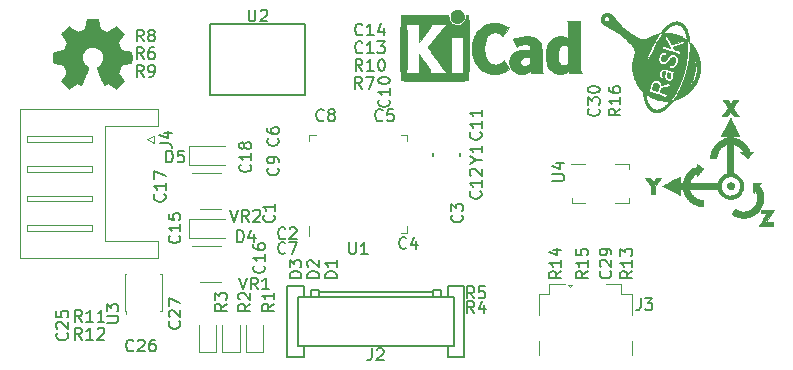
<source format=gto>
G04 #@! TF.GenerationSoftware,KiCad,Pcbnew,(5.0.2)-1*
G04 #@! TF.CreationDate,2019-10-12T17:01:28+09:00*
G04 #@! TF.ProjectId,Motion,4d6f7469-6f6e-42e6-9b69-6361645f7063,rev?*
G04 #@! TF.SameCoordinates,Original*
G04 #@! TF.FileFunction,Legend,Top*
G04 #@! TF.FilePolarity,Positive*
%FSLAX46Y46*%
G04 Gerber Fmt 4.6, Leading zero omitted, Abs format (unit mm)*
G04 Created by KiCad (PCBNEW (5.0.2)-1) date 2019/10/12 17:01:28*
%MOMM*%
%LPD*%
G01*
G04 APERTURE LIST*
%ADD10C,0.120000*%
%ADD11C,0.150000*%
%ADD12C,0.010000*%
G04 APERTURE END LIST*
D10*
G04 #@! TO.C,D1*
X139015000Y-101950000D02*
X139015000Y-104235000D01*
X139015000Y-104235000D02*
X140485000Y-104235000D01*
X140485000Y-104235000D02*
X140485000Y-101950000D01*
G04 #@! TO.C,D2*
X137015000Y-101950000D02*
X137015000Y-104235000D01*
X137015000Y-104235000D02*
X138485000Y-104235000D01*
X138485000Y-104235000D02*
X138485000Y-101950000D01*
G04 #@! TO.C,D3*
X136485000Y-104235000D02*
X136485000Y-101950000D01*
X135015000Y-104235000D02*
X136485000Y-104235000D01*
X135015000Y-101950000D02*
X135015000Y-104235000D01*
G04 #@! TO.C,D4*
X134200000Y-93000000D02*
X137250000Y-93000000D01*
X134200000Y-94600000D02*
X134200000Y-93000000D01*
X137250000Y-94600000D02*
X134200000Y-94600000D01*
G04 #@! TO.C,D5*
X137250000Y-88400000D02*
X134200000Y-88400000D01*
X134200000Y-88400000D02*
X134200000Y-86800000D01*
X134200000Y-86800000D02*
X137250000Y-86800000D01*
D11*
G04 #@! TO.C,J2*
X142500000Y-104700000D02*
X142500000Y-98700000D01*
X157500000Y-104700000D02*
X157000000Y-104700000D01*
X157500000Y-98700000D02*
X157500000Y-104700000D01*
X157000000Y-98700000D02*
X157500000Y-98700000D01*
X143400000Y-102000000D02*
X143400000Y-99600000D01*
X143400000Y-102000000D02*
X143400000Y-103700000D01*
X156600000Y-102000000D02*
X156600000Y-99600000D01*
X156600000Y-102000000D02*
X156600000Y-103700000D01*
X154100000Y-103700000D02*
X143400000Y-103700000D01*
X143400000Y-99600000D02*
X154100000Y-99600000D01*
X156100000Y-98700000D02*
X156100000Y-99600000D01*
X156100000Y-103700000D02*
X156100000Y-104700000D01*
X157000000Y-104700000D02*
X156100000Y-104700000D01*
X143900000Y-99600000D02*
X143900000Y-98700000D01*
X143900000Y-104700000D02*
X142500000Y-104700000D01*
X143900000Y-103700000D02*
X143900000Y-104700000D01*
X143900000Y-98700000D02*
X142500000Y-98700000D01*
X157000000Y-98700000D02*
X156100000Y-98700000D01*
X145200000Y-99000000D02*
X145200000Y-99600000D01*
X144500000Y-99000000D02*
X145200000Y-99000000D01*
X144500000Y-99600000D02*
X144500000Y-99000000D01*
X154800000Y-99000000D02*
X154800000Y-99600000D01*
X155500000Y-99000000D02*
X154800000Y-99000000D01*
X155500000Y-99600000D02*
X155500000Y-99000000D01*
X152300000Y-99200000D02*
X145200000Y-99200000D01*
X156600000Y-99600000D02*
X154100000Y-99600000D01*
X152300000Y-99200000D02*
X154800000Y-99200000D01*
X156600000Y-103700000D02*
X154100000Y-103700000D01*
D10*
G04 #@! TO.C,J3*
X163800000Y-101150000D02*
X163800000Y-99350000D01*
X163800000Y-99350000D02*
X164650000Y-99350000D01*
X171700000Y-101150000D02*
X171700000Y-99400000D01*
X171700000Y-99400000D02*
X171700000Y-99350000D01*
X171700000Y-99350000D02*
X170800000Y-99350000D01*
X163800000Y-103300000D02*
X163800000Y-104500000D01*
X166450000Y-98750000D02*
X166250000Y-98550000D01*
X166250000Y-98550000D02*
X166650000Y-98550000D01*
X166650000Y-98550000D02*
X166450000Y-98750000D01*
X171700000Y-103300000D02*
X171700000Y-104500000D01*
X164650000Y-99350000D02*
X164650000Y-98500000D01*
X164650000Y-98500000D02*
X166050000Y-98500000D01*
X170800000Y-99350000D02*
X170800000Y-98500000D01*
X170800000Y-98500000D02*
X169450000Y-98500000D01*
G04 #@! TO.C,J4*
X119840000Y-90000000D02*
X119840000Y-83690000D01*
X119840000Y-83690000D02*
X131560000Y-83690000D01*
X131560000Y-83690000D02*
X131560000Y-85110000D01*
X131560000Y-85110000D02*
X127060000Y-85110000D01*
X127060000Y-85110000D02*
X127060000Y-90000000D01*
X119840000Y-90000000D02*
X119840000Y-96310000D01*
X119840000Y-96310000D02*
X131560000Y-96310000D01*
X131560000Y-96310000D02*
X131560000Y-94890000D01*
X131560000Y-94890000D02*
X127060000Y-94890000D01*
X127060000Y-94890000D02*
X127060000Y-90000000D01*
X125950000Y-86000000D02*
X120450000Y-86000000D01*
X120450000Y-86000000D02*
X120450000Y-86500000D01*
X120450000Y-86500000D02*
X125950000Y-86500000D01*
X125950000Y-86500000D02*
X125950000Y-86000000D01*
X125950000Y-88500000D02*
X120450000Y-88500000D01*
X120450000Y-88500000D02*
X120450000Y-89000000D01*
X120450000Y-89000000D02*
X125950000Y-89000000D01*
X125950000Y-89000000D02*
X125950000Y-88500000D01*
X125950000Y-91000000D02*
X120450000Y-91000000D01*
X120450000Y-91000000D02*
X120450000Y-91500000D01*
X120450000Y-91500000D02*
X125950000Y-91500000D01*
X125950000Y-91500000D02*
X125950000Y-91000000D01*
X125950000Y-93500000D02*
X120450000Y-93500000D01*
X120450000Y-93500000D02*
X120450000Y-94000000D01*
X120450000Y-94000000D02*
X125950000Y-94000000D01*
X125950000Y-94000000D02*
X125950000Y-93500000D01*
X130650000Y-86250000D02*
X131250000Y-85950000D01*
X131250000Y-85950000D02*
X131250000Y-86550000D01*
X131250000Y-86550000D02*
X130650000Y-86250000D01*
G04 #@! TO.C,U1*
X144350000Y-86400000D02*
X144350000Y-85850000D01*
X144350000Y-85850000D02*
X144900000Y-85850000D01*
X152650000Y-86400000D02*
X152650000Y-85850000D01*
X152650000Y-85850000D02*
X152100000Y-85850000D01*
X152650000Y-93600000D02*
X152650000Y-94150000D01*
X152650000Y-94150000D02*
X152100000Y-94150000D01*
X144350000Y-93600000D02*
X144350000Y-94400000D01*
G04 #@! TO.C,U3*
X128890000Y-100760000D02*
X128890000Y-101020000D01*
X131860000Y-97640000D02*
X131710000Y-97640000D01*
X131860000Y-100760000D02*
X131860000Y-97640000D01*
X128740000Y-100760000D02*
X128740000Y-97640000D01*
X131860000Y-100760000D02*
X131710000Y-100760000D01*
X128740000Y-100760000D02*
X128890000Y-100760000D01*
X128740000Y-97640000D02*
X128890000Y-97640000D01*
G04 #@! TO.C,VR1*
X135120000Y-98360000D02*
X136880000Y-98360000D01*
X136880000Y-95290000D02*
X134450000Y-95290000D01*
G04 #@! TO.C,VR2*
X136880000Y-89090000D02*
X134450000Y-89090000D01*
X135120000Y-92160000D02*
X136880000Y-92160000D01*
D11*
G04 #@! TO.C,Y1*
X154850000Y-87375000D02*
X154850000Y-87625000D01*
X157150000Y-87375000D02*
X157150000Y-87625000D01*
G04 #@! TO.C,U2*
X136000000Y-76500000D02*
X136000000Y-82500000D01*
X144000000Y-82500000D02*
X144000000Y-79500000D01*
X144000000Y-79500000D02*
X144000000Y-76500000D01*
X144000000Y-76500000D02*
X136000000Y-76500000D01*
X136000000Y-82500000D02*
X144000000Y-82500000D01*
D10*
G04 #@! TO.C,U4*
X170250000Y-91650000D02*
X171400000Y-91650000D01*
X171400000Y-91650000D02*
X171400000Y-91250000D01*
X167750000Y-91650000D02*
X166600000Y-91650000D01*
X166600000Y-91650000D02*
X166600000Y-91250000D01*
X167750000Y-88350000D02*
X166512500Y-88350000D01*
X170250000Y-88350000D02*
X171400000Y-88350000D01*
X171400000Y-88350000D02*
X171400000Y-88750000D01*
D12*
G04 #@! TO.C,G\002A\002A\002A*
G36*
X180072675Y-89897556D02*
X180102289Y-89900655D01*
X180127136Y-89907163D01*
X180153279Y-89918176D01*
X180155000Y-89918994D01*
X180215389Y-89955064D01*
X180262572Y-90000086D01*
X180298904Y-90056339D01*
X180300695Y-90059927D01*
X180314870Y-90090629D01*
X180323248Y-90115929D01*
X180327307Y-90142678D01*
X180328531Y-90177726D01*
X180328567Y-90188866D01*
X180327832Y-90227142D01*
X180324640Y-90255364D01*
X180317509Y-90280382D01*
X180304960Y-90309048D01*
X180300695Y-90317805D01*
X180262403Y-90377686D01*
X180213265Y-90424883D01*
X180154455Y-90458638D01*
X180087149Y-90478193D01*
X180045101Y-90482710D01*
X179997476Y-90482547D01*
X179958518Y-90476416D01*
X179937405Y-90469941D01*
X179872145Y-90439238D01*
X179819282Y-90397567D01*
X179777194Y-90343461D01*
X179757830Y-90307399D01*
X179746192Y-90279461D01*
X179739472Y-90252857D01*
X179736458Y-90221024D01*
X179735900Y-90188688D01*
X179736642Y-90150435D01*
X179739858Y-90122211D01*
X179747038Y-90097141D01*
X179759669Y-90068349D01*
X179763772Y-90059927D01*
X179799558Y-90002966D01*
X179846059Y-89957366D01*
X179905633Y-89920847D01*
X179909467Y-89918994D01*
X179935877Y-89907680D01*
X179960632Y-89900935D01*
X179989794Y-89897664D01*
X180029425Y-89896768D01*
X180032233Y-89896766D01*
X180072675Y-89897556D01*
X180072675Y-89897556D01*
G37*
X180072675Y-89897556D02*
X180102289Y-89900655D01*
X180127136Y-89907163D01*
X180153279Y-89918176D01*
X180155000Y-89918994D01*
X180215389Y-89955064D01*
X180262572Y-90000086D01*
X180298904Y-90056339D01*
X180300695Y-90059927D01*
X180314870Y-90090629D01*
X180323248Y-90115929D01*
X180327307Y-90142678D01*
X180328531Y-90177726D01*
X180328567Y-90188866D01*
X180327832Y-90227142D01*
X180324640Y-90255364D01*
X180317509Y-90280382D01*
X180304960Y-90309048D01*
X180300695Y-90317805D01*
X180262403Y-90377686D01*
X180213265Y-90424883D01*
X180154455Y-90458638D01*
X180087149Y-90478193D01*
X180045101Y-90482710D01*
X179997476Y-90482547D01*
X179958518Y-90476416D01*
X179937405Y-90469941D01*
X179872145Y-90439238D01*
X179819282Y-90397567D01*
X179777194Y-90343461D01*
X179757830Y-90307399D01*
X179746192Y-90279461D01*
X179739472Y-90252857D01*
X179736458Y-90221024D01*
X179735900Y-90188688D01*
X179736642Y-90150435D01*
X179739858Y-90122211D01*
X179747038Y-90097141D01*
X179759669Y-90068349D01*
X179763772Y-90059927D01*
X179799558Y-90002966D01*
X179846059Y-89957366D01*
X179905633Y-89920847D01*
X179909467Y-89918994D01*
X179935877Y-89907680D01*
X179960632Y-89900935D01*
X179989794Y-89897664D01*
X180029425Y-89896768D01*
X180032233Y-89896766D01*
X180072675Y-89897556D01*
G36*
X179926581Y-83110649D02*
X179954465Y-83158814D01*
X179979700Y-83201653D01*
X180001039Y-83237110D01*
X180017232Y-83263126D01*
X180027033Y-83277642D01*
X180029279Y-83279982D01*
X180034969Y-83273038D01*
X180047940Y-83253509D01*
X180066923Y-83223426D01*
X180090646Y-83184822D01*
X180117841Y-83139726D01*
X180135097Y-83110733D01*
X180235403Y-82941400D01*
X180672633Y-82941400D01*
X180626452Y-83007016D01*
X180554100Y-83109905D01*
X180490991Y-83199870D01*
X180436546Y-83277784D01*
X180390189Y-83344518D01*
X180351340Y-83400943D01*
X180319423Y-83447931D01*
X180293860Y-83486354D01*
X180274073Y-83517083D01*
X180259484Y-83540990D01*
X180249516Y-83558947D01*
X180243590Y-83571825D01*
X180241129Y-83580495D01*
X180241555Y-83585830D01*
X180242104Y-83586832D01*
X180248924Y-83596544D01*
X180264523Y-83618679D01*
X180287909Y-83651832D01*
X180318090Y-83694598D01*
X180354074Y-83745569D01*
X180394869Y-83803340D01*
X180439481Y-83866506D01*
X180486919Y-83933661D01*
X180490179Y-83938277D01*
X180537614Y-84005460D01*
X180582145Y-84068604D01*
X180622800Y-84126328D01*
X180658610Y-84177250D01*
X180688602Y-84219987D01*
X180711806Y-84253156D01*
X180727250Y-84275377D01*
X180733965Y-84285266D01*
X180734096Y-84285483D01*
X180732709Y-84288842D01*
X180723175Y-84291448D01*
X180703942Y-84293379D01*
X180673457Y-84294712D01*
X180630169Y-84295526D01*
X180572526Y-84295899D01*
X180525917Y-84295942D01*
X180311633Y-84295817D01*
X180171933Y-84080240D01*
X180136898Y-84026548D01*
X180104664Y-83977863D01*
X180076405Y-83935898D01*
X180053293Y-83902371D01*
X180036502Y-83878996D01*
X180027204Y-83867489D01*
X180025854Y-83866591D01*
X180019622Y-83873784D01*
X180005039Y-83893221D01*
X179983332Y-83923186D01*
X179955732Y-83961958D01*
X179923466Y-84007820D01*
X179887763Y-84059054D01*
X179873135Y-84080176D01*
X179726795Y-84291833D01*
X179512740Y-84294096D01*
X179445131Y-84294657D01*
X179392854Y-84294692D01*
X179354317Y-84294136D01*
X179327924Y-84292926D01*
X179312084Y-84290995D01*
X179305200Y-84288279D01*
X179304991Y-84285629D01*
X179311094Y-84276878D01*
X179326236Y-84255806D01*
X179349445Y-84223748D01*
X179379747Y-84182041D01*
X179416171Y-84132021D01*
X179457745Y-84075024D01*
X179503495Y-84012387D01*
X179552452Y-83945445D01*
X179565225Y-83927991D01*
X179614651Y-83860300D01*
X179660901Y-83796631D01*
X179703031Y-83738309D01*
X179740095Y-83686658D01*
X179771150Y-83642999D01*
X179795251Y-83608658D01*
X179811451Y-83584957D01*
X179818808Y-83573219D01*
X179819156Y-83572283D01*
X179814495Y-83563665D01*
X179801171Y-83542603D01*
X179780167Y-83510571D01*
X179752470Y-83469039D01*
X179719065Y-83419480D01*
X179680937Y-83363366D01*
X179639072Y-83302169D01*
X179611800Y-83262508D01*
X179567919Y-83198793D01*
X179526919Y-83139213D01*
X179489816Y-83085254D01*
X179457631Y-83038399D01*
X179431382Y-83000131D01*
X179412089Y-82971937D01*
X179400770Y-82955298D01*
X179398222Y-82951466D01*
X179400248Y-82948253D01*
X179411683Y-82945744D01*
X179433914Y-82943873D01*
X179468328Y-82942575D01*
X179516312Y-82941783D01*
X179579252Y-82941431D01*
X179610698Y-82941400D01*
X179829396Y-82941400D01*
X179926581Y-83110649D01*
X179926581Y-83110649D01*
G37*
X179926581Y-83110649D02*
X179954465Y-83158814D01*
X179979700Y-83201653D01*
X180001039Y-83237110D01*
X180017232Y-83263126D01*
X180027033Y-83277642D01*
X180029279Y-83279982D01*
X180034969Y-83273038D01*
X180047940Y-83253509D01*
X180066923Y-83223426D01*
X180090646Y-83184822D01*
X180117841Y-83139726D01*
X180135097Y-83110733D01*
X180235403Y-82941400D01*
X180672633Y-82941400D01*
X180626452Y-83007016D01*
X180554100Y-83109905D01*
X180490991Y-83199870D01*
X180436546Y-83277784D01*
X180390189Y-83344518D01*
X180351340Y-83400943D01*
X180319423Y-83447931D01*
X180293860Y-83486354D01*
X180274073Y-83517083D01*
X180259484Y-83540990D01*
X180249516Y-83558947D01*
X180243590Y-83571825D01*
X180241129Y-83580495D01*
X180241555Y-83585830D01*
X180242104Y-83586832D01*
X180248924Y-83596544D01*
X180264523Y-83618679D01*
X180287909Y-83651832D01*
X180318090Y-83694598D01*
X180354074Y-83745569D01*
X180394869Y-83803340D01*
X180439481Y-83866506D01*
X180486919Y-83933661D01*
X180490179Y-83938277D01*
X180537614Y-84005460D01*
X180582145Y-84068604D01*
X180622800Y-84126328D01*
X180658610Y-84177250D01*
X180688602Y-84219987D01*
X180711806Y-84253156D01*
X180727250Y-84275377D01*
X180733965Y-84285266D01*
X180734096Y-84285483D01*
X180732709Y-84288842D01*
X180723175Y-84291448D01*
X180703942Y-84293379D01*
X180673457Y-84294712D01*
X180630169Y-84295526D01*
X180572526Y-84295899D01*
X180525917Y-84295942D01*
X180311633Y-84295817D01*
X180171933Y-84080240D01*
X180136898Y-84026548D01*
X180104664Y-83977863D01*
X180076405Y-83935898D01*
X180053293Y-83902371D01*
X180036502Y-83878996D01*
X180027204Y-83867489D01*
X180025854Y-83866591D01*
X180019622Y-83873784D01*
X180005039Y-83893221D01*
X179983332Y-83923186D01*
X179955732Y-83961958D01*
X179923466Y-84007820D01*
X179887763Y-84059054D01*
X179873135Y-84080176D01*
X179726795Y-84291833D01*
X179512740Y-84294096D01*
X179445131Y-84294657D01*
X179392854Y-84294692D01*
X179354317Y-84294136D01*
X179327924Y-84292926D01*
X179312084Y-84290995D01*
X179305200Y-84288279D01*
X179304991Y-84285629D01*
X179311094Y-84276878D01*
X179326236Y-84255806D01*
X179349445Y-84223748D01*
X179379747Y-84182041D01*
X179416171Y-84132021D01*
X179457745Y-84075024D01*
X179503495Y-84012387D01*
X179552452Y-83945445D01*
X179565225Y-83927991D01*
X179614651Y-83860300D01*
X179660901Y-83796631D01*
X179703031Y-83738309D01*
X179740095Y-83686658D01*
X179771150Y-83642999D01*
X179795251Y-83608658D01*
X179811451Y-83584957D01*
X179818808Y-83573219D01*
X179819156Y-83572283D01*
X179814495Y-83563665D01*
X179801171Y-83542603D01*
X179780167Y-83510571D01*
X179752470Y-83469039D01*
X179719065Y-83419480D01*
X179680937Y-83363366D01*
X179639072Y-83302169D01*
X179611800Y-83262508D01*
X179567919Y-83198793D01*
X179526919Y-83139213D01*
X179489816Y-83085254D01*
X179457631Y-83038399D01*
X179431382Y-83000131D01*
X179412089Y-82971937D01*
X179400770Y-82955298D01*
X179398222Y-82951466D01*
X179400248Y-82948253D01*
X179411683Y-82945744D01*
X179433914Y-82943873D01*
X179468328Y-82942575D01*
X179516312Y-82941783D01*
X179579252Y-82941431D01*
X179610698Y-82941400D01*
X179829396Y-82941400D01*
X179926581Y-83110649D01*
G36*
X173352510Y-89685364D02*
X173390570Y-89740344D01*
X173420215Y-89782800D01*
X173442659Y-89814136D01*
X173459115Y-89835756D01*
X173470796Y-89849067D01*
X173478915Y-89855473D01*
X173484687Y-89856379D01*
X173489324Y-89853190D01*
X173493250Y-89848347D01*
X173502073Y-89835884D01*
X173518706Y-89811599D01*
X173541601Y-89777783D01*
X173569210Y-89736727D01*
X173599985Y-89690721D01*
X173616253Y-89666313D01*
X173724567Y-89503594D01*
X173938850Y-89503330D01*
X174006753Y-89503409D01*
X174059278Y-89503886D01*
X174097979Y-89504837D01*
X174124407Y-89506339D01*
X174140117Y-89508470D01*
X174146659Y-89511307D01*
X174146683Y-89513649D01*
X174140592Y-89522420D01*
X174125563Y-89543571D01*
X174102567Y-89575749D01*
X174072573Y-89617603D01*
X174036551Y-89667780D01*
X173995471Y-89724929D01*
X173950304Y-89787697D01*
X173902019Y-89854731D01*
X173892183Y-89868380D01*
X173644134Y-90212527D01*
X173644133Y-90535130D01*
X173644133Y-90857733D01*
X173288533Y-90857733D01*
X173288533Y-90204827D01*
X173047233Y-89857781D01*
X172999925Y-89789666D01*
X172955686Y-89725826D01*
X172915434Y-89667597D01*
X172880089Y-89616314D01*
X172850568Y-89573312D01*
X172827790Y-89539925D01*
X172812671Y-89517490D01*
X172806131Y-89507341D01*
X172805934Y-89506901D01*
X172814021Y-89505849D01*
X172836767Y-89504908D01*
X172871897Y-89504118D01*
X172917137Y-89503521D01*
X172970211Y-89503159D01*
X173016196Y-89503066D01*
X173226459Y-89503066D01*
X173352510Y-89685364D01*
X173352510Y-89685364D01*
G37*
X173352510Y-89685364D02*
X173390570Y-89740344D01*
X173420215Y-89782800D01*
X173442659Y-89814136D01*
X173459115Y-89835756D01*
X173470796Y-89849067D01*
X173478915Y-89855473D01*
X173484687Y-89856379D01*
X173489324Y-89853190D01*
X173493250Y-89848347D01*
X173502073Y-89835884D01*
X173518706Y-89811599D01*
X173541601Y-89777783D01*
X173569210Y-89736727D01*
X173599985Y-89690721D01*
X173616253Y-89666313D01*
X173724567Y-89503594D01*
X173938850Y-89503330D01*
X174006753Y-89503409D01*
X174059278Y-89503886D01*
X174097979Y-89504837D01*
X174124407Y-89506339D01*
X174140117Y-89508470D01*
X174146659Y-89511307D01*
X174146683Y-89513649D01*
X174140592Y-89522420D01*
X174125563Y-89543571D01*
X174102567Y-89575749D01*
X174072573Y-89617603D01*
X174036551Y-89667780D01*
X173995471Y-89724929D01*
X173950304Y-89787697D01*
X173902019Y-89854731D01*
X173892183Y-89868380D01*
X173644134Y-90212527D01*
X173644133Y-90535130D01*
X173644133Y-90857733D01*
X173288533Y-90857733D01*
X173288533Y-90204827D01*
X173047233Y-89857781D01*
X172999925Y-89789666D01*
X172955686Y-89725826D01*
X172915434Y-89667597D01*
X172880089Y-89616314D01*
X172850568Y-89573312D01*
X172827790Y-89539925D01*
X172812671Y-89517490D01*
X172806131Y-89507341D01*
X172805934Y-89506901D01*
X172814021Y-89505849D01*
X172836767Y-89504908D01*
X172871897Y-89504118D01*
X172917137Y-89503521D01*
X172970211Y-89503159D01*
X173016196Y-89503066D01*
X173226459Y-89503066D01*
X173352510Y-89685364D01*
G36*
X180023834Y-84447407D02*
X180035179Y-84468954D01*
X180053055Y-84503626D01*
X180076950Y-84550408D01*
X180106351Y-84608286D01*
X180140744Y-84676246D01*
X180179618Y-84753274D01*
X180222459Y-84838355D01*
X180268754Y-84930475D01*
X180317991Y-85028620D01*
X180369656Y-85131774D01*
X180402666Y-85197766D01*
X180781521Y-85955533D01*
X180273533Y-85955533D01*
X180273533Y-86130031D01*
X180336629Y-86140633D01*
X180374086Y-86147999D01*
X180419858Y-86158552D01*
X180466093Y-86170440D01*
X180482679Y-86175074D01*
X180645177Y-86230355D01*
X180799257Y-86300233D01*
X180944429Y-86384346D01*
X181080201Y-86482326D01*
X181206083Y-86593811D01*
X181321586Y-86718435D01*
X181426219Y-86855834D01*
X181454269Y-86897724D01*
X181487759Y-86953275D01*
X181523095Y-87018851D01*
X181557697Y-87089104D01*
X181588986Y-87158688D01*
X181614379Y-87222254D01*
X181623567Y-87248599D01*
X181646379Y-87318232D01*
X181771475Y-87320566D01*
X181896570Y-87322900D01*
X181698502Y-87555733D01*
X181652121Y-87610166D01*
X181608495Y-87661194D01*
X181569012Y-87707210D01*
X181535057Y-87746603D01*
X181508018Y-87777763D01*
X181489282Y-87799082D01*
X181480618Y-87808573D01*
X181460802Y-87828579D01*
X181160786Y-87575739D01*
X180860770Y-87322900D01*
X180977785Y-87320550D01*
X181020093Y-87319413D01*
X181055589Y-87317908D01*
X181081225Y-87316209D01*
X181093952Y-87314486D01*
X181094800Y-87313959D01*
X181091234Y-87304794D01*
X181081925Y-87285046D01*
X181070045Y-87261275D01*
X181010193Y-87159981D01*
X180936395Y-87061372D01*
X180851628Y-86968754D01*
X180758867Y-86885433D01*
X180677963Y-86825722D01*
X180622588Y-86791681D01*
X180560259Y-86758201D01*
X180494934Y-86727033D01*
X180430568Y-86699926D01*
X180371118Y-86678629D01*
X180320540Y-86664892D01*
X180309517Y-86662806D01*
X180273533Y-86656778D01*
X180273533Y-87893655D01*
X180273547Y-88063841D01*
X180273593Y-88217881D01*
X180273679Y-88356565D01*
X180273814Y-88480681D01*
X180274006Y-88591017D01*
X180274264Y-88688361D01*
X180274595Y-88773503D01*
X180275008Y-88847230D01*
X180275511Y-88910330D01*
X180276112Y-88963593D01*
X180276821Y-89007806D01*
X180277644Y-89043758D01*
X180278590Y-89072237D01*
X180279668Y-89094032D01*
X180280886Y-89109930D01*
X180282252Y-89120721D01*
X180283773Y-89127193D01*
X180285460Y-89130134D01*
X180286501Y-89130533D01*
X180304118Y-89133673D01*
X180333508Y-89142229D01*
X180370897Y-89154907D01*
X180412509Y-89170409D01*
X180454571Y-89187439D01*
X180464033Y-89191489D01*
X180576093Y-89248950D01*
X180681834Y-89320852D01*
X180779349Y-89405290D01*
X180866732Y-89500355D01*
X180942075Y-89604141D01*
X181003473Y-89714742D01*
X181016911Y-89744366D01*
X181050723Y-89828374D01*
X181075569Y-89905347D01*
X181092528Y-89980573D01*
X181102677Y-90059343D01*
X181107095Y-90146944D01*
X181107500Y-90188866D01*
X181105227Y-90281922D01*
X181097687Y-90363860D01*
X181083804Y-90439969D01*
X181062498Y-90515537D01*
X181032694Y-90595856D01*
X181016911Y-90633366D01*
X180959450Y-90745426D01*
X180887547Y-90851166D01*
X180803110Y-90948681D01*
X180708045Y-91036064D01*
X180604258Y-91111408D01*
X180493658Y-91172805D01*
X180464033Y-91186243D01*
X180380026Y-91220056D01*
X180303053Y-91244902D01*
X180227827Y-91261861D01*
X180149057Y-91272010D01*
X180061455Y-91276427D01*
X180019533Y-91276833D01*
X179926478Y-91274559D01*
X179844540Y-91267020D01*
X179768431Y-91253136D01*
X179692862Y-91231831D01*
X179612544Y-91202026D01*
X179575033Y-91186243D01*
X179462974Y-91128783D01*
X179357233Y-91056880D01*
X179259718Y-90972443D01*
X179172335Y-90877377D01*
X179096992Y-90773591D01*
X179035594Y-90662990D01*
X179022156Y-90633366D01*
X179004955Y-90591741D01*
X178988981Y-90549687D01*
X178975530Y-90510977D01*
X178965898Y-90479386D01*
X178961380Y-90458688D01*
X178961200Y-90455833D01*
X178959920Y-90454034D01*
X178955551Y-90452407D01*
X178947296Y-90450943D01*
X178934361Y-90449635D01*
X178915950Y-90448474D01*
X178891268Y-90447450D01*
X178859519Y-90446557D01*
X178819907Y-90445785D01*
X178771638Y-90445126D01*
X178713916Y-90444571D01*
X178645946Y-90444112D01*
X178566931Y-90443740D01*
X178476078Y-90443447D01*
X178372589Y-90443225D01*
X178255671Y-90443064D01*
X178124527Y-90442957D01*
X177978362Y-90442894D01*
X177816380Y-90442868D01*
X177746234Y-90442866D01*
X177576780Y-90442883D01*
X177423480Y-90442939D01*
X177285554Y-90443041D01*
X177162222Y-90443198D01*
X177052705Y-90443417D01*
X176956222Y-90443706D01*
X176871995Y-90444073D01*
X176799244Y-90444526D01*
X176737188Y-90445073D01*
X176685048Y-90445722D01*
X176642045Y-90446479D01*
X176607398Y-90447354D01*
X176580329Y-90448354D01*
X176560057Y-90449487D01*
X176545803Y-90450761D01*
X176536787Y-90452183D01*
X176532229Y-90453761D01*
X176531267Y-90455081D01*
X176534584Y-90474965D01*
X176543677Y-90506807D01*
X176557260Y-90547172D01*
X176574048Y-90592628D01*
X176592753Y-90639740D01*
X176612091Y-90685077D01*
X176630774Y-90725203D01*
X176637253Y-90738021D01*
X176676916Y-90809458D01*
X176718089Y-90872619D01*
X176764368Y-90932309D01*
X176819349Y-90993333D01*
X176856711Y-91031299D01*
X176961608Y-91124052D01*
X177074313Y-91202018D01*
X177195137Y-91265335D01*
X177324393Y-91314140D01*
X177462391Y-91348571D01*
X177609444Y-91368766D01*
X177625584Y-91370078D01*
X177699667Y-91375720D01*
X177699667Y-91890666D01*
X177650984Y-91889522D01*
X177619043Y-91888130D01*
X177577990Y-91885463D01*
X177535551Y-91882039D01*
X177526100Y-91881170D01*
X177360539Y-91857108D01*
X177198059Y-91816842D01*
X177040256Y-91760982D01*
X176888724Y-91690139D01*
X176745058Y-91604925D01*
X176672919Y-91554343D01*
X176614907Y-91508009D01*
X176551421Y-91451666D01*
X176486375Y-91389207D01*
X176423680Y-91324525D01*
X176367250Y-91261514D01*
X176321267Y-91204428D01*
X176247221Y-91095840D01*
X176179968Y-90978202D01*
X176121118Y-90855160D01*
X176072283Y-90730362D01*
X176035072Y-90607457D01*
X176014000Y-90508483D01*
X176003031Y-90442866D01*
X175786200Y-90442866D01*
X175786200Y-90950854D01*
X175028434Y-90571999D01*
X174922683Y-90519085D01*
X174821314Y-90468283D01*
X174725341Y-90420105D01*
X174635779Y-90375063D01*
X174553641Y-90333670D01*
X174479943Y-90296440D01*
X174415698Y-90263885D01*
X174361920Y-90236518D01*
X174319624Y-90214852D01*
X174289825Y-90199399D01*
X174273536Y-90190673D01*
X174270667Y-90188866D01*
X174278075Y-90184566D01*
X174299621Y-90173221D01*
X174334293Y-90155345D01*
X174336865Y-90154031D01*
X179203351Y-90154031D01*
X179203957Y-90238794D01*
X179211330Y-90319760D01*
X179222439Y-90378858D01*
X179242974Y-90445852D01*
X179271924Y-90517810D01*
X179306260Y-90588113D01*
X179342952Y-90650139D01*
X179353846Y-90665976D01*
X179385478Y-90705579D01*
X179425945Y-90749698D01*
X179470659Y-90793819D01*
X179515032Y-90833425D01*
X179554476Y-90864004D01*
X179556591Y-90865457D01*
X179596801Y-90889909D01*
X179646766Y-90915993D01*
X179700840Y-90941122D01*
X179753379Y-90962705D01*
X179798736Y-90978154D01*
X179807630Y-90980585D01*
X179916959Y-91000625D01*
X180030072Y-91006429D01*
X180142179Y-90997955D01*
X180213898Y-90984373D01*
X180269306Y-90967778D01*
X180331700Y-90943741D01*
X180394629Y-90915118D01*
X180451637Y-90884768D01*
X180482476Y-90865457D01*
X180521476Y-90835566D01*
X180565682Y-90796375D01*
X180610505Y-90752398D01*
X180651358Y-90708152D01*
X180683651Y-90668149D01*
X180685221Y-90665976D01*
X180722029Y-90607679D01*
X180757380Y-90539141D01*
X180788245Y-90466984D01*
X180811593Y-90397826D01*
X180816628Y-90378858D01*
X180829556Y-90305821D01*
X180835716Y-90223701D01*
X180835110Y-90138938D01*
X180827737Y-90057972D01*
X180816628Y-89998875D01*
X180796093Y-89931880D01*
X180767143Y-89859922D01*
X180732807Y-89789620D01*
X180696115Y-89727594D01*
X180685221Y-89711757D01*
X180653589Y-89672153D01*
X180613122Y-89628034D01*
X180568408Y-89583914D01*
X180524035Y-89544307D01*
X180484591Y-89513728D01*
X180482476Y-89512275D01*
X180431981Y-89481887D01*
X180371134Y-89451416D01*
X180306270Y-89423660D01*
X180243725Y-89401414D01*
X180209525Y-89391772D01*
X180136488Y-89378844D01*
X180054368Y-89372683D01*
X179969605Y-89373290D01*
X179888639Y-89380663D01*
X179829542Y-89391772D01*
X179771502Y-89409300D01*
X179707292Y-89434040D01*
X179643249Y-89463194D01*
X179585705Y-89493965D01*
X179556591Y-89512275D01*
X179517591Y-89542167D01*
X179473385Y-89581358D01*
X179428562Y-89625334D01*
X179387709Y-89669581D01*
X179355416Y-89709584D01*
X179353846Y-89711757D01*
X179317038Y-89770054D01*
X179281687Y-89838591D01*
X179250822Y-89910749D01*
X179227474Y-89979907D01*
X179222439Y-89998875D01*
X179209511Y-90071912D01*
X179203351Y-90154031D01*
X174336865Y-90154031D01*
X174381075Y-90131450D01*
X174438953Y-90102049D01*
X174506914Y-90067655D01*
X174583941Y-90028782D01*
X174669022Y-89985941D01*
X174761142Y-89939646D01*
X174859287Y-89890409D01*
X174962442Y-89838743D01*
X175028433Y-89805734D01*
X175786200Y-89426879D01*
X175786200Y-89934866D01*
X176002240Y-89934866D01*
X176018137Y-89852316D01*
X176054389Y-89705536D01*
X176106262Y-89558550D01*
X176172674Y-89413922D01*
X176252541Y-89274219D01*
X176279982Y-89232133D01*
X176373424Y-89107590D01*
X176480456Y-88990763D01*
X176599059Y-88883180D01*
X176727209Y-88786369D01*
X176862888Y-88701858D01*
X177004074Y-88631177D01*
X177147000Y-88576419D01*
X177191232Y-88562050D01*
X177193566Y-88434876D01*
X177195900Y-88307703D01*
X177445667Y-88520913D01*
X177501263Y-88568385D01*
X177552867Y-88612477D01*
X177599049Y-88651962D01*
X177638380Y-88685617D01*
X177669427Y-88712219D01*
X177690761Y-88730542D01*
X177700952Y-88739363D01*
X177701550Y-88739901D01*
X177697514Y-88747340D01*
X177683564Y-88766403D01*
X177660737Y-88795797D01*
X177630074Y-88834233D01*
X177592613Y-88880420D01*
X177549392Y-88933068D01*
X177501450Y-88990885D01*
X177451784Y-89050251D01*
X177195900Y-89354822D01*
X177191202Y-89113590D01*
X177139093Y-89139895D01*
X177024222Y-89207211D01*
X176917471Y-89288518D01*
X176820118Y-89382318D01*
X176733440Y-89487112D01*
X176658715Y-89601402D01*
X176597221Y-89723690D01*
X176561333Y-89817405D01*
X176549181Y-89854950D01*
X176539383Y-89887465D01*
X176533064Y-89911074D01*
X176531267Y-89921122D01*
X176532231Y-89923023D01*
X176535661Y-89924741D01*
X176542362Y-89926287D01*
X176553139Y-89927667D01*
X176568796Y-89928893D01*
X176590139Y-89929973D01*
X176617973Y-89930916D01*
X176653102Y-89931731D01*
X176696333Y-89932427D01*
X176748470Y-89933014D01*
X176810317Y-89933501D01*
X176882681Y-89933895D01*
X176966366Y-89934208D01*
X177062177Y-89934448D01*
X177170919Y-89934623D01*
X177293398Y-89934743D01*
X177430417Y-89934818D01*
X177582783Y-89934856D01*
X177746234Y-89934866D01*
X177914834Y-89934853D01*
X178067297Y-89934806D01*
X178204417Y-89934718D01*
X178326990Y-89934580D01*
X178435811Y-89934383D01*
X178531676Y-89934120D01*
X178615381Y-89933781D01*
X178687720Y-89933358D01*
X178749489Y-89932843D01*
X178801483Y-89932227D01*
X178844498Y-89931502D01*
X178879330Y-89930658D01*
X178906773Y-89929689D01*
X178927623Y-89928584D01*
X178942676Y-89927336D01*
X178952727Y-89925937D01*
X178958571Y-89924377D01*
X178961004Y-89922648D01*
X178961200Y-89921899D01*
X178964340Y-89904281D01*
X178972897Y-89874891D01*
X178985574Y-89837503D01*
X179001076Y-89795891D01*
X179018107Y-89753828D01*
X179022156Y-89744366D01*
X179079617Y-89632307D01*
X179151520Y-89526566D01*
X179235957Y-89429051D01*
X179331022Y-89341668D01*
X179434809Y-89266325D01*
X179545409Y-89204927D01*
X179575033Y-89191489D01*
X179616659Y-89174288D01*
X179658713Y-89158314D01*
X179697423Y-89144863D01*
X179729014Y-89135230D01*
X179749712Y-89130712D01*
X179752566Y-89130533D01*
X179754350Y-89129255D01*
X179755965Y-89124898D01*
X179757419Y-89116671D01*
X179758720Y-89103788D01*
X179759877Y-89085459D01*
X179760897Y-89060897D01*
X179761790Y-89029313D01*
X179762563Y-88989919D01*
X179763225Y-88941926D01*
X179763783Y-88884546D01*
X179764246Y-88816991D01*
X179764623Y-88738472D01*
X179764922Y-88648202D01*
X179765151Y-88545392D01*
X179765317Y-88429253D01*
X179765431Y-88298997D01*
X179765498Y-88153837D01*
X179765529Y-87992983D01*
X179765533Y-87893457D01*
X179765533Y-86656382D01*
X179733783Y-86662203D01*
X179672356Y-86677571D01*
X179602436Y-86701963D01*
X179528453Y-86733456D01*
X179454831Y-86770126D01*
X179385999Y-86810049D01*
X179370333Y-86820132D01*
X179256649Y-86904824D01*
X179155237Y-87000770D01*
X179066665Y-87106988D01*
X178991501Y-87222498D01*
X178930310Y-87346317D01*
X178883660Y-87477464D01*
X178852118Y-87614957D01*
X178837132Y-87743086D01*
X178831655Y-87826666D01*
X178317734Y-87826666D01*
X178317734Y-87785230D01*
X178318583Y-87758554D01*
X178320864Y-87721116D01*
X178324175Y-87678989D01*
X178326280Y-87656113D01*
X178351064Y-87486155D01*
X178391486Y-87321933D01*
X178447111Y-87164224D01*
X178517506Y-87013807D01*
X178602237Y-86871460D01*
X178700870Y-86737960D01*
X178812972Y-86614086D01*
X178938107Y-86500615D01*
X178996179Y-86454941D01*
X179132217Y-86361182D01*
X179270655Y-86283398D01*
X179413617Y-86220632D01*
X179563222Y-86171927D01*
X179689333Y-86142401D01*
X179761300Y-86128217D01*
X179766126Y-85955533D01*
X179257546Y-85955533D01*
X179636401Y-85197766D01*
X179689314Y-85092016D01*
X179740116Y-84990647D01*
X179788295Y-84894674D01*
X179833337Y-84805112D01*
X179874729Y-84722974D01*
X179911959Y-84649275D01*
X179944515Y-84585030D01*
X179971882Y-84531253D01*
X179993548Y-84488957D01*
X180009000Y-84459157D01*
X180017727Y-84442869D01*
X180019533Y-84439999D01*
X180023834Y-84447407D01*
X180023834Y-84447407D01*
G37*
X180023834Y-84447407D02*
X180035179Y-84468954D01*
X180053055Y-84503626D01*
X180076950Y-84550408D01*
X180106351Y-84608286D01*
X180140744Y-84676246D01*
X180179618Y-84753274D01*
X180222459Y-84838355D01*
X180268754Y-84930475D01*
X180317991Y-85028620D01*
X180369656Y-85131774D01*
X180402666Y-85197766D01*
X180781521Y-85955533D01*
X180273533Y-85955533D01*
X180273533Y-86130031D01*
X180336629Y-86140633D01*
X180374086Y-86147999D01*
X180419858Y-86158552D01*
X180466093Y-86170440D01*
X180482679Y-86175074D01*
X180645177Y-86230355D01*
X180799257Y-86300233D01*
X180944429Y-86384346D01*
X181080201Y-86482326D01*
X181206083Y-86593811D01*
X181321586Y-86718435D01*
X181426219Y-86855834D01*
X181454269Y-86897724D01*
X181487759Y-86953275D01*
X181523095Y-87018851D01*
X181557697Y-87089104D01*
X181588986Y-87158688D01*
X181614379Y-87222254D01*
X181623567Y-87248599D01*
X181646379Y-87318232D01*
X181771475Y-87320566D01*
X181896570Y-87322900D01*
X181698502Y-87555733D01*
X181652121Y-87610166D01*
X181608495Y-87661194D01*
X181569012Y-87707210D01*
X181535057Y-87746603D01*
X181508018Y-87777763D01*
X181489282Y-87799082D01*
X181480618Y-87808573D01*
X181460802Y-87828579D01*
X181160786Y-87575739D01*
X180860770Y-87322900D01*
X180977785Y-87320550D01*
X181020093Y-87319413D01*
X181055589Y-87317908D01*
X181081225Y-87316209D01*
X181093952Y-87314486D01*
X181094800Y-87313959D01*
X181091234Y-87304794D01*
X181081925Y-87285046D01*
X181070045Y-87261275D01*
X181010193Y-87159981D01*
X180936395Y-87061372D01*
X180851628Y-86968754D01*
X180758867Y-86885433D01*
X180677963Y-86825722D01*
X180622588Y-86791681D01*
X180560259Y-86758201D01*
X180494934Y-86727033D01*
X180430568Y-86699926D01*
X180371118Y-86678629D01*
X180320540Y-86664892D01*
X180309517Y-86662806D01*
X180273533Y-86656778D01*
X180273533Y-87893655D01*
X180273547Y-88063841D01*
X180273593Y-88217881D01*
X180273679Y-88356565D01*
X180273814Y-88480681D01*
X180274006Y-88591017D01*
X180274264Y-88688361D01*
X180274595Y-88773503D01*
X180275008Y-88847230D01*
X180275511Y-88910330D01*
X180276112Y-88963593D01*
X180276821Y-89007806D01*
X180277644Y-89043758D01*
X180278590Y-89072237D01*
X180279668Y-89094032D01*
X180280886Y-89109930D01*
X180282252Y-89120721D01*
X180283773Y-89127193D01*
X180285460Y-89130134D01*
X180286501Y-89130533D01*
X180304118Y-89133673D01*
X180333508Y-89142229D01*
X180370897Y-89154907D01*
X180412509Y-89170409D01*
X180454571Y-89187439D01*
X180464033Y-89191489D01*
X180576093Y-89248950D01*
X180681834Y-89320852D01*
X180779349Y-89405290D01*
X180866732Y-89500355D01*
X180942075Y-89604141D01*
X181003473Y-89714742D01*
X181016911Y-89744366D01*
X181050723Y-89828374D01*
X181075569Y-89905347D01*
X181092528Y-89980573D01*
X181102677Y-90059343D01*
X181107095Y-90146944D01*
X181107500Y-90188866D01*
X181105227Y-90281922D01*
X181097687Y-90363860D01*
X181083804Y-90439969D01*
X181062498Y-90515537D01*
X181032694Y-90595856D01*
X181016911Y-90633366D01*
X180959450Y-90745426D01*
X180887547Y-90851166D01*
X180803110Y-90948681D01*
X180708045Y-91036064D01*
X180604258Y-91111408D01*
X180493658Y-91172805D01*
X180464033Y-91186243D01*
X180380026Y-91220056D01*
X180303053Y-91244902D01*
X180227827Y-91261861D01*
X180149057Y-91272010D01*
X180061455Y-91276427D01*
X180019533Y-91276833D01*
X179926478Y-91274559D01*
X179844540Y-91267020D01*
X179768431Y-91253136D01*
X179692862Y-91231831D01*
X179612544Y-91202026D01*
X179575033Y-91186243D01*
X179462974Y-91128783D01*
X179357233Y-91056880D01*
X179259718Y-90972443D01*
X179172335Y-90877377D01*
X179096992Y-90773591D01*
X179035594Y-90662990D01*
X179022156Y-90633366D01*
X179004955Y-90591741D01*
X178988981Y-90549687D01*
X178975530Y-90510977D01*
X178965898Y-90479386D01*
X178961380Y-90458688D01*
X178961200Y-90455833D01*
X178959920Y-90454034D01*
X178955551Y-90452407D01*
X178947296Y-90450943D01*
X178934361Y-90449635D01*
X178915950Y-90448474D01*
X178891268Y-90447450D01*
X178859519Y-90446557D01*
X178819907Y-90445785D01*
X178771638Y-90445126D01*
X178713916Y-90444571D01*
X178645946Y-90444112D01*
X178566931Y-90443740D01*
X178476078Y-90443447D01*
X178372589Y-90443225D01*
X178255671Y-90443064D01*
X178124527Y-90442957D01*
X177978362Y-90442894D01*
X177816380Y-90442868D01*
X177746234Y-90442866D01*
X177576780Y-90442883D01*
X177423480Y-90442939D01*
X177285554Y-90443041D01*
X177162222Y-90443198D01*
X177052705Y-90443417D01*
X176956222Y-90443706D01*
X176871995Y-90444073D01*
X176799244Y-90444526D01*
X176737188Y-90445073D01*
X176685048Y-90445722D01*
X176642045Y-90446479D01*
X176607398Y-90447354D01*
X176580329Y-90448354D01*
X176560057Y-90449487D01*
X176545803Y-90450761D01*
X176536787Y-90452183D01*
X176532229Y-90453761D01*
X176531267Y-90455081D01*
X176534584Y-90474965D01*
X176543677Y-90506807D01*
X176557260Y-90547172D01*
X176574048Y-90592628D01*
X176592753Y-90639740D01*
X176612091Y-90685077D01*
X176630774Y-90725203D01*
X176637253Y-90738021D01*
X176676916Y-90809458D01*
X176718089Y-90872619D01*
X176764368Y-90932309D01*
X176819349Y-90993333D01*
X176856711Y-91031299D01*
X176961608Y-91124052D01*
X177074313Y-91202018D01*
X177195137Y-91265335D01*
X177324393Y-91314140D01*
X177462391Y-91348571D01*
X177609444Y-91368766D01*
X177625584Y-91370078D01*
X177699667Y-91375720D01*
X177699667Y-91890666D01*
X177650984Y-91889522D01*
X177619043Y-91888130D01*
X177577990Y-91885463D01*
X177535551Y-91882039D01*
X177526100Y-91881170D01*
X177360539Y-91857108D01*
X177198059Y-91816842D01*
X177040256Y-91760982D01*
X176888724Y-91690139D01*
X176745058Y-91604925D01*
X176672919Y-91554343D01*
X176614907Y-91508009D01*
X176551421Y-91451666D01*
X176486375Y-91389207D01*
X176423680Y-91324525D01*
X176367250Y-91261514D01*
X176321267Y-91204428D01*
X176247221Y-91095840D01*
X176179968Y-90978202D01*
X176121118Y-90855160D01*
X176072283Y-90730362D01*
X176035072Y-90607457D01*
X176014000Y-90508483D01*
X176003031Y-90442866D01*
X175786200Y-90442866D01*
X175786200Y-90950854D01*
X175028434Y-90571999D01*
X174922683Y-90519085D01*
X174821314Y-90468283D01*
X174725341Y-90420105D01*
X174635779Y-90375063D01*
X174553641Y-90333670D01*
X174479943Y-90296440D01*
X174415698Y-90263885D01*
X174361920Y-90236518D01*
X174319624Y-90214852D01*
X174289825Y-90199399D01*
X174273536Y-90190673D01*
X174270667Y-90188866D01*
X174278075Y-90184566D01*
X174299621Y-90173221D01*
X174334293Y-90155345D01*
X174336865Y-90154031D01*
X179203351Y-90154031D01*
X179203957Y-90238794D01*
X179211330Y-90319760D01*
X179222439Y-90378858D01*
X179242974Y-90445852D01*
X179271924Y-90517810D01*
X179306260Y-90588113D01*
X179342952Y-90650139D01*
X179353846Y-90665976D01*
X179385478Y-90705579D01*
X179425945Y-90749698D01*
X179470659Y-90793819D01*
X179515032Y-90833425D01*
X179554476Y-90864004D01*
X179556591Y-90865457D01*
X179596801Y-90889909D01*
X179646766Y-90915993D01*
X179700840Y-90941122D01*
X179753379Y-90962705D01*
X179798736Y-90978154D01*
X179807630Y-90980585D01*
X179916959Y-91000625D01*
X180030072Y-91006429D01*
X180142179Y-90997955D01*
X180213898Y-90984373D01*
X180269306Y-90967778D01*
X180331700Y-90943741D01*
X180394629Y-90915118D01*
X180451637Y-90884768D01*
X180482476Y-90865457D01*
X180521476Y-90835566D01*
X180565682Y-90796375D01*
X180610505Y-90752398D01*
X180651358Y-90708152D01*
X180683651Y-90668149D01*
X180685221Y-90665976D01*
X180722029Y-90607679D01*
X180757380Y-90539141D01*
X180788245Y-90466984D01*
X180811593Y-90397826D01*
X180816628Y-90378858D01*
X180829556Y-90305821D01*
X180835716Y-90223701D01*
X180835110Y-90138938D01*
X180827737Y-90057972D01*
X180816628Y-89998875D01*
X180796093Y-89931880D01*
X180767143Y-89859922D01*
X180732807Y-89789620D01*
X180696115Y-89727594D01*
X180685221Y-89711757D01*
X180653589Y-89672153D01*
X180613122Y-89628034D01*
X180568408Y-89583914D01*
X180524035Y-89544307D01*
X180484591Y-89513728D01*
X180482476Y-89512275D01*
X180431981Y-89481887D01*
X180371134Y-89451416D01*
X180306270Y-89423660D01*
X180243725Y-89401414D01*
X180209525Y-89391772D01*
X180136488Y-89378844D01*
X180054368Y-89372683D01*
X179969605Y-89373290D01*
X179888639Y-89380663D01*
X179829542Y-89391772D01*
X179771502Y-89409300D01*
X179707292Y-89434040D01*
X179643249Y-89463194D01*
X179585705Y-89493965D01*
X179556591Y-89512275D01*
X179517591Y-89542167D01*
X179473385Y-89581358D01*
X179428562Y-89625334D01*
X179387709Y-89669581D01*
X179355416Y-89709584D01*
X179353846Y-89711757D01*
X179317038Y-89770054D01*
X179281687Y-89838591D01*
X179250822Y-89910749D01*
X179227474Y-89979907D01*
X179222439Y-89998875D01*
X179209511Y-90071912D01*
X179203351Y-90154031D01*
X174336865Y-90154031D01*
X174381075Y-90131450D01*
X174438953Y-90102049D01*
X174506914Y-90067655D01*
X174583941Y-90028782D01*
X174669022Y-89985941D01*
X174761142Y-89939646D01*
X174859287Y-89890409D01*
X174962442Y-89838743D01*
X175028433Y-89805734D01*
X175786200Y-89426879D01*
X175786200Y-89934866D01*
X176002240Y-89934866D01*
X176018137Y-89852316D01*
X176054389Y-89705536D01*
X176106262Y-89558550D01*
X176172674Y-89413922D01*
X176252541Y-89274219D01*
X176279982Y-89232133D01*
X176373424Y-89107590D01*
X176480456Y-88990763D01*
X176599059Y-88883180D01*
X176727209Y-88786369D01*
X176862888Y-88701858D01*
X177004074Y-88631177D01*
X177147000Y-88576419D01*
X177191232Y-88562050D01*
X177193566Y-88434876D01*
X177195900Y-88307703D01*
X177445667Y-88520913D01*
X177501263Y-88568385D01*
X177552867Y-88612477D01*
X177599049Y-88651962D01*
X177638380Y-88685617D01*
X177669427Y-88712219D01*
X177690761Y-88730542D01*
X177700952Y-88739363D01*
X177701550Y-88739901D01*
X177697514Y-88747340D01*
X177683564Y-88766403D01*
X177660737Y-88795797D01*
X177630074Y-88834233D01*
X177592613Y-88880420D01*
X177549392Y-88933068D01*
X177501450Y-88990885D01*
X177451784Y-89050251D01*
X177195900Y-89354822D01*
X177191202Y-89113590D01*
X177139093Y-89139895D01*
X177024222Y-89207211D01*
X176917471Y-89288518D01*
X176820118Y-89382318D01*
X176733440Y-89487112D01*
X176658715Y-89601402D01*
X176597221Y-89723690D01*
X176561333Y-89817405D01*
X176549181Y-89854950D01*
X176539383Y-89887465D01*
X176533064Y-89911074D01*
X176531267Y-89921122D01*
X176532231Y-89923023D01*
X176535661Y-89924741D01*
X176542362Y-89926287D01*
X176553139Y-89927667D01*
X176568796Y-89928893D01*
X176590139Y-89929973D01*
X176617973Y-89930916D01*
X176653102Y-89931731D01*
X176696333Y-89932427D01*
X176748470Y-89933014D01*
X176810317Y-89933501D01*
X176882681Y-89933895D01*
X176966366Y-89934208D01*
X177062177Y-89934448D01*
X177170919Y-89934623D01*
X177293398Y-89934743D01*
X177430417Y-89934818D01*
X177582783Y-89934856D01*
X177746234Y-89934866D01*
X177914834Y-89934853D01*
X178067297Y-89934806D01*
X178204417Y-89934718D01*
X178326990Y-89934580D01*
X178435811Y-89934383D01*
X178531676Y-89934120D01*
X178615381Y-89933781D01*
X178687720Y-89933358D01*
X178749489Y-89932843D01*
X178801483Y-89932227D01*
X178844498Y-89931502D01*
X178879330Y-89930658D01*
X178906773Y-89929689D01*
X178927623Y-89928584D01*
X178942676Y-89927336D01*
X178952727Y-89925937D01*
X178958571Y-89924377D01*
X178961004Y-89922648D01*
X178961200Y-89921899D01*
X178964340Y-89904281D01*
X178972897Y-89874891D01*
X178985574Y-89837503D01*
X179001076Y-89795891D01*
X179018107Y-89753828D01*
X179022156Y-89744366D01*
X179079617Y-89632307D01*
X179151520Y-89526566D01*
X179235957Y-89429051D01*
X179331022Y-89341668D01*
X179434809Y-89266325D01*
X179545409Y-89204927D01*
X179575033Y-89191489D01*
X179616659Y-89174288D01*
X179658713Y-89158314D01*
X179697423Y-89144863D01*
X179729014Y-89135230D01*
X179749712Y-89130712D01*
X179752566Y-89130533D01*
X179754350Y-89129255D01*
X179755965Y-89124898D01*
X179757419Y-89116671D01*
X179758720Y-89103788D01*
X179759877Y-89085459D01*
X179760897Y-89060897D01*
X179761790Y-89029313D01*
X179762563Y-88989919D01*
X179763225Y-88941926D01*
X179763783Y-88884546D01*
X179764246Y-88816991D01*
X179764623Y-88738472D01*
X179764922Y-88648202D01*
X179765151Y-88545392D01*
X179765317Y-88429253D01*
X179765431Y-88298997D01*
X179765498Y-88153837D01*
X179765529Y-87992983D01*
X179765533Y-87893457D01*
X179765533Y-86656382D01*
X179733783Y-86662203D01*
X179672356Y-86677571D01*
X179602436Y-86701963D01*
X179528453Y-86733456D01*
X179454831Y-86770126D01*
X179385999Y-86810049D01*
X179370333Y-86820132D01*
X179256649Y-86904824D01*
X179155237Y-87000770D01*
X179066665Y-87106988D01*
X178991501Y-87222498D01*
X178930310Y-87346317D01*
X178883660Y-87477464D01*
X178852118Y-87614957D01*
X178837132Y-87743086D01*
X178831655Y-87826666D01*
X178317734Y-87826666D01*
X178317734Y-87785230D01*
X178318583Y-87758554D01*
X178320864Y-87721116D01*
X178324175Y-87678989D01*
X178326280Y-87656113D01*
X178351064Y-87486155D01*
X178391486Y-87321933D01*
X178447111Y-87164224D01*
X178517506Y-87013807D01*
X178602237Y-86871460D01*
X178700870Y-86737960D01*
X178812972Y-86614086D01*
X178938107Y-86500615D01*
X178996179Y-86454941D01*
X179132217Y-86361182D01*
X179270655Y-86283398D01*
X179413617Y-86220632D01*
X179563222Y-86171927D01*
X179689333Y-86142401D01*
X179761300Y-86128217D01*
X179766126Y-85955533D01*
X179257546Y-85955533D01*
X179636401Y-85197766D01*
X179689314Y-85092016D01*
X179740116Y-84990647D01*
X179788295Y-84894674D01*
X179833337Y-84805112D01*
X179874729Y-84722974D01*
X179911959Y-84649275D01*
X179944515Y-84585030D01*
X179971882Y-84531253D01*
X179993548Y-84488957D01*
X180009000Y-84459157D01*
X180017727Y-84442869D01*
X180019533Y-84439999D01*
X180023834Y-84447407D01*
G36*
X182574455Y-89927017D02*
X182574711Y-89927174D01*
X182571007Y-89935752D01*
X182559140Y-89955483D01*
X182540785Y-89983741D01*
X182517619Y-90017897D01*
X182508233Y-90031405D01*
X182439278Y-90130013D01*
X182472650Y-90174256D01*
X182562184Y-90306815D01*
X182638216Y-90448414D01*
X182700377Y-90597407D01*
X182748299Y-90752143D01*
X182781611Y-90910975D01*
X182799944Y-91072254D01*
X182802930Y-91234331D01*
X182790199Y-91395557D01*
X182771446Y-91508458D01*
X182746313Y-91618348D01*
X182717287Y-91717633D01*
X182682230Y-91812553D01*
X182639007Y-91909344D01*
X182622987Y-91941962D01*
X182539316Y-92090459D01*
X182442350Y-92228540D01*
X182332488Y-92355756D01*
X182210124Y-92471656D01*
X182075657Y-92575790D01*
X182047698Y-92594929D01*
X181988619Y-92631584D01*
X181918576Y-92670297D01*
X181842696Y-92708574D01*
X181766105Y-92743917D01*
X181693930Y-92773832D01*
X181642137Y-92792397D01*
X181535536Y-92822802D01*
X181422710Y-92847310D01*
X181307830Y-92865385D01*
X181195067Y-92876492D01*
X181088593Y-92880094D01*
X180993200Y-92875716D01*
X180849625Y-92857930D01*
X180717965Y-92832764D01*
X180594426Y-92799154D01*
X180475210Y-92756035D01*
X180356521Y-92702343D01*
X180333563Y-92690780D01*
X180289759Y-92667658D01*
X180245225Y-92642911D01*
X180203226Y-92618477D01*
X180167028Y-92596293D01*
X180139894Y-92578299D01*
X180126540Y-92567881D01*
X180129759Y-92559973D01*
X180141321Y-92540315D01*
X180159807Y-92510996D01*
X180183795Y-92474102D01*
X180211867Y-92431720D01*
X180242602Y-92385937D01*
X180274582Y-92338841D01*
X180306385Y-92292517D01*
X180336592Y-92249053D01*
X180363784Y-92210536D01*
X180386540Y-92179053D01*
X180403440Y-92156691D01*
X180413066Y-92145536D01*
X180414466Y-92144666D01*
X180422915Y-92148703D01*
X180442790Y-92159645D01*
X180470964Y-92175738D01*
X180498747Y-92191948D01*
X180626898Y-92257994D01*
X180759031Y-92307974D01*
X180894117Y-92341788D01*
X181031128Y-92359341D01*
X181169035Y-92360533D01*
X181306808Y-92345268D01*
X181443419Y-92313447D01*
X181518134Y-92288690D01*
X181641688Y-92234420D01*
X181758656Y-92165408D01*
X181867483Y-92083084D01*
X181966616Y-91988875D01*
X182054500Y-91884208D01*
X182129580Y-91770512D01*
X182173543Y-91686621D01*
X182213757Y-91593532D01*
X182243799Y-91504998D01*
X182264686Y-91416318D01*
X182277440Y-91322792D01*
X182283081Y-91219719D01*
X182283566Y-91179466D01*
X182282768Y-91104477D01*
X182279432Y-91041215D01*
X182272786Y-90984566D01*
X182262061Y-90929417D01*
X182246489Y-90870654D01*
X182228305Y-90812328D01*
X182215745Y-90776981D01*
X182200012Y-90737278D01*
X182182635Y-90696571D01*
X182165144Y-90658213D01*
X182149069Y-90625556D01*
X182135939Y-90601953D01*
X182127284Y-90590757D01*
X182127176Y-90590688D01*
X182119988Y-90595588D01*
X182105267Y-90612106D01*
X182084974Y-90637839D01*
X182061069Y-90670385D01*
X182054016Y-90680361D01*
X181988034Y-90774470D01*
X181981951Y-90737785D01*
X181979432Y-90718623D01*
X181975901Y-90686081D01*
X181971534Y-90642240D01*
X181966508Y-90589180D01*
X181960998Y-90528979D01*
X181955182Y-90463719D01*
X181949235Y-90395479D01*
X181943335Y-90326338D01*
X181937658Y-90258377D01*
X181932380Y-90193675D01*
X181927678Y-90134312D01*
X181923728Y-90082368D01*
X181920706Y-90039924D01*
X181918790Y-90009057D01*
X181918156Y-89991849D01*
X181918409Y-89988968D01*
X181927790Y-89986913D01*
X181951684Y-89983657D01*
X181987875Y-89979408D01*
X182034145Y-89974377D01*
X182088279Y-89968771D01*
X182148059Y-89962798D01*
X182211270Y-89956669D01*
X182275695Y-89950591D01*
X182339116Y-89944773D01*
X182399318Y-89939424D01*
X182454084Y-89934753D01*
X182501197Y-89930968D01*
X182538441Y-89928278D01*
X182563599Y-89926891D01*
X182574455Y-89927017D01*
X182574455Y-89927017D01*
G37*
X182574455Y-89927017D02*
X182574711Y-89927174D01*
X182571007Y-89935752D01*
X182559140Y-89955483D01*
X182540785Y-89983741D01*
X182517619Y-90017897D01*
X182508233Y-90031405D01*
X182439278Y-90130013D01*
X182472650Y-90174256D01*
X182562184Y-90306815D01*
X182638216Y-90448414D01*
X182700377Y-90597407D01*
X182748299Y-90752143D01*
X182781611Y-90910975D01*
X182799944Y-91072254D01*
X182802930Y-91234331D01*
X182790199Y-91395557D01*
X182771446Y-91508458D01*
X182746313Y-91618348D01*
X182717287Y-91717633D01*
X182682230Y-91812553D01*
X182639007Y-91909344D01*
X182622987Y-91941962D01*
X182539316Y-92090459D01*
X182442350Y-92228540D01*
X182332488Y-92355756D01*
X182210124Y-92471656D01*
X182075657Y-92575790D01*
X182047698Y-92594929D01*
X181988619Y-92631584D01*
X181918576Y-92670297D01*
X181842696Y-92708574D01*
X181766105Y-92743917D01*
X181693930Y-92773832D01*
X181642137Y-92792397D01*
X181535536Y-92822802D01*
X181422710Y-92847310D01*
X181307830Y-92865385D01*
X181195067Y-92876492D01*
X181088593Y-92880094D01*
X180993200Y-92875716D01*
X180849625Y-92857930D01*
X180717965Y-92832764D01*
X180594426Y-92799154D01*
X180475210Y-92756035D01*
X180356521Y-92702343D01*
X180333563Y-92690780D01*
X180289759Y-92667658D01*
X180245225Y-92642911D01*
X180203226Y-92618477D01*
X180167028Y-92596293D01*
X180139894Y-92578299D01*
X180126540Y-92567881D01*
X180129759Y-92559973D01*
X180141321Y-92540315D01*
X180159807Y-92510996D01*
X180183795Y-92474102D01*
X180211867Y-92431720D01*
X180242602Y-92385937D01*
X180274582Y-92338841D01*
X180306385Y-92292517D01*
X180336592Y-92249053D01*
X180363784Y-92210536D01*
X180386540Y-92179053D01*
X180403440Y-92156691D01*
X180413066Y-92145536D01*
X180414466Y-92144666D01*
X180422915Y-92148703D01*
X180442790Y-92159645D01*
X180470964Y-92175738D01*
X180498747Y-92191948D01*
X180626898Y-92257994D01*
X180759031Y-92307974D01*
X180894117Y-92341788D01*
X181031128Y-92359341D01*
X181169035Y-92360533D01*
X181306808Y-92345268D01*
X181443419Y-92313447D01*
X181518134Y-92288690D01*
X181641688Y-92234420D01*
X181758656Y-92165408D01*
X181867483Y-92083084D01*
X181966616Y-91988875D01*
X182054500Y-91884208D01*
X182129580Y-91770512D01*
X182173543Y-91686621D01*
X182213757Y-91593532D01*
X182243799Y-91504998D01*
X182264686Y-91416318D01*
X182277440Y-91322792D01*
X182283081Y-91219719D01*
X182283566Y-91179466D01*
X182282768Y-91104477D01*
X182279432Y-91041215D01*
X182272786Y-90984566D01*
X182262061Y-90929417D01*
X182246489Y-90870654D01*
X182228305Y-90812328D01*
X182215745Y-90776981D01*
X182200012Y-90737278D01*
X182182635Y-90696571D01*
X182165144Y-90658213D01*
X182149069Y-90625556D01*
X182135939Y-90601953D01*
X182127284Y-90590757D01*
X182127176Y-90590688D01*
X182119988Y-90595588D01*
X182105267Y-90612106D01*
X182084974Y-90637839D01*
X182061069Y-90670385D01*
X182054016Y-90680361D01*
X181988034Y-90774470D01*
X181981951Y-90737785D01*
X181979432Y-90718623D01*
X181975901Y-90686081D01*
X181971534Y-90642240D01*
X181966508Y-90589180D01*
X181960998Y-90528979D01*
X181955182Y-90463719D01*
X181949235Y-90395479D01*
X181943335Y-90326338D01*
X181937658Y-90258377D01*
X181932380Y-90193675D01*
X181927678Y-90134312D01*
X181923728Y-90082368D01*
X181920706Y-90039924D01*
X181918790Y-90009057D01*
X181918156Y-89991849D01*
X181918409Y-89988968D01*
X181927790Y-89986913D01*
X181951684Y-89983657D01*
X181987875Y-89979408D01*
X182034145Y-89974377D01*
X182088279Y-89968771D01*
X182148059Y-89962798D01*
X182211270Y-89956669D01*
X182275695Y-89950591D01*
X182339116Y-89944773D01*
X182399318Y-89939424D01*
X182454084Y-89934753D01*
X182501197Y-89930968D01*
X182538441Y-89928278D01*
X182563599Y-89926891D01*
X182574455Y-89927017D01*
G36*
X183230832Y-92203987D02*
X183321239Y-92204144D01*
X183405092Y-92204394D01*
X183480996Y-92204728D01*
X183547557Y-92205137D01*
X183603378Y-92205612D01*
X183647064Y-92206143D01*
X183677221Y-92206721D01*
X183692453Y-92207338D01*
X183694067Y-92207618D01*
X183689801Y-92215288D01*
X183677464Y-92236296D01*
X183657747Y-92269490D01*
X183631340Y-92313718D01*
X183598934Y-92367829D01*
X183561219Y-92430670D01*
X183518886Y-92501090D01*
X183472626Y-92577935D01*
X183423129Y-92660055D01*
X183378107Y-92734668D01*
X183062147Y-93258033D01*
X183344240Y-93260262D01*
X183626334Y-93262491D01*
X183626334Y-93558600D01*
X182465019Y-93558600D01*
X182481765Y-93531083D01*
X182488898Y-93519309D01*
X182504025Y-93494295D01*
X182526387Y-93457299D01*
X182555226Y-93409575D01*
X182589783Y-93352381D01*
X182629298Y-93286972D01*
X182673013Y-93214605D01*
X182720168Y-93136536D01*
X182770006Y-93054020D01*
X182800195Y-93004033D01*
X183101879Y-92504500D01*
X182839173Y-92502262D01*
X182576467Y-92500025D01*
X182576467Y-92203933D01*
X183135267Y-92203933D01*
X183230832Y-92203987D01*
X183230832Y-92203987D01*
G37*
X183230832Y-92203987D02*
X183321239Y-92204144D01*
X183405092Y-92204394D01*
X183480996Y-92204728D01*
X183547557Y-92205137D01*
X183603378Y-92205612D01*
X183647064Y-92206143D01*
X183677221Y-92206721D01*
X183692453Y-92207338D01*
X183694067Y-92207618D01*
X183689801Y-92215288D01*
X183677464Y-92236296D01*
X183657747Y-92269490D01*
X183631340Y-92313718D01*
X183598934Y-92367829D01*
X183561219Y-92430670D01*
X183518886Y-92501090D01*
X183472626Y-92577935D01*
X183423129Y-92660055D01*
X183378107Y-92734668D01*
X183062147Y-93258033D01*
X183344240Y-93260262D01*
X183626334Y-93262491D01*
X183626334Y-93558600D01*
X182465019Y-93558600D01*
X182481765Y-93531083D01*
X182488898Y-93519309D01*
X182504025Y-93494295D01*
X182526387Y-93457299D01*
X182555226Y-93409575D01*
X182589783Y-93352381D01*
X182629298Y-93286972D01*
X182673013Y-93214605D01*
X182720168Y-93136536D01*
X182770006Y-93054020D01*
X182800195Y-93004033D01*
X183101879Y-92504500D01*
X182839173Y-92502262D01*
X182576467Y-92500025D01*
X182576467Y-92203933D01*
X183135267Y-92203933D01*
X183230832Y-92203987D01*
G04 #@! TO.C,REF\002A\002A*
G36*
X157023921Y-75286490D02*
X157127027Y-75322238D01*
X157223022Y-75378507D01*
X157308753Y-75455288D01*
X157381070Y-75552573D01*
X157413555Y-75613892D01*
X157441668Y-75699660D01*
X157455295Y-75798677D01*
X157453786Y-75900471D01*
X157437031Y-75992714D01*
X157391237Y-76105432D01*
X157324832Y-76203207D01*
X157241191Y-76284115D01*
X157143688Y-76346232D01*
X157035700Y-76387634D01*
X156920601Y-76406397D01*
X156801766Y-76400598D01*
X156743189Y-76388206D01*
X156629028Y-76343797D01*
X156527635Y-76276033D01*
X156441455Y-76187001D01*
X156372934Y-76078791D01*
X156367136Y-76066973D01*
X156347096Y-76022628D01*
X156334513Y-75985280D01*
X156327681Y-75945880D01*
X156324895Y-75895381D01*
X156324432Y-75840433D01*
X156325197Y-75774415D01*
X156328648Y-75726689D01*
X156336523Y-75688103D01*
X156350557Y-75649506D01*
X156367880Y-75611426D01*
X156432495Y-75503328D01*
X156512066Y-75415803D01*
X156603440Y-75348841D01*
X156703464Y-75302436D01*
X156808988Y-75276581D01*
X156916858Y-75271268D01*
X157023921Y-75286490D01*
X157023921Y-75286490D01*
G37*
X157023921Y-75286490D02*
X157127027Y-75322238D01*
X157223022Y-75378507D01*
X157308753Y-75455288D01*
X157381070Y-75552573D01*
X157413555Y-75613892D01*
X157441668Y-75699660D01*
X157455295Y-75798677D01*
X157453786Y-75900471D01*
X157437031Y-75992714D01*
X157391237Y-76105432D01*
X157324832Y-76203207D01*
X157241191Y-76284115D01*
X157143688Y-76346232D01*
X157035700Y-76387634D01*
X156920601Y-76406397D01*
X156801766Y-76400598D01*
X156743189Y-76388206D01*
X156629028Y-76343797D01*
X156527635Y-76276033D01*
X156441455Y-76187001D01*
X156372934Y-76078791D01*
X156367136Y-76066973D01*
X156347096Y-76022628D01*
X156334513Y-75985280D01*
X156327681Y-75945880D01*
X156324895Y-75895381D01*
X156324432Y-75840433D01*
X156325197Y-75774415D01*
X156328648Y-75726689D01*
X156336523Y-75688103D01*
X156350557Y-75649506D01*
X156367880Y-75611426D01*
X156432495Y-75503328D01*
X156512066Y-75415803D01*
X156603440Y-75348841D01*
X156703464Y-75302436D01*
X156808988Y-75276581D01*
X156916858Y-75271268D01*
X157023921Y-75286490D01*
G36*
X166592270Y-76206825D02*
X166709041Y-76207304D01*
X166748729Y-76207545D01*
X167294486Y-76211135D01*
X167301351Y-78304919D01*
X167302258Y-78588842D01*
X167303062Y-78846640D01*
X167303815Y-79079646D01*
X167304569Y-79289194D01*
X167305375Y-79476618D01*
X167306285Y-79643250D01*
X167307351Y-79790425D01*
X167308624Y-79919477D01*
X167310156Y-80031739D01*
X167311998Y-80128544D01*
X167314203Y-80211226D01*
X167316822Y-80281119D01*
X167319906Y-80339557D01*
X167323508Y-80387872D01*
X167327678Y-80427400D01*
X167332469Y-80459473D01*
X167337931Y-80485424D01*
X167344118Y-80506589D01*
X167351080Y-80524299D01*
X167358869Y-80539889D01*
X167367537Y-80554693D01*
X167377135Y-80570044D01*
X167387715Y-80587276D01*
X167389884Y-80590946D01*
X167426268Y-80653031D01*
X166900431Y-80649434D01*
X166374594Y-80645838D01*
X166367729Y-80530331D01*
X166363992Y-80474899D01*
X166360097Y-80442851D01*
X166354811Y-80430135D01*
X166346903Y-80432696D01*
X166340270Y-80440024D01*
X166311374Y-80466714D01*
X166264279Y-80501021D01*
X166205620Y-80538846D01*
X166142031Y-80576090D01*
X166080149Y-80608653D01*
X166032634Y-80630077D01*
X165921316Y-80665283D01*
X165793596Y-80690222D01*
X165658901Y-80703941D01*
X165526663Y-80705486D01*
X165406308Y-80693906D01*
X165404326Y-80693574D01*
X165239641Y-80652250D01*
X165085479Y-80586412D01*
X164943328Y-80497474D01*
X164814675Y-80386852D01*
X164701007Y-80255961D01*
X164603810Y-80106216D01*
X164524572Y-79939033D01*
X164481430Y-79815190D01*
X164452979Y-79711581D01*
X164431880Y-79611252D01*
X164417488Y-79508109D01*
X164409158Y-79396057D01*
X164406245Y-79269001D01*
X164407535Y-79165252D01*
X165420650Y-79165252D01*
X165425444Y-79339222D01*
X165440568Y-79488895D01*
X165466485Y-79615597D01*
X165503663Y-79720658D01*
X165552565Y-79805406D01*
X165613658Y-79871169D01*
X165684177Y-79917659D01*
X165720871Y-79935014D01*
X165752696Y-79945419D01*
X165788177Y-79950179D01*
X165835841Y-79950601D01*
X165887189Y-79948748D01*
X165988169Y-79939841D01*
X166068035Y-79922398D01*
X166093135Y-79913661D01*
X166150448Y-79887857D01*
X166210897Y-79855453D01*
X166237297Y-79839233D01*
X166305946Y-79794205D01*
X166305946Y-78366982D01*
X166230432Y-78321718D01*
X166125121Y-78270572D01*
X166017525Y-78240324D01*
X165911581Y-78230795D01*
X165811224Y-78241807D01*
X165720387Y-78273181D01*
X165643007Y-78324740D01*
X165618039Y-78349488D01*
X165557856Y-78430577D01*
X165509145Y-78528734D01*
X165471499Y-78645643D01*
X165444512Y-78782985D01*
X165427775Y-78942444D01*
X165420883Y-79125700D01*
X165420650Y-79165252D01*
X164407535Y-79165252D01*
X164408073Y-79122067D01*
X164419647Y-78896053D01*
X164442920Y-78692192D01*
X164478504Y-78507513D01*
X164527013Y-78339048D01*
X164589060Y-78183826D01*
X164611201Y-78137808D01*
X164700385Y-77987739D01*
X164808159Y-77854377D01*
X164931990Y-77739877D01*
X165069342Y-77646389D01*
X165217683Y-77576068D01*
X165306604Y-77547060D01*
X165393933Y-77529840D01*
X165499011Y-77519594D01*
X165613029Y-77516318D01*
X165727177Y-77520009D01*
X165832648Y-77530660D01*
X165917334Y-77547370D01*
X166018128Y-77580140D01*
X166115822Y-77622279D01*
X166201296Y-77669519D01*
X166246789Y-77701581D01*
X166278169Y-77725422D01*
X166300142Y-77739939D01*
X166305141Y-77742000D01*
X166306690Y-77728718D01*
X166308135Y-77690663D01*
X166309443Y-77630519D01*
X166310583Y-77550973D01*
X166311521Y-77454711D01*
X166312226Y-77344419D01*
X166312667Y-77222781D01*
X166312811Y-77098885D01*
X166312730Y-76940196D01*
X166312335Y-76806408D01*
X166311395Y-76694960D01*
X166309680Y-76603295D01*
X166306957Y-76528853D01*
X166302997Y-76469075D01*
X166297569Y-76421402D01*
X166290441Y-76383274D01*
X166281384Y-76352134D01*
X166270167Y-76325421D01*
X166256558Y-76300577D01*
X166240328Y-76275043D01*
X166238240Y-76271881D01*
X166217306Y-76238810D01*
X166204667Y-76216069D01*
X166202973Y-76211272D01*
X166216216Y-76209759D01*
X166254002Y-76208528D01*
X166313416Y-76207599D01*
X166391542Y-76206992D01*
X166485465Y-76206727D01*
X166592270Y-76206825D01*
X166592270Y-76206825D01*
G37*
X166592270Y-76206825D02*
X166709041Y-76207304D01*
X166748729Y-76207545D01*
X167294486Y-76211135D01*
X167301351Y-78304919D01*
X167302258Y-78588842D01*
X167303062Y-78846640D01*
X167303815Y-79079646D01*
X167304569Y-79289194D01*
X167305375Y-79476618D01*
X167306285Y-79643250D01*
X167307351Y-79790425D01*
X167308624Y-79919477D01*
X167310156Y-80031739D01*
X167311998Y-80128544D01*
X167314203Y-80211226D01*
X167316822Y-80281119D01*
X167319906Y-80339557D01*
X167323508Y-80387872D01*
X167327678Y-80427400D01*
X167332469Y-80459473D01*
X167337931Y-80485424D01*
X167344118Y-80506589D01*
X167351080Y-80524299D01*
X167358869Y-80539889D01*
X167367537Y-80554693D01*
X167377135Y-80570044D01*
X167387715Y-80587276D01*
X167389884Y-80590946D01*
X167426268Y-80653031D01*
X166900431Y-80649434D01*
X166374594Y-80645838D01*
X166367729Y-80530331D01*
X166363992Y-80474899D01*
X166360097Y-80442851D01*
X166354811Y-80430135D01*
X166346903Y-80432696D01*
X166340270Y-80440024D01*
X166311374Y-80466714D01*
X166264279Y-80501021D01*
X166205620Y-80538846D01*
X166142031Y-80576090D01*
X166080149Y-80608653D01*
X166032634Y-80630077D01*
X165921316Y-80665283D01*
X165793596Y-80690222D01*
X165658901Y-80703941D01*
X165526663Y-80705486D01*
X165406308Y-80693906D01*
X165404326Y-80693574D01*
X165239641Y-80652250D01*
X165085479Y-80586412D01*
X164943328Y-80497474D01*
X164814675Y-80386852D01*
X164701007Y-80255961D01*
X164603810Y-80106216D01*
X164524572Y-79939033D01*
X164481430Y-79815190D01*
X164452979Y-79711581D01*
X164431880Y-79611252D01*
X164417488Y-79508109D01*
X164409158Y-79396057D01*
X164406245Y-79269001D01*
X164407535Y-79165252D01*
X165420650Y-79165252D01*
X165425444Y-79339222D01*
X165440568Y-79488895D01*
X165466485Y-79615597D01*
X165503663Y-79720658D01*
X165552565Y-79805406D01*
X165613658Y-79871169D01*
X165684177Y-79917659D01*
X165720871Y-79935014D01*
X165752696Y-79945419D01*
X165788177Y-79950179D01*
X165835841Y-79950601D01*
X165887189Y-79948748D01*
X165988169Y-79939841D01*
X166068035Y-79922398D01*
X166093135Y-79913661D01*
X166150448Y-79887857D01*
X166210897Y-79855453D01*
X166237297Y-79839233D01*
X166305946Y-79794205D01*
X166305946Y-78366982D01*
X166230432Y-78321718D01*
X166125121Y-78270572D01*
X166017525Y-78240324D01*
X165911581Y-78230795D01*
X165811224Y-78241807D01*
X165720387Y-78273181D01*
X165643007Y-78324740D01*
X165618039Y-78349488D01*
X165557856Y-78430577D01*
X165509145Y-78528734D01*
X165471499Y-78645643D01*
X165444512Y-78782985D01*
X165427775Y-78942444D01*
X165420883Y-79125700D01*
X165420650Y-79165252D01*
X164407535Y-79165252D01*
X164408073Y-79122067D01*
X164419647Y-78896053D01*
X164442920Y-78692192D01*
X164478504Y-78507513D01*
X164527013Y-78339048D01*
X164589060Y-78183826D01*
X164611201Y-78137808D01*
X164700385Y-77987739D01*
X164808159Y-77854377D01*
X164931990Y-77739877D01*
X165069342Y-77646389D01*
X165217683Y-77576068D01*
X165306604Y-77547060D01*
X165393933Y-77529840D01*
X165499011Y-77519594D01*
X165613029Y-77516318D01*
X165727177Y-77520009D01*
X165832648Y-77530660D01*
X165917334Y-77547370D01*
X166018128Y-77580140D01*
X166115822Y-77622279D01*
X166201296Y-77669519D01*
X166246789Y-77701581D01*
X166278169Y-77725422D01*
X166300142Y-77739939D01*
X166305141Y-77742000D01*
X166306690Y-77728718D01*
X166308135Y-77690663D01*
X166309443Y-77630519D01*
X166310583Y-77550973D01*
X166311521Y-77454711D01*
X166312226Y-77344419D01*
X166312667Y-77222781D01*
X166312811Y-77098885D01*
X166312730Y-76940196D01*
X166312335Y-76806408D01*
X166311395Y-76694960D01*
X166309680Y-76603295D01*
X166306957Y-76528853D01*
X166302997Y-76469075D01*
X166297569Y-76421402D01*
X166290441Y-76383274D01*
X166281384Y-76352134D01*
X166270167Y-76325421D01*
X166256558Y-76300577D01*
X166240328Y-76275043D01*
X166238240Y-76271881D01*
X166217306Y-76238810D01*
X166204667Y-76216069D01*
X166202973Y-76211272D01*
X166216216Y-76209759D01*
X166254002Y-76208528D01*
X166313416Y-76207599D01*
X166391542Y-76206992D01*
X166485465Y-76206727D01*
X166592270Y-76206825D01*
G36*
X162917505Y-77514229D02*
X162985531Y-77519378D01*
X163180163Y-77545273D01*
X163352529Y-77586575D01*
X163503470Y-77643853D01*
X163633825Y-77717674D01*
X163744434Y-77808608D01*
X163836135Y-77917222D01*
X163909770Y-78044085D01*
X163963539Y-78181352D01*
X163977187Y-78225137D01*
X163989073Y-78266141D01*
X163999334Y-78306569D01*
X164008113Y-78348630D01*
X164015548Y-78394531D01*
X164021780Y-78446480D01*
X164026950Y-78506685D01*
X164031196Y-78577352D01*
X164034660Y-78660689D01*
X164037481Y-78758905D01*
X164039800Y-78874205D01*
X164041757Y-79008799D01*
X164043491Y-79164893D01*
X164045143Y-79344695D01*
X164046324Y-79485676D01*
X164054270Y-80453622D01*
X164105756Y-80546770D01*
X164130137Y-80591645D01*
X164148280Y-80626501D01*
X164156935Y-80645054D01*
X164157243Y-80646311D01*
X164144014Y-80647749D01*
X164106326Y-80649074D01*
X164047183Y-80650249D01*
X163969586Y-80651237D01*
X163876536Y-80651999D01*
X163771035Y-80652500D01*
X163656084Y-80652701D01*
X163642378Y-80652703D01*
X163127513Y-80652703D01*
X163127513Y-80536000D01*
X163126635Y-80483260D01*
X163124292Y-80442926D01*
X163120921Y-80421300D01*
X163119431Y-80419298D01*
X163105804Y-80427683D01*
X163077757Y-80449692D01*
X163041303Y-80480601D01*
X163040485Y-80481316D01*
X162973962Y-80530843D01*
X162889948Y-80580575D01*
X162797937Y-80625626D01*
X162707421Y-80661110D01*
X162667567Y-80673236D01*
X162588255Y-80688637D01*
X162490935Y-80698465D01*
X162384516Y-80702580D01*
X162277907Y-80700841D01*
X162180017Y-80693108D01*
X162111513Y-80681981D01*
X161943520Y-80632648D01*
X161792281Y-80562342D01*
X161658782Y-80471933D01*
X161544006Y-80362295D01*
X161448937Y-80234299D01*
X161374560Y-80088818D01*
X161342474Y-80000541D01*
X161322365Y-79914739D01*
X161309038Y-79811736D01*
X161302872Y-79701034D01*
X161303074Y-79684925D01*
X162231648Y-79684925D01*
X162239348Y-79767184D01*
X162264989Y-79835546D01*
X162312378Y-79898970D01*
X162330579Y-79917567D01*
X162395282Y-79967846D01*
X162470066Y-80000056D01*
X162559662Y-80015648D01*
X162654012Y-80016796D01*
X162743501Y-80009216D01*
X162812018Y-79994389D01*
X162841775Y-79983253D01*
X162895408Y-79952904D01*
X162952235Y-79910221D01*
X163004082Y-79862317D01*
X163042778Y-79816301D01*
X163053054Y-79799421D01*
X163061042Y-79775782D01*
X163066721Y-79738168D01*
X163070356Y-79682985D01*
X163072211Y-79606640D01*
X163072594Y-79533981D01*
X163072335Y-79449270D01*
X163071287Y-79388018D01*
X163069045Y-79346227D01*
X163065206Y-79319899D01*
X163059365Y-79305035D01*
X163051118Y-79297639D01*
X163048567Y-79296461D01*
X163026400Y-79292833D01*
X162982680Y-79289866D01*
X162923311Y-79287827D01*
X162854196Y-79286983D01*
X162839189Y-79286982D01*
X162746805Y-79288457D01*
X162675432Y-79292842D01*
X162618719Y-79300738D01*
X162571872Y-79312270D01*
X162455669Y-79356215D01*
X162364543Y-79410243D01*
X162297705Y-79475219D01*
X162254365Y-79552005D01*
X162233734Y-79641467D01*
X162231648Y-79684925D01*
X161303074Y-79684925D01*
X161304244Y-79592133D01*
X161313532Y-79494536D01*
X161320777Y-79455105D01*
X161367039Y-79308701D01*
X161437384Y-79173995D01*
X161530484Y-79052280D01*
X161645012Y-78944847D01*
X161779640Y-78852988D01*
X161933040Y-78777996D01*
X162063459Y-78732458D01*
X162150623Y-78708533D01*
X162233996Y-78689943D01*
X162318976Y-78676084D01*
X162410965Y-78666351D01*
X162515362Y-78660141D01*
X162637568Y-78656851D01*
X162748055Y-78655924D01*
X163075677Y-78655027D01*
X163069401Y-78556547D01*
X163051579Y-78449695D01*
X163013667Y-78357852D01*
X162957280Y-78283310D01*
X162884031Y-78228364D01*
X162819535Y-78201552D01*
X162727123Y-78184654D01*
X162617111Y-78182227D01*
X162494656Y-78193378D01*
X162364914Y-78217210D01*
X162233042Y-78252830D01*
X162104198Y-78299343D01*
X162010566Y-78341883D01*
X161965517Y-78363728D01*
X161931156Y-78378984D01*
X161913681Y-78384937D01*
X161912733Y-78384746D01*
X161906703Y-78371412D01*
X161891645Y-78336068D01*
X161868977Y-78282101D01*
X161840115Y-78212896D01*
X161806477Y-78131840D01*
X161772284Y-78049118D01*
X161635586Y-77717803D01*
X161732820Y-77701833D01*
X161774964Y-77693820D01*
X161838319Y-77680361D01*
X161917457Y-77662679D01*
X162006951Y-77641996D01*
X162101373Y-77619532D01*
X162138973Y-77610403D01*
X162301637Y-77572674D01*
X162444050Y-77544388D01*
X162571527Y-77524972D01*
X162689384Y-77513854D01*
X162802938Y-77510464D01*
X162917505Y-77514229D01*
X162917505Y-77514229D01*
G37*
X162917505Y-77514229D02*
X162985531Y-77519378D01*
X163180163Y-77545273D01*
X163352529Y-77586575D01*
X163503470Y-77643853D01*
X163633825Y-77717674D01*
X163744434Y-77808608D01*
X163836135Y-77917222D01*
X163909770Y-78044085D01*
X163963539Y-78181352D01*
X163977187Y-78225137D01*
X163989073Y-78266141D01*
X163999334Y-78306569D01*
X164008113Y-78348630D01*
X164015548Y-78394531D01*
X164021780Y-78446480D01*
X164026950Y-78506685D01*
X164031196Y-78577352D01*
X164034660Y-78660689D01*
X164037481Y-78758905D01*
X164039800Y-78874205D01*
X164041757Y-79008799D01*
X164043491Y-79164893D01*
X164045143Y-79344695D01*
X164046324Y-79485676D01*
X164054270Y-80453622D01*
X164105756Y-80546770D01*
X164130137Y-80591645D01*
X164148280Y-80626501D01*
X164156935Y-80645054D01*
X164157243Y-80646311D01*
X164144014Y-80647749D01*
X164106326Y-80649074D01*
X164047183Y-80650249D01*
X163969586Y-80651237D01*
X163876536Y-80651999D01*
X163771035Y-80652500D01*
X163656084Y-80652701D01*
X163642378Y-80652703D01*
X163127513Y-80652703D01*
X163127513Y-80536000D01*
X163126635Y-80483260D01*
X163124292Y-80442926D01*
X163120921Y-80421300D01*
X163119431Y-80419298D01*
X163105804Y-80427683D01*
X163077757Y-80449692D01*
X163041303Y-80480601D01*
X163040485Y-80481316D01*
X162973962Y-80530843D01*
X162889948Y-80580575D01*
X162797937Y-80625626D01*
X162707421Y-80661110D01*
X162667567Y-80673236D01*
X162588255Y-80688637D01*
X162490935Y-80698465D01*
X162384516Y-80702580D01*
X162277907Y-80700841D01*
X162180017Y-80693108D01*
X162111513Y-80681981D01*
X161943520Y-80632648D01*
X161792281Y-80562342D01*
X161658782Y-80471933D01*
X161544006Y-80362295D01*
X161448937Y-80234299D01*
X161374560Y-80088818D01*
X161342474Y-80000541D01*
X161322365Y-79914739D01*
X161309038Y-79811736D01*
X161302872Y-79701034D01*
X161303074Y-79684925D01*
X162231648Y-79684925D01*
X162239348Y-79767184D01*
X162264989Y-79835546D01*
X162312378Y-79898970D01*
X162330579Y-79917567D01*
X162395282Y-79967846D01*
X162470066Y-80000056D01*
X162559662Y-80015648D01*
X162654012Y-80016796D01*
X162743501Y-80009216D01*
X162812018Y-79994389D01*
X162841775Y-79983253D01*
X162895408Y-79952904D01*
X162952235Y-79910221D01*
X163004082Y-79862317D01*
X163042778Y-79816301D01*
X163053054Y-79799421D01*
X163061042Y-79775782D01*
X163066721Y-79738168D01*
X163070356Y-79682985D01*
X163072211Y-79606640D01*
X163072594Y-79533981D01*
X163072335Y-79449270D01*
X163071287Y-79388018D01*
X163069045Y-79346227D01*
X163065206Y-79319899D01*
X163059365Y-79305035D01*
X163051118Y-79297639D01*
X163048567Y-79296461D01*
X163026400Y-79292833D01*
X162982680Y-79289866D01*
X162923311Y-79287827D01*
X162854196Y-79286983D01*
X162839189Y-79286982D01*
X162746805Y-79288457D01*
X162675432Y-79292842D01*
X162618719Y-79300738D01*
X162571872Y-79312270D01*
X162455669Y-79356215D01*
X162364543Y-79410243D01*
X162297705Y-79475219D01*
X162254365Y-79552005D01*
X162233734Y-79641467D01*
X162231648Y-79684925D01*
X161303074Y-79684925D01*
X161304244Y-79592133D01*
X161313532Y-79494536D01*
X161320777Y-79455105D01*
X161367039Y-79308701D01*
X161437384Y-79173995D01*
X161530484Y-79052280D01*
X161645012Y-78944847D01*
X161779640Y-78852988D01*
X161933040Y-78777996D01*
X162063459Y-78732458D01*
X162150623Y-78708533D01*
X162233996Y-78689943D01*
X162318976Y-78676084D01*
X162410965Y-78666351D01*
X162515362Y-78660141D01*
X162637568Y-78656851D01*
X162748055Y-78655924D01*
X163075677Y-78655027D01*
X163069401Y-78556547D01*
X163051579Y-78449695D01*
X163013667Y-78357852D01*
X162957280Y-78283310D01*
X162884031Y-78228364D01*
X162819535Y-78201552D01*
X162727123Y-78184654D01*
X162617111Y-78182227D01*
X162494656Y-78193378D01*
X162364914Y-78217210D01*
X162233042Y-78252830D01*
X162104198Y-78299343D01*
X162010566Y-78341883D01*
X161965517Y-78363728D01*
X161931156Y-78378984D01*
X161913681Y-78384937D01*
X161912733Y-78384746D01*
X161906703Y-78371412D01*
X161891645Y-78336068D01*
X161868977Y-78282101D01*
X161840115Y-78212896D01*
X161806477Y-78131840D01*
X161772284Y-78049118D01*
X161635586Y-77717803D01*
X161732820Y-77701833D01*
X161774964Y-77693820D01*
X161838319Y-77680361D01*
X161917457Y-77662679D01*
X162006951Y-77641996D01*
X162101373Y-77619532D01*
X162138973Y-77610403D01*
X162301637Y-77572674D01*
X162444050Y-77544388D01*
X162571527Y-77524972D01*
X162689384Y-77513854D01*
X162802938Y-77510464D01*
X162917505Y-77514229D01*
G36*
X160189962Y-76410499D02*
X160338014Y-76426707D01*
X160481452Y-76455718D01*
X160626110Y-76499045D01*
X160777824Y-76558201D01*
X160942428Y-76634700D01*
X160972071Y-76649517D01*
X161040098Y-76683031D01*
X161104256Y-76713208D01*
X161158215Y-76737166D01*
X161195640Y-76752024D01*
X161201389Y-76753895D01*
X161256486Y-76770402D01*
X161009851Y-77129201D01*
X160949552Y-77216893D01*
X160894422Y-77297012D01*
X160846336Y-77366836D01*
X160807168Y-77423647D01*
X160778794Y-77464723D01*
X160763087Y-77487346D01*
X160760536Y-77490928D01*
X160750171Y-77483438D01*
X160724660Y-77460918D01*
X160688563Y-77427461D01*
X160668642Y-77408550D01*
X160555773Y-77318778D01*
X160429014Y-77250561D01*
X160319783Y-77213195D01*
X160254214Y-77201460D01*
X160172116Y-77194308D01*
X160083144Y-77191874D01*
X159996956Y-77194288D01*
X159923205Y-77201683D01*
X159893776Y-77207347D01*
X159761133Y-77252982D01*
X159641606Y-77322663D01*
X159535283Y-77416260D01*
X159442253Y-77533649D01*
X159362605Y-77674700D01*
X159296426Y-77839286D01*
X159243806Y-78027280D01*
X159212533Y-78188217D01*
X159204374Y-78259263D01*
X159198815Y-78351046D01*
X159195802Y-78456968D01*
X159195281Y-78570434D01*
X159197200Y-78684849D01*
X159201503Y-78793617D01*
X159208137Y-78890143D01*
X159217049Y-78967831D01*
X159218979Y-78979817D01*
X159261499Y-79172892D01*
X159319433Y-79343773D01*
X159393133Y-79493224D01*
X159482951Y-79622011D01*
X159546707Y-79691639D01*
X159661286Y-79786173D01*
X159786942Y-79856246D01*
X159921557Y-79901477D01*
X160063011Y-79921484D01*
X160209183Y-79915885D01*
X160357955Y-79884300D01*
X160445911Y-79853394D01*
X160567629Y-79791506D01*
X160693080Y-79702729D01*
X160763353Y-79642694D01*
X160802811Y-79607947D01*
X160833812Y-79582454D01*
X160851458Y-79570170D01*
X160853648Y-79569795D01*
X160861524Y-79582347D01*
X160881932Y-79615516D01*
X160913132Y-79666458D01*
X160953386Y-79732331D01*
X161000957Y-79810289D01*
X161054104Y-79897490D01*
X161083687Y-79946067D01*
X161309648Y-80317215D01*
X161027527Y-80456639D01*
X160925522Y-80506719D01*
X160842889Y-80546210D01*
X160774578Y-80577073D01*
X160715537Y-80601268D01*
X160660714Y-80620758D01*
X160605060Y-80637503D01*
X160543523Y-80653465D01*
X160484540Y-80667482D01*
X160432115Y-80678329D01*
X160377288Y-80686526D01*
X160314572Y-80692528D01*
X160238477Y-80696790D01*
X160143516Y-80699767D01*
X160079513Y-80701052D01*
X159988192Y-80701930D01*
X159900627Y-80701487D01*
X159822612Y-80699852D01*
X159759942Y-80697149D01*
X159718413Y-80693505D01*
X159715952Y-80693142D01*
X159500303Y-80646487D01*
X159297793Y-80575729D01*
X159108495Y-80480914D01*
X158932479Y-80362089D01*
X158769816Y-80219300D01*
X158620578Y-80052594D01*
X158512496Y-79904433D01*
X158397434Y-79710502D01*
X158304423Y-79505699D01*
X158233013Y-79288383D01*
X158182756Y-79056912D01*
X158153201Y-78809643D01*
X158143889Y-78558559D01*
X158151548Y-78315670D01*
X158175613Y-78091570D01*
X158216852Y-77882477D01*
X158276027Y-77684613D01*
X158353904Y-77494196D01*
X158363203Y-77474468D01*
X158465648Y-77290059D01*
X158591472Y-77114576D01*
X158737112Y-76951650D01*
X158899001Y-76804914D01*
X159073576Y-76678001D01*
X159236244Y-76584905D01*
X159400573Y-76511991D01*
X159565251Y-76459174D01*
X159736652Y-76425015D01*
X159921153Y-76408078D01*
X160031459Y-76405580D01*
X160189962Y-76410499D01*
X160189962Y-76410499D01*
G37*
X160189962Y-76410499D02*
X160338014Y-76426707D01*
X160481452Y-76455718D01*
X160626110Y-76499045D01*
X160777824Y-76558201D01*
X160942428Y-76634700D01*
X160972071Y-76649517D01*
X161040098Y-76683031D01*
X161104256Y-76713208D01*
X161158215Y-76737166D01*
X161195640Y-76752024D01*
X161201389Y-76753895D01*
X161256486Y-76770402D01*
X161009851Y-77129201D01*
X160949552Y-77216893D01*
X160894422Y-77297012D01*
X160846336Y-77366836D01*
X160807168Y-77423647D01*
X160778794Y-77464723D01*
X160763087Y-77487346D01*
X160760536Y-77490928D01*
X160750171Y-77483438D01*
X160724660Y-77460918D01*
X160688563Y-77427461D01*
X160668642Y-77408550D01*
X160555773Y-77318778D01*
X160429014Y-77250561D01*
X160319783Y-77213195D01*
X160254214Y-77201460D01*
X160172116Y-77194308D01*
X160083144Y-77191874D01*
X159996956Y-77194288D01*
X159923205Y-77201683D01*
X159893776Y-77207347D01*
X159761133Y-77252982D01*
X159641606Y-77322663D01*
X159535283Y-77416260D01*
X159442253Y-77533649D01*
X159362605Y-77674700D01*
X159296426Y-77839286D01*
X159243806Y-78027280D01*
X159212533Y-78188217D01*
X159204374Y-78259263D01*
X159198815Y-78351046D01*
X159195802Y-78456968D01*
X159195281Y-78570434D01*
X159197200Y-78684849D01*
X159201503Y-78793617D01*
X159208137Y-78890143D01*
X159217049Y-78967831D01*
X159218979Y-78979817D01*
X159261499Y-79172892D01*
X159319433Y-79343773D01*
X159393133Y-79493224D01*
X159482951Y-79622011D01*
X159546707Y-79691639D01*
X159661286Y-79786173D01*
X159786942Y-79856246D01*
X159921557Y-79901477D01*
X160063011Y-79921484D01*
X160209183Y-79915885D01*
X160357955Y-79884300D01*
X160445911Y-79853394D01*
X160567629Y-79791506D01*
X160693080Y-79702729D01*
X160763353Y-79642694D01*
X160802811Y-79607947D01*
X160833812Y-79582454D01*
X160851458Y-79570170D01*
X160853648Y-79569795D01*
X160861524Y-79582347D01*
X160881932Y-79615516D01*
X160913132Y-79666458D01*
X160953386Y-79732331D01*
X161000957Y-79810289D01*
X161054104Y-79897490D01*
X161083687Y-79946067D01*
X161309648Y-80317215D01*
X161027527Y-80456639D01*
X160925522Y-80506719D01*
X160842889Y-80546210D01*
X160774578Y-80577073D01*
X160715537Y-80601268D01*
X160660714Y-80620758D01*
X160605060Y-80637503D01*
X160543523Y-80653465D01*
X160484540Y-80667482D01*
X160432115Y-80678329D01*
X160377288Y-80686526D01*
X160314572Y-80692528D01*
X160238477Y-80696790D01*
X160143516Y-80699767D01*
X160079513Y-80701052D01*
X159988192Y-80701930D01*
X159900627Y-80701487D01*
X159822612Y-80699852D01*
X159759942Y-80697149D01*
X159718413Y-80693505D01*
X159715952Y-80693142D01*
X159500303Y-80646487D01*
X159297793Y-80575729D01*
X159108495Y-80480914D01*
X158932479Y-80362089D01*
X158769816Y-80219300D01*
X158620578Y-80052594D01*
X158512496Y-79904433D01*
X158397434Y-79710502D01*
X158304423Y-79505699D01*
X158233013Y-79288383D01*
X158182756Y-79056912D01*
X158153201Y-78809643D01*
X158143889Y-78558559D01*
X158151548Y-78315670D01*
X158175613Y-78091570D01*
X158216852Y-77882477D01*
X158276027Y-77684613D01*
X158353904Y-77494196D01*
X158363203Y-77474468D01*
X158465648Y-77290059D01*
X158591472Y-77114576D01*
X158737112Y-76951650D01*
X158899001Y-76804914D01*
X159073576Y-76678001D01*
X159236244Y-76584905D01*
X159400573Y-76511991D01*
X159565251Y-76459174D01*
X159736652Y-76425015D01*
X159921153Y-76408078D01*
X160031459Y-76405580D01*
X160189962Y-76410499D01*
G36*
X153794257Y-75723689D02*
X154058780Y-75723725D01*
X154181912Y-75723730D01*
X156152811Y-75723730D01*
X156152811Y-75839910D01*
X156165211Y-75981291D01*
X156202636Y-76111684D01*
X156265423Y-76231862D01*
X156353906Y-76342602D01*
X156383843Y-76372511D01*
X156491534Y-76457348D01*
X156610275Y-76519221D01*
X156736540Y-76558159D01*
X156866803Y-76574190D01*
X156997535Y-76567342D01*
X157125212Y-76537643D01*
X157246305Y-76485120D01*
X157357288Y-76409803D01*
X157407132Y-76364363D01*
X157500017Y-76252952D01*
X157568127Y-76130435D01*
X157610871Y-75998215D01*
X157627653Y-75857692D01*
X157627876Y-75843867D01*
X157628756Y-75723734D01*
X157681557Y-75723732D01*
X157728396Y-75730089D01*
X157771183Y-75745556D01*
X157774011Y-75747154D01*
X157783675Y-75752168D01*
X157792549Y-75756073D01*
X157800665Y-75760007D01*
X157808057Y-75765106D01*
X157814755Y-75772508D01*
X157820792Y-75783351D01*
X157826199Y-75798772D01*
X157831010Y-75819909D01*
X157835255Y-75847899D01*
X157838968Y-75883879D01*
X157842179Y-75928987D01*
X157844922Y-75984360D01*
X157847228Y-76051137D01*
X157849129Y-76130453D01*
X157850658Y-76223447D01*
X157851846Y-76331257D01*
X157852726Y-76455019D01*
X157853330Y-76595871D01*
X157853689Y-76754950D01*
X157853835Y-76933395D01*
X157853802Y-77132342D01*
X157853620Y-77352929D01*
X157853323Y-77596293D01*
X157852941Y-77863572D01*
X157852508Y-78155903D01*
X157852055Y-78474424D01*
X157852002Y-78513230D01*
X157851596Y-78833782D01*
X157851251Y-79128012D01*
X157850931Y-79397056D01*
X157850600Y-79642052D01*
X157850221Y-79864137D01*
X157849757Y-80064447D01*
X157849172Y-80244119D01*
X157848430Y-80404290D01*
X157847494Y-80546098D01*
X157846327Y-80670679D01*
X157844893Y-80779170D01*
X157843156Y-80872707D01*
X157841078Y-80952429D01*
X157838624Y-81019472D01*
X157835756Y-81074973D01*
X157832439Y-81120068D01*
X157828636Y-81155895D01*
X157824310Y-81183591D01*
X157819425Y-81204293D01*
X157813945Y-81219137D01*
X157807832Y-81229260D01*
X157801050Y-81235800D01*
X157793563Y-81239893D01*
X157785334Y-81242676D01*
X157776327Y-81245287D01*
X157766505Y-81248862D01*
X157764106Y-81249950D01*
X157756565Y-81252396D01*
X157743944Y-81254642D01*
X157725141Y-81256698D01*
X157699053Y-81258572D01*
X157664578Y-81260271D01*
X157620615Y-81261803D01*
X157566061Y-81263177D01*
X157499815Y-81264400D01*
X157420774Y-81265481D01*
X157327837Y-81266427D01*
X157219901Y-81267247D01*
X157095864Y-81267947D01*
X156954624Y-81268538D01*
X156795079Y-81269025D01*
X156616128Y-81269419D01*
X156416668Y-81269725D01*
X156195596Y-81269953D01*
X155951812Y-81270110D01*
X155684213Y-81270205D01*
X155391697Y-81270245D01*
X155073161Y-81270238D01*
X154969979Y-81270228D01*
X154644377Y-81270176D01*
X154345119Y-81270091D01*
X154071091Y-81269963D01*
X153821176Y-81269785D01*
X153594260Y-81269548D01*
X153389227Y-81269242D01*
X153204962Y-81268860D01*
X153040350Y-81268392D01*
X152894275Y-81267830D01*
X152765624Y-81267165D01*
X152653279Y-81266388D01*
X152556126Y-81265491D01*
X152473050Y-81264465D01*
X152402936Y-81263301D01*
X152344668Y-81261991D01*
X152297131Y-81260525D01*
X152259210Y-81258896D01*
X152229790Y-81257093D01*
X152207755Y-81255110D01*
X152191990Y-81252936D01*
X152181380Y-81250563D01*
X152175596Y-81248391D01*
X152165316Y-81244056D01*
X152155878Y-81240859D01*
X152147245Y-81237665D01*
X152139381Y-81233338D01*
X152132252Y-81226744D01*
X152125821Y-81216747D01*
X152120053Y-81202212D01*
X152114911Y-81182003D01*
X152110360Y-81154985D01*
X152106365Y-81120023D01*
X152102889Y-81075981D01*
X152099898Y-81021724D01*
X152097354Y-80956117D01*
X152095223Y-80878024D01*
X152093468Y-80786310D01*
X152092055Y-80679840D01*
X152091685Y-80638973D01*
X152458116Y-80638973D01*
X153753266Y-80638973D01*
X153728345Y-80601217D01*
X153703553Y-80562417D01*
X153682560Y-80525469D01*
X153665065Y-80487788D01*
X153650770Y-80446788D01*
X153639377Y-80399883D01*
X153630587Y-80344487D01*
X153624102Y-80278016D01*
X153619623Y-80197883D01*
X153616850Y-80101502D01*
X153615487Y-79986289D01*
X153615233Y-79849657D01*
X153615791Y-79689020D01*
X153616107Y-79629382D01*
X153619675Y-78990041D01*
X154024702Y-79541449D01*
X154139446Y-79697876D01*
X154238857Y-79834088D01*
X154324010Y-79951890D01*
X154395978Y-80053084D01*
X154455834Y-80139477D01*
X154504652Y-80212874D01*
X154543505Y-80275077D01*
X154573466Y-80327893D01*
X154595609Y-80373125D01*
X154611007Y-80412578D01*
X154620734Y-80448058D01*
X154625863Y-80481368D01*
X154627468Y-80514313D01*
X154626621Y-80548697D01*
X154626405Y-80553019D01*
X154621946Y-80639031D01*
X156041308Y-80638973D01*
X155935735Y-80532522D01*
X155907087Y-80503406D01*
X155879910Y-80475076D01*
X155853011Y-80445968D01*
X155825197Y-80414520D01*
X155795275Y-80379169D01*
X155762054Y-80338354D01*
X155724339Y-80290511D01*
X155680940Y-80234079D01*
X155630662Y-80167494D01*
X155572312Y-80089195D01*
X155504700Y-79997619D01*
X155426631Y-79891204D01*
X155336912Y-79768387D01*
X155234352Y-79627605D01*
X155117758Y-79467297D01*
X155022191Y-79335798D01*
X154902251Y-79170596D01*
X154797620Y-79026152D01*
X154707352Y-78901094D01*
X154630497Y-78794052D01*
X154566109Y-78703654D01*
X154513239Y-78628529D01*
X154470940Y-78567304D01*
X154438264Y-78518610D01*
X154414262Y-78481074D01*
X154397987Y-78453325D01*
X154388492Y-78433992D01*
X154384827Y-78421703D01*
X154385929Y-78415242D01*
X154399276Y-78398048D01*
X154428134Y-78361655D01*
X154470760Y-78308224D01*
X154525415Y-78239919D01*
X154590356Y-78158903D01*
X154663842Y-78067340D01*
X154744132Y-77967392D01*
X154829485Y-77861224D01*
X154918160Y-77750997D01*
X155008414Y-77638876D01*
X155058056Y-77577244D01*
X156290627Y-77577244D01*
X156341854Y-77669919D01*
X156393081Y-77762595D01*
X156393081Y-80453622D01*
X156341854Y-80546298D01*
X156290627Y-80638973D01*
X156896604Y-80638973D01*
X157041266Y-80638931D01*
X157160756Y-80638741D01*
X157257358Y-80638308D01*
X157333358Y-80637536D01*
X157391043Y-80636330D01*
X157432699Y-80634594D01*
X157460611Y-80632232D01*
X157477065Y-80629150D01*
X157484348Y-80625251D01*
X157484745Y-80620440D01*
X157480542Y-80614622D01*
X157480499Y-80614574D01*
X157463187Y-80589532D01*
X157440264Y-80548815D01*
X157420019Y-80508168D01*
X157381621Y-80426162D01*
X157373789Y-77577244D01*
X156290627Y-77577244D01*
X155058056Y-77577244D01*
X155098507Y-77527024D01*
X155186698Y-77417604D01*
X155271246Y-77312778D01*
X155350408Y-77214711D01*
X155422444Y-77125566D01*
X155485613Y-77047505D01*
X155538173Y-76982692D01*
X155578383Y-76933290D01*
X155602000Y-76904487D01*
X155693710Y-76796778D01*
X155781940Y-76699580D01*
X155863597Y-76616076D01*
X155935590Y-76549448D01*
X155986681Y-76508599D01*
X156047093Y-76465135D01*
X154657702Y-76465135D01*
X154658092Y-76546666D01*
X154654209Y-76606606D01*
X154639610Y-76662177D01*
X154617012Y-76714855D01*
X154602322Y-76744615D01*
X154586528Y-76774103D01*
X154568186Y-76805276D01*
X154545855Y-76840093D01*
X154518091Y-76880510D01*
X154483451Y-76928486D01*
X154440493Y-76985978D01*
X154387773Y-77054943D01*
X154323849Y-77137339D01*
X154247279Y-77235124D01*
X154156619Y-77350255D01*
X154050426Y-77484690D01*
X154038432Y-77499859D01*
X153619675Y-78029412D01*
X153615622Y-77442922D01*
X153614805Y-77267251D01*
X153614979Y-77118532D01*
X153616151Y-76996275D01*
X153618331Y-76899989D01*
X153621526Y-76829183D01*
X153625744Y-76783369D01*
X153627162Y-76774679D01*
X153649409Y-76683135D01*
X153678557Y-76600608D01*
X153711818Y-76534253D01*
X153731800Y-76506110D01*
X153766278Y-76465135D01*
X153112086Y-76465135D01*
X152956031Y-76465269D01*
X152825533Y-76465703D01*
X152718690Y-76466489D01*
X152633602Y-76467676D01*
X152568365Y-76469317D01*
X152521079Y-76471461D01*
X152489843Y-76474159D01*
X152472754Y-76477462D01*
X152467912Y-76481421D01*
X152468247Y-76482298D01*
X152482115Y-76503231D01*
X152505268Y-76536412D01*
X152517246Y-76553193D01*
X152529631Y-76569940D01*
X152540763Y-76584915D01*
X152550712Y-76599594D01*
X152559549Y-76615449D01*
X152567343Y-76633955D01*
X152574165Y-76656585D01*
X152580084Y-76684813D01*
X152585171Y-76720113D01*
X152589496Y-76763958D01*
X152593129Y-76817822D01*
X152596140Y-76883180D01*
X152598599Y-76961504D01*
X152600577Y-77054268D01*
X152602142Y-77162947D01*
X152603366Y-77289013D01*
X152604319Y-77433942D01*
X152605070Y-77599206D01*
X152605689Y-77786279D01*
X152606248Y-77996635D01*
X152606815Y-78231748D01*
X152607345Y-78447741D01*
X152607845Y-78688535D01*
X152608105Y-78918274D01*
X152608132Y-79135493D01*
X152607933Y-79338722D01*
X152607514Y-79526496D01*
X152606882Y-79697345D01*
X152606044Y-79849803D01*
X152605008Y-79982403D01*
X152603780Y-80093676D01*
X152602367Y-80182156D01*
X152600775Y-80246375D01*
X152599013Y-80284865D01*
X152598679Y-80288933D01*
X152586534Y-80382248D01*
X152567573Y-80457190D01*
X152538698Y-80522594D01*
X152496810Y-80587293D01*
X152491571Y-80594352D01*
X152458116Y-80638973D01*
X152091685Y-80638973D01*
X152090946Y-80557479D01*
X152090107Y-80418090D01*
X152089502Y-80260539D01*
X152089095Y-80083691D01*
X152088850Y-79886410D01*
X152088733Y-79667560D01*
X152088705Y-79426007D01*
X152088733Y-79160615D01*
X152088780Y-78870249D01*
X152088810Y-78553773D01*
X152088811Y-78490946D01*
X152088828Y-78171137D01*
X152088888Y-77877661D01*
X152088998Y-77609390D01*
X152089167Y-77365198D01*
X152089403Y-77143957D01*
X152089716Y-76944540D01*
X152090115Y-76765820D01*
X152090607Y-76606671D01*
X152091203Y-76465966D01*
X152091910Y-76342576D01*
X152092737Y-76235376D01*
X152093693Y-76143238D01*
X152094787Y-76065035D01*
X152096027Y-75999641D01*
X152097422Y-75945928D01*
X152098982Y-75902769D01*
X152100714Y-75869037D01*
X152102628Y-75843605D01*
X152104732Y-75825347D01*
X152107034Y-75813134D01*
X152109545Y-75805841D01*
X152109637Y-75805659D01*
X152114808Y-75794518D01*
X152119115Y-75784431D01*
X152123879Y-75775346D01*
X152130422Y-75767212D01*
X152140065Y-75759976D01*
X152154129Y-75753586D01*
X152173937Y-75747989D01*
X152200809Y-75743133D01*
X152236067Y-75738966D01*
X152281032Y-75735436D01*
X152337026Y-75732491D01*
X152405371Y-75730077D01*
X152487386Y-75728144D01*
X152584395Y-75726638D01*
X152697718Y-75725508D01*
X152828677Y-75724702D01*
X152978593Y-75724166D01*
X153148787Y-75723849D01*
X153340582Y-75723699D01*
X153555298Y-75723663D01*
X153794257Y-75723689D01*
X153794257Y-75723689D01*
G37*
X153794257Y-75723689D02*
X154058780Y-75723725D01*
X154181912Y-75723730D01*
X156152811Y-75723730D01*
X156152811Y-75839910D01*
X156165211Y-75981291D01*
X156202636Y-76111684D01*
X156265423Y-76231862D01*
X156353906Y-76342602D01*
X156383843Y-76372511D01*
X156491534Y-76457348D01*
X156610275Y-76519221D01*
X156736540Y-76558159D01*
X156866803Y-76574190D01*
X156997535Y-76567342D01*
X157125212Y-76537643D01*
X157246305Y-76485120D01*
X157357288Y-76409803D01*
X157407132Y-76364363D01*
X157500017Y-76252952D01*
X157568127Y-76130435D01*
X157610871Y-75998215D01*
X157627653Y-75857692D01*
X157627876Y-75843867D01*
X157628756Y-75723734D01*
X157681557Y-75723732D01*
X157728396Y-75730089D01*
X157771183Y-75745556D01*
X157774011Y-75747154D01*
X157783675Y-75752168D01*
X157792549Y-75756073D01*
X157800665Y-75760007D01*
X157808057Y-75765106D01*
X157814755Y-75772508D01*
X157820792Y-75783351D01*
X157826199Y-75798772D01*
X157831010Y-75819909D01*
X157835255Y-75847899D01*
X157838968Y-75883879D01*
X157842179Y-75928987D01*
X157844922Y-75984360D01*
X157847228Y-76051137D01*
X157849129Y-76130453D01*
X157850658Y-76223447D01*
X157851846Y-76331257D01*
X157852726Y-76455019D01*
X157853330Y-76595871D01*
X157853689Y-76754950D01*
X157853835Y-76933395D01*
X157853802Y-77132342D01*
X157853620Y-77352929D01*
X157853323Y-77596293D01*
X157852941Y-77863572D01*
X157852508Y-78155903D01*
X157852055Y-78474424D01*
X157852002Y-78513230D01*
X157851596Y-78833782D01*
X157851251Y-79128012D01*
X157850931Y-79397056D01*
X157850600Y-79642052D01*
X157850221Y-79864137D01*
X157849757Y-80064447D01*
X157849172Y-80244119D01*
X157848430Y-80404290D01*
X157847494Y-80546098D01*
X157846327Y-80670679D01*
X157844893Y-80779170D01*
X157843156Y-80872707D01*
X157841078Y-80952429D01*
X157838624Y-81019472D01*
X157835756Y-81074973D01*
X157832439Y-81120068D01*
X157828636Y-81155895D01*
X157824310Y-81183591D01*
X157819425Y-81204293D01*
X157813945Y-81219137D01*
X157807832Y-81229260D01*
X157801050Y-81235800D01*
X157793563Y-81239893D01*
X157785334Y-81242676D01*
X157776327Y-81245287D01*
X157766505Y-81248862D01*
X157764106Y-81249950D01*
X157756565Y-81252396D01*
X157743944Y-81254642D01*
X157725141Y-81256698D01*
X157699053Y-81258572D01*
X157664578Y-81260271D01*
X157620615Y-81261803D01*
X157566061Y-81263177D01*
X157499815Y-81264400D01*
X157420774Y-81265481D01*
X157327837Y-81266427D01*
X157219901Y-81267247D01*
X157095864Y-81267947D01*
X156954624Y-81268538D01*
X156795079Y-81269025D01*
X156616128Y-81269419D01*
X156416668Y-81269725D01*
X156195596Y-81269953D01*
X155951812Y-81270110D01*
X155684213Y-81270205D01*
X155391697Y-81270245D01*
X155073161Y-81270238D01*
X154969979Y-81270228D01*
X154644377Y-81270176D01*
X154345119Y-81270091D01*
X154071091Y-81269963D01*
X153821176Y-81269785D01*
X153594260Y-81269548D01*
X153389227Y-81269242D01*
X153204962Y-81268860D01*
X153040350Y-81268392D01*
X152894275Y-81267830D01*
X152765624Y-81267165D01*
X152653279Y-81266388D01*
X152556126Y-81265491D01*
X152473050Y-81264465D01*
X152402936Y-81263301D01*
X152344668Y-81261991D01*
X152297131Y-81260525D01*
X152259210Y-81258896D01*
X152229790Y-81257093D01*
X152207755Y-81255110D01*
X152191990Y-81252936D01*
X152181380Y-81250563D01*
X152175596Y-81248391D01*
X152165316Y-81244056D01*
X152155878Y-81240859D01*
X152147245Y-81237665D01*
X152139381Y-81233338D01*
X152132252Y-81226744D01*
X152125821Y-81216747D01*
X152120053Y-81202212D01*
X152114911Y-81182003D01*
X152110360Y-81154985D01*
X152106365Y-81120023D01*
X152102889Y-81075981D01*
X152099898Y-81021724D01*
X152097354Y-80956117D01*
X152095223Y-80878024D01*
X152093468Y-80786310D01*
X152092055Y-80679840D01*
X152091685Y-80638973D01*
X152458116Y-80638973D01*
X153753266Y-80638973D01*
X153728345Y-80601217D01*
X153703553Y-80562417D01*
X153682560Y-80525469D01*
X153665065Y-80487788D01*
X153650770Y-80446788D01*
X153639377Y-80399883D01*
X153630587Y-80344487D01*
X153624102Y-80278016D01*
X153619623Y-80197883D01*
X153616850Y-80101502D01*
X153615487Y-79986289D01*
X153615233Y-79849657D01*
X153615791Y-79689020D01*
X153616107Y-79629382D01*
X153619675Y-78990041D01*
X154024702Y-79541449D01*
X154139446Y-79697876D01*
X154238857Y-79834088D01*
X154324010Y-79951890D01*
X154395978Y-80053084D01*
X154455834Y-80139477D01*
X154504652Y-80212874D01*
X154543505Y-80275077D01*
X154573466Y-80327893D01*
X154595609Y-80373125D01*
X154611007Y-80412578D01*
X154620734Y-80448058D01*
X154625863Y-80481368D01*
X154627468Y-80514313D01*
X154626621Y-80548697D01*
X154626405Y-80553019D01*
X154621946Y-80639031D01*
X156041308Y-80638973D01*
X155935735Y-80532522D01*
X155907087Y-80503406D01*
X155879910Y-80475076D01*
X155853011Y-80445968D01*
X155825197Y-80414520D01*
X155795275Y-80379169D01*
X155762054Y-80338354D01*
X155724339Y-80290511D01*
X155680940Y-80234079D01*
X155630662Y-80167494D01*
X155572312Y-80089195D01*
X155504700Y-79997619D01*
X155426631Y-79891204D01*
X155336912Y-79768387D01*
X155234352Y-79627605D01*
X155117758Y-79467297D01*
X155022191Y-79335798D01*
X154902251Y-79170596D01*
X154797620Y-79026152D01*
X154707352Y-78901094D01*
X154630497Y-78794052D01*
X154566109Y-78703654D01*
X154513239Y-78628529D01*
X154470940Y-78567304D01*
X154438264Y-78518610D01*
X154414262Y-78481074D01*
X154397987Y-78453325D01*
X154388492Y-78433992D01*
X154384827Y-78421703D01*
X154385929Y-78415242D01*
X154399276Y-78398048D01*
X154428134Y-78361655D01*
X154470760Y-78308224D01*
X154525415Y-78239919D01*
X154590356Y-78158903D01*
X154663842Y-78067340D01*
X154744132Y-77967392D01*
X154829485Y-77861224D01*
X154918160Y-77750997D01*
X155008414Y-77638876D01*
X155058056Y-77577244D01*
X156290627Y-77577244D01*
X156341854Y-77669919D01*
X156393081Y-77762595D01*
X156393081Y-80453622D01*
X156341854Y-80546298D01*
X156290627Y-80638973D01*
X156896604Y-80638973D01*
X157041266Y-80638931D01*
X157160756Y-80638741D01*
X157257358Y-80638308D01*
X157333358Y-80637536D01*
X157391043Y-80636330D01*
X157432699Y-80634594D01*
X157460611Y-80632232D01*
X157477065Y-80629150D01*
X157484348Y-80625251D01*
X157484745Y-80620440D01*
X157480542Y-80614622D01*
X157480499Y-80614574D01*
X157463187Y-80589532D01*
X157440264Y-80548815D01*
X157420019Y-80508168D01*
X157381621Y-80426162D01*
X157373789Y-77577244D01*
X156290627Y-77577244D01*
X155058056Y-77577244D01*
X155098507Y-77527024D01*
X155186698Y-77417604D01*
X155271246Y-77312778D01*
X155350408Y-77214711D01*
X155422444Y-77125566D01*
X155485613Y-77047505D01*
X155538173Y-76982692D01*
X155578383Y-76933290D01*
X155602000Y-76904487D01*
X155693710Y-76796778D01*
X155781940Y-76699580D01*
X155863597Y-76616076D01*
X155935590Y-76549448D01*
X155986681Y-76508599D01*
X156047093Y-76465135D01*
X154657702Y-76465135D01*
X154658092Y-76546666D01*
X154654209Y-76606606D01*
X154639610Y-76662177D01*
X154617012Y-76714855D01*
X154602322Y-76744615D01*
X154586528Y-76774103D01*
X154568186Y-76805276D01*
X154545855Y-76840093D01*
X154518091Y-76880510D01*
X154483451Y-76928486D01*
X154440493Y-76985978D01*
X154387773Y-77054943D01*
X154323849Y-77137339D01*
X154247279Y-77235124D01*
X154156619Y-77350255D01*
X154050426Y-77484690D01*
X154038432Y-77499859D01*
X153619675Y-78029412D01*
X153615622Y-77442922D01*
X153614805Y-77267251D01*
X153614979Y-77118532D01*
X153616151Y-76996275D01*
X153618331Y-76899989D01*
X153621526Y-76829183D01*
X153625744Y-76783369D01*
X153627162Y-76774679D01*
X153649409Y-76683135D01*
X153678557Y-76600608D01*
X153711818Y-76534253D01*
X153731800Y-76506110D01*
X153766278Y-76465135D01*
X153112086Y-76465135D01*
X152956031Y-76465269D01*
X152825533Y-76465703D01*
X152718690Y-76466489D01*
X152633602Y-76467676D01*
X152568365Y-76469317D01*
X152521079Y-76471461D01*
X152489843Y-76474159D01*
X152472754Y-76477462D01*
X152467912Y-76481421D01*
X152468247Y-76482298D01*
X152482115Y-76503231D01*
X152505268Y-76536412D01*
X152517246Y-76553193D01*
X152529631Y-76569940D01*
X152540763Y-76584915D01*
X152550712Y-76599594D01*
X152559549Y-76615449D01*
X152567343Y-76633955D01*
X152574165Y-76656585D01*
X152580084Y-76684813D01*
X152585171Y-76720113D01*
X152589496Y-76763958D01*
X152593129Y-76817822D01*
X152596140Y-76883180D01*
X152598599Y-76961504D01*
X152600577Y-77054268D01*
X152602142Y-77162947D01*
X152603366Y-77289013D01*
X152604319Y-77433942D01*
X152605070Y-77599206D01*
X152605689Y-77786279D01*
X152606248Y-77996635D01*
X152606815Y-78231748D01*
X152607345Y-78447741D01*
X152607845Y-78688535D01*
X152608105Y-78918274D01*
X152608132Y-79135493D01*
X152607933Y-79338722D01*
X152607514Y-79526496D01*
X152606882Y-79697345D01*
X152606044Y-79849803D01*
X152605008Y-79982403D01*
X152603780Y-80093676D01*
X152602367Y-80182156D01*
X152600775Y-80246375D01*
X152599013Y-80284865D01*
X152598679Y-80288933D01*
X152586534Y-80382248D01*
X152567573Y-80457190D01*
X152538698Y-80522594D01*
X152496810Y-80587293D01*
X152491571Y-80594352D01*
X152458116Y-80638973D01*
X152091685Y-80638973D01*
X152090946Y-80557479D01*
X152090107Y-80418090D01*
X152089502Y-80260539D01*
X152089095Y-80083691D01*
X152088850Y-79886410D01*
X152088733Y-79667560D01*
X152088705Y-79426007D01*
X152088733Y-79160615D01*
X152088780Y-78870249D01*
X152088810Y-78553773D01*
X152088811Y-78490946D01*
X152088828Y-78171137D01*
X152088888Y-77877661D01*
X152088998Y-77609390D01*
X152089167Y-77365198D01*
X152089403Y-77143957D01*
X152089716Y-76944540D01*
X152090115Y-76765820D01*
X152090607Y-76606671D01*
X152091203Y-76465966D01*
X152091910Y-76342576D01*
X152092737Y-76235376D01*
X152093693Y-76143238D01*
X152094787Y-76065035D01*
X152096027Y-75999641D01*
X152097422Y-75945928D01*
X152098982Y-75902769D01*
X152100714Y-75869037D01*
X152102628Y-75843605D01*
X152104732Y-75825347D01*
X152107034Y-75813134D01*
X152109545Y-75805841D01*
X152109637Y-75805659D01*
X152114808Y-75794518D01*
X152119115Y-75784431D01*
X152123879Y-75775346D01*
X152130422Y-75767212D01*
X152140065Y-75759976D01*
X152154129Y-75753586D01*
X152173937Y-75747989D01*
X152200809Y-75743133D01*
X152236067Y-75738966D01*
X152281032Y-75735436D01*
X152337026Y-75732491D01*
X152405371Y-75730077D01*
X152487386Y-75728144D01*
X152584395Y-75726638D01*
X152697718Y-75725508D01*
X152828677Y-75724702D01*
X152978593Y-75724166D01*
X153148787Y-75723849D01*
X153340582Y-75723699D01*
X153555298Y-75723663D01*
X153794257Y-75723689D01*
G04 #@! TO.C,G\002A\002A\002A*
G36*
X173370120Y-81997652D02*
X173372263Y-81990082D01*
X173375692Y-81978433D01*
X173380290Y-81963093D01*
X173385939Y-81944445D01*
X173392522Y-81922874D01*
X173399923Y-81898766D01*
X173408024Y-81872505D01*
X173416707Y-81844477D01*
X173425857Y-81815066D01*
X173426733Y-81812255D01*
X173438369Y-81775001D01*
X173448663Y-81742228D01*
X173457757Y-81713559D01*
X173465793Y-81688616D01*
X173472916Y-81667023D01*
X173479268Y-81648402D01*
X173484991Y-81632377D01*
X173490228Y-81618570D01*
X173495123Y-81606604D01*
X173499818Y-81596101D01*
X173504456Y-81586686D01*
X173509180Y-81577981D01*
X173514132Y-81569608D01*
X173519456Y-81561191D01*
X173525018Y-81552765D01*
X173532996Y-81541475D01*
X173541764Y-81530072D01*
X173549934Y-81520329D01*
X173553342Y-81516651D01*
X173573654Y-81499065D01*
X173597642Y-81483780D01*
X173624208Y-81471361D01*
X173652253Y-81462376D01*
X173663252Y-81459944D01*
X173673634Y-81458081D01*
X173681743Y-81457175D01*
X173689421Y-81457231D01*
X173698506Y-81458256D01*
X173710028Y-81460120D01*
X173746500Y-81468608D01*
X173781974Y-81481273D01*
X173815646Y-81497702D01*
X173846711Y-81517487D01*
X173874364Y-81540215D01*
X173882460Y-81548144D01*
X173905470Y-81575317D01*
X173924818Y-81605805D01*
X173940322Y-81639228D01*
X173951803Y-81675202D01*
X173958571Y-81709610D01*
X173960142Y-81722553D01*
X173960703Y-81733636D01*
X173960248Y-81745026D01*
X173958773Y-81758889D01*
X173958452Y-81761404D01*
X173957365Y-81766397D01*
X173954871Y-81775823D01*
X173951090Y-81789270D01*
X173946147Y-81806328D01*
X173940163Y-81826586D01*
X173933261Y-81849632D01*
X173925563Y-81875056D01*
X173917192Y-81902446D01*
X173908270Y-81931391D01*
X173898919Y-81961480D01*
X173897500Y-81966027D01*
X173838651Y-82154415D01*
X173609388Y-82082753D01*
X173576357Y-82072417D01*
X173544640Y-82062467D01*
X173514581Y-82053013D01*
X173486525Y-82044165D01*
X173460815Y-82036033D01*
X173437797Y-82028724D01*
X173417815Y-82022351D01*
X173401214Y-82017020D01*
X173388337Y-82012842D01*
X173379529Y-82009927D01*
X173375135Y-82008383D01*
X173374752Y-82008217D01*
X173370543Y-82004223D01*
X173369380Y-82000761D01*
X173370120Y-81997652D01*
X173370120Y-81997652D01*
G37*
X173370120Y-81997652D02*
X173372263Y-81990082D01*
X173375692Y-81978433D01*
X173380290Y-81963093D01*
X173385939Y-81944445D01*
X173392522Y-81922874D01*
X173399923Y-81898766D01*
X173408024Y-81872505D01*
X173416707Y-81844477D01*
X173425857Y-81815066D01*
X173426733Y-81812255D01*
X173438369Y-81775001D01*
X173448663Y-81742228D01*
X173457757Y-81713559D01*
X173465793Y-81688616D01*
X173472916Y-81667023D01*
X173479268Y-81648402D01*
X173484991Y-81632377D01*
X173490228Y-81618570D01*
X173495123Y-81606604D01*
X173499818Y-81596101D01*
X173504456Y-81586686D01*
X173509180Y-81577981D01*
X173514132Y-81569608D01*
X173519456Y-81561191D01*
X173525018Y-81552765D01*
X173532996Y-81541475D01*
X173541764Y-81530072D01*
X173549934Y-81520329D01*
X173553342Y-81516651D01*
X173573654Y-81499065D01*
X173597642Y-81483780D01*
X173624208Y-81471361D01*
X173652253Y-81462376D01*
X173663252Y-81459944D01*
X173673634Y-81458081D01*
X173681743Y-81457175D01*
X173689421Y-81457231D01*
X173698506Y-81458256D01*
X173710028Y-81460120D01*
X173746500Y-81468608D01*
X173781974Y-81481273D01*
X173815646Y-81497702D01*
X173846711Y-81517487D01*
X173874364Y-81540215D01*
X173882460Y-81548144D01*
X173905470Y-81575317D01*
X173924818Y-81605805D01*
X173940322Y-81639228D01*
X173951803Y-81675202D01*
X173958571Y-81709610D01*
X173960142Y-81722553D01*
X173960703Y-81733636D01*
X173960248Y-81745026D01*
X173958773Y-81758889D01*
X173958452Y-81761404D01*
X173957365Y-81766397D01*
X173954871Y-81775823D01*
X173951090Y-81789270D01*
X173946147Y-81806328D01*
X173940163Y-81826586D01*
X173933261Y-81849632D01*
X173925563Y-81875056D01*
X173917192Y-81902446D01*
X173908270Y-81931391D01*
X173898919Y-81961480D01*
X173897500Y-81966027D01*
X173838651Y-82154415D01*
X173609388Y-82082753D01*
X173576357Y-82072417D01*
X173544640Y-82062467D01*
X173514581Y-82053013D01*
X173486525Y-82044165D01*
X173460815Y-82036033D01*
X173437797Y-82028724D01*
X173417815Y-82022351D01*
X173401214Y-82017020D01*
X173388337Y-82012842D01*
X173379529Y-82009927D01*
X173375135Y-82008383D01*
X173374752Y-82008217D01*
X173370543Y-82004223D01*
X173369380Y-82000761D01*
X173370120Y-81997652D01*
G36*
X174649135Y-80840824D02*
X174649916Y-80830366D01*
X174651365Y-80819190D01*
X174653606Y-80806768D01*
X174656764Y-80792576D01*
X174660962Y-80776085D01*
X174666325Y-80756770D01*
X174672977Y-80734105D01*
X174681043Y-80707563D01*
X174688319Y-80684074D01*
X174719590Y-80583720D01*
X174780450Y-80602576D01*
X174799181Y-80608393D01*
X174813719Y-80612989D01*
X174824726Y-80616649D01*
X174832860Y-80619655D01*
X174838783Y-80622290D01*
X174843153Y-80624839D01*
X174846632Y-80627583D01*
X174849879Y-80630807D01*
X174852268Y-80633391D01*
X174875429Y-80661359D01*
X174895794Y-80691405D01*
X174913157Y-80722930D01*
X174927315Y-80755337D01*
X174938062Y-80788025D01*
X174945195Y-80820398D01*
X174948508Y-80851856D01*
X174947797Y-80881800D01*
X174944444Y-80903160D01*
X174940336Y-80920272D01*
X174936056Y-80934689D01*
X174930921Y-80948276D01*
X174924245Y-80962897D01*
X174917899Y-80975504D01*
X174903193Y-80999855D01*
X174886478Y-81019691D01*
X174867521Y-81035255D01*
X174852740Y-81043766D01*
X174835188Y-81051490D01*
X174820178Y-81055984D01*
X174806508Y-81057451D01*
X174792972Y-81056090D01*
X174787195Y-81054766D01*
X174764199Y-81047151D01*
X174742422Y-81036876D01*
X174722910Y-81024573D01*
X174706709Y-81010872D01*
X174698134Y-81001099D01*
X174682959Y-80977542D01*
X174670047Y-80950565D01*
X174659830Y-80921487D01*
X174652742Y-80891626D01*
X174649215Y-80862300D01*
X174648898Y-80851090D01*
X174649135Y-80840824D01*
X174649135Y-80840824D01*
G37*
X174649135Y-80840824D02*
X174649916Y-80830366D01*
X174651365Y-80819190D01*
X174653606Y-80806768D01*
X174656764Y-80792576D01*
X174660962Y-80776085D01*
X174666325Y-80756770D01*
X174672977Y-80734105D01*
X174681043Y-80707563D01*
X174688319Y-80684074D01*
X174719590Y-80583720D01*
X174780450Y-80602576D01*
X174799181Y-80608393D01*
X174813719Y-80612989D01*
X174824726Y-80616649D01*
X174832860Y-80619655D01*
X174838783Y-80622290D01*
X174843153Y-80624839D01*
X174846632Y-80627583D01*
X174849879Y-80630807D01*
X174852268Y-80633391D01*
X174875429Y-80661359D01*
X174895794Y-80691405D01*
X174913157Y-80722930D01*
X174927315Y-80755337D01*
X174938062Y-80788025D01*
X174945195Y-80820398D01*
X174948508Y-80851856D01*
X174947797Y-80881800D01*
X174944444Y-80903160D01*
X174940336Y-80920272D01*
X174936056Y-80934689D01*
X174930921Y-80948276D01*
X174924245Y-80962897D01*
X174917899Y-80975504D01*
X174903193Y-80999855D01*
X174886478Y-81019691D01*
X174867521Y-81035255D01*
X174852740Y-81043766D01*
X174835188Y-81051490D01*
X174820178Y-81055984D01*
X174806508Y-81057451D01*
X174792972Y-81056090D01*
X174787195Y-81054766D01*
X174764199Y-81047151D01*
X174742422Y-81036876D01*
X174722910Y-81024573D01*
X174706709Y-81010872D01*
X174698134Y-81001099D01*
X174682959Y-80977542D01*
X174670047Y-80950565D01*
X174659830Y-80921487D01*
X174652742Y-80891626D01*
X174649215Y-80862300D01*
X174648898Y-80851090D01*
X174649135Y-80840824D01*
G36*
X169048068Y-76021115D02*
X169049296Y-76002662D01*
X169051453Y-75988034D01*
X169052301Y-75984450D01*
X169057541Y-75966822D01*
X169064631Y-75945979D01*
X169073071Y-75923209D01*
X169082363Y-75899803D01*
X169092008Y-75877050D01*
X169101509Y-75856239D01*
X169103373Y-75852370D01*
X169126152Y-75809509D01*
X169150962Y-75770637D01*
X169178365Y-75735116D01*
X169208922Y-75702309D01*
X169243194Y-75671576D01*
X169281742Y-75642279D01*
X169297561Y-75631435D01*
X169340365Y-75605084D01*
X169382590Y-75583672D01*
X169424514Y-75567173D01*
X169466414Y-75555560D01*
X169508568Y-75548805D01*
X169551251Y-75546882D01*
X169594742Y-75549764D01*
X169639318Y-75557424D01*
X169685255Y-75569835D01*
X169732830Y-75586970D01*
X169737180Y-75588733D01*
X169759699Y-75598993D01*
X169785260Y-75612510D01*
X169813316Y-75628947D01*
X169843322Y-75647965D01*
X169874732Y-75669225D01*
X169907001Y-75692387D01*
X169921330Y-75703093D01*
X169938468Y-75716198D01*
X169954338Y-75728681D01*
X169969455Y-75741011D01*
X169984335Y-75753655D01*
X169999496Y-75767081D01*
X170015454Y-75781759D01*
X170032725Y-75798157D01*
X170051825Y-75816742D01*
X170073272Y-75837983D01*
X170097581Y-75862349D01*
X170103170Y-75867979D01*
X170122739Y-75887787D01*
X170140417Y-75905880D01*
X170156763Y-75922873D01*
X170172341Y-75939382D01*
X170187709Y-75956021D01*
X170203429Y-75973404D01*
X170220063Y-75992148D01*
X170238170Y-76012866D01*
X170258312Y-76036173D01*
X170281050Y-76062685D01*
X170284740Y-76067000D01*
X170337106Y-76128106D01*
X170386516Y-76185435D01*
X170433162Y-76239201D01*
X170477233Y-76289616D01*
X170518921Y-76336893D01*
X170558416Y-76381243D01*
X170595909Y-76422880D01*
X170631590Y-76462016D01*
X170665650Y-76498863D01*
X170698280Y-76533635D01*
X170729670Y-76566543D01*
X170760011Y-76597800D01*
X170770950Y-76608929D01*
X170866210Y-76702955D01*
X170965282Y-76795714D01*
X171068363Y-76887369D01*
X171175645Y-76978082D01*
X171287324Y-77068016D01*
X171403595Y-77157333D01*
X171524652Y-77246197D01*
X171585429Y-77289380D01*
X171612834Y-77308541D01*
X171638648Y-77326341D01*
X171663562Y-77343228D01*
X171688269Y-77359649D01*
X171713460Y-77376052D01*
X171739827Y-77392884D01*
X171768061Y-77410592D01*
X171798856Y-77429624D01*
X171832902Y-77450427D01*
X171858080Y-77465701D01*
X171895030Y-77488022D01*
X171928192Y-77507945D01*
X171958084Y-77525764D01*
X171985229Y-77541772D01*
X172010145Y-77556260D01*
X172033353Y-77569522D01*
X172055374Y-77581849D01*
X172076727Y-77593535D01*
X172097934Y-77604873D01*
X172119515Y-77616154D01*
X172141989Y-77627672D01*
X172165878Y-77639719D01*
X172180660Y-77647101D01*
X172219235Y-77666054D01*
X172254266Y-77682683D01*
X172286546Y-77697299D01*
X172316871Y-77710218D01*
X172346036Y-77721753D01*
X172374837Y-77732218D01*
X172404068Y-77741926D01*
X172434525Y-77751191D01*
X172467003Y-77760328D01*
X172468950Y-77760856D01*
X172505392Y-77770163D01*
X172539458Y-77777566D01*
X172571945Y-77783089D01*
X172603649Y-77786754D01*
X172635364Y-77788585D01*
X172667888Y-77788605D01*
X172702015Y-77786835D01*
X172738543Y-77783300D01*
X172778266Y-77778022D01*
X172821981Y-77771024D01*
X172822010Y-77771019D01*
X172843868Y-77767122D01*
X172862788Y-77763262D01*
X172879565Y-77759104D01*
X172894997Y-77754310D01*
X172909882Y-77748543D01*
X172925017Y-77741466D01*
X172941200Y-77732742D01*
X172959227Y-77722034D01*
X172979896Y-77709005D01*
X173000684Y-77695495D01*
X173021385Y-77681967D01*
X173038524Y-77670871D01*
X173052760Y-77661810D01*
X173064751Y-77654387D01*
X173075155Y-77648206D01*
X173084632Y-77642871D01*
X173093840Y-77637985D01*
X173103436Y-77633153D01*
X173107760Y-77631035D01*
X173116875Y-77626346D01*
X173129378Y-77619558D01*
X173144314Y-77611207D01*
X173160729Y-77601831D01*
X173177670Y-77591966D01*
X173187770Y-77585988D01*
X173217471Y-77568706D01*
X173247769Y-77551942D01*
X173279167Y-77535460D01*
X173312167Y-77519026D01*
X173347274Y-77502403D01*
X173384991Y-77485356D01*
X173425820Y-77467650D01*
X173470265Y-77449049D01*
X173518829Y-77429316D01*
X173543370Y-77419525D01*
X173607068Y-77395094D01*
X173668409Y-77373377D01*
X173728963Y-77353869D01*
X173790302Y-77336063D01*
X173853997Y-77319454D01*
X173854520Y-77319324D01*
X173872670Y-77314911D01*
X173891801Y-77310391D01*
X173911274Y-77305901D01*
X173930446Y-77301580D01*
X173948677Y-77297568D01*
X173965327Y-77294003D01*
X173979755Y-77291024D01*
X173991319Y-77288769D01*
X173999378Y-77287378D01*
X174003293Y-77286988D01*
X174003547Y-77287061D01*
X174002455Y-77289344D01*
X173998783Y-77295091D01*
X173992958Y-77303672D01*
X173985411Y-77314459D01*
X173976568Y-77326821D01*
X173974473Y-77329717D01*
X173924753Y-77399544D01*
X173875062Y-77471923D01*
X173825132Y-77547270D01*
X173774692Y-77626002D01*
X173723475Y-77708536D01*
X173671211Y-77795289D01*
X173641894Y-77845000D01*
X173636315Y-77854112D01*
X173631494Y-77861227D01*
X173628085Y-77865420D01*
X173626951Y-77866144D01*
X173622783Y-77864907D01*
X173620146Y-77863945D01*
X173618558Y-77863616D01*
X173617411Y-77864489D01*
X173616651Y-77867217D01*
X173616221Y-77872453D01*
X173616066Y-77880851D01*
X173616129Y-77893064D01*
X173616336Y-77908499D01*
X173617030Y-77954806D01*
X173682766Y-77986389D01*
X173748502Y-78017971D01*
X173784891Y-77990541D01*
X173796565Y-77981669D01*
X173806698Y-77973832D01*
X173814642Y-77967540D01*
X173819751Y-77963307D01*
X173821390Y-77961676D01*
X173819404Y-77959785D01*
X173814326Y-77956851D01*
X173812521Y-77955960D01*
X173809326Y-77954563D01*
X173806992Y-77953372D01*
X173805727Y-77951801D01*
X173805736Y-77949264D01*
X173807226Y-77945174D01*
X173810405Y-77938943D01*
X173815479Y-77929986D01*
X173822655Y-77917716D01*
X173831044Y-77903420D01*
X173882820Y-77816761D01*
X173936449Y-77730482D01*
X173991464Y-77645271D01*
X174047401Y-77561815D01*
X174103792Y-77480802D01*
X174160173Y-77402918D01*
X174216076Y-77328852D01*
X174250151Y-77285326D01*
X174260097Y-77272731D01*
X174268819Y-77261537D01*
X174275872Y-77252329D01*
X174280810Y-77245689D01*
X174283190Y-77242202D01*
X174283328Y-77241822D01*
X174280148Y-77241559D01*
X174272535Y-77242066D01*
X174261064Y-77243259D01*
X174246310Y-77245055D01*
X174228848Y-77247368D01*
X174209251Y-77250114D01*
X174188095Y-77253209D01*
X174165955Y-77256569D01*
X174143405Y-77260108D01*
X174121021Y-77263742D01*
X174099375Y-77267387D01*
X174079045Y-77270959D01*
X174060603Y-77274373D01*
X174056790Y-77275108D01*
X174042270Y-77277848D01*
X174029533Y-77280101D01*
X174019390Y-77281735D01*
X174012651Y-77282620D01*
X174010142Y-77282649D01*
X174011265Y-77280367D01*
X174015076Y-77274580D01*
X174021194Y-77265827D01*
X174029232Y-77254649D01*
X174038810Y-77241586D01*
X174049469Y-77227275D01*
X174122374Y-77132705D01*
X174195754Y-77042678D01*
X174269556Y-76957240D01*
X174343728Y-76876439D01*
X174418219Y-76800322D01*
X174492976Y-76728936D01*
X174567948Y-76662329D01*
X174643082Y-76600547D01*
X174718327Y-76543638D01*
X174793631Y-76491650D01*
X174868942Y-76444628D01*
X174944208Y-76402621D01*
X174971211Y-76388772D01*
X175041302Y-76356216D01*
X175111585Y-76328698D01*
X175182213Y-76306174D01*
X175253338Y-76288603D01*
X175325116Y-76275942D01*
X175397699Y-76268147D01*
X175409357Y-76267351D01*
X175438583Y-76266031D01*
X175465969Y-76265988D01*
X175492590Y-76267337D01*
X175519520Y-76270195D01*
X175547834Y-76274678D01*
X175578606Y-76280902D01*
X175612912Y-76288982D01*
X175615307Y-76289579D01*
X175648757Y-76298551D01*
X175682935Y-76308865D01*
X175716939Y-76320186D01*
X175749868Y-76332180D01*
X175780821Y-76344515D01*
X175808896Y-76356855D01*
X175833192Y-76368868D01*
X175841161Y-76373230D01*
X175890147Y-76403605D01*
X175938305Y-76438826D01*
X175985454Y-76478698D01*
X176031414Y-76523028D01*
X176076004Y-76571623D01*
X176119041Y-76624288D01*
X176160347Y-76680830D01*
X176199738Y-76741055D01*
X176225521Y-76784330D01*
X176266874Y-76860848D01*
X176305679Y-76941693D01*
X176341912Y-77026783D01*
X176375552Y-77116039D01*
X176406577Y-77209380D01*
X176434965Y-77306725D01*
X176460692Y-77407994D01*
X176483738Y-77513106D01*
X176504079Y-77621981D01*
X176521694Y-77734538D01*
X176536561Y-77850697D01*
X176546830Y-77950148D01*
X176551736Y-78003226D01*
X176605504Y-78056579D01*
X176623042Y-78074143D01*
X176639763Y-78091257D01*
X176656126Y-78108431D01*
X176672590Y-78126179D01*
X176689614Y-78145013D01*
X176707658Y-78165443D01*
X176727180Y-78187983D01*
X176748640Y-78213145D01*
X176772497Y-78241440D01*
X176789611Y-78261878D01*
X176816078Y-78293671D01*
X176839259Y-78321762D01*
X176859238Y-78346255D01*
X176876094Y-78367253D01*
X176889910Y-78384858D01*
X176900767Y-78399174D01*
X176908748Y-78410303D01*
X176913933Y-78418349D01*
X176914331Y-78419040D01*
X176918341Y-78425601D01*
X176924678Y-78435347D01*
X176932711Y-78447337D01*
X176941808Y-78460626D01*
X176950900Y-78473650D01*
X176971835Y-78503696D01*
X176990952Y-78531952D01*
X177008849Y-78559384D01*
X177026120Y-78586957D01*
X177043364Y-78615635D01*
X177061176Y-78646382D01*
X177080152Y-78680164D01*
X177093019Y-78703520D01*
X177102558Y-78720812D01*
X177112287Y-78738206D01*
X177121636Y-78754705D01*
X177130037Y-78769308D01*
X177136922Y-78781018D01*
X177139985Y-78786070D01*
X177148843Y-78800458D01*
X177155599Y-78811612D01*
X177160831Y-78820614D01*
X177165117Y-78828545D01*
X177169037Y-78836486D01*
X177173169Y-78845520D01*
X177178091Y-78856726D01*
X177179399Y-78859730D01*
X177191571Y-78888393D01*
X177204754Y-78920651D01*
X177218716Y-78955860D01*
X177233223Y-78993375D01*
X177248045Y-79032553D01*
X177262947Y-79072747D01*
X177277698Y-79113315D01*
X177292065Y-79153611D01*
X177305816Y-79192991D01*
X177318718Y-79230810D01*
X177330539Y-79266424D01*
X177341047Y-79299189D01*
X177350008Y-79328459D01*
X177356178Y-79349900D01*
X177364250Y-79381028D01*
X177372523Y-79416665D01*
X177380904Y-79456246D01*
X177389303Y-79499208D01*
X177397627Y-79544988D01*
X177405786Y-79593021D01*
X177413687Y-79642745D01*
X177421238Y-79693596D01*
X177428349Y-79745009D01*
X177434928Y-79796423D01*
X177440883Y-79847272D01*
X177446122Y-79896994D01*
X177447631Y-79912560D01*
X177448575Y-79925343D01*
X177449441Y-79942570D01*
X177450224Y-79963608D01*
X177450917Y-79987823D01*
X177451515Y-80014580D01*
X177452011Y-80043245D01*
X177452400Y-80073183D01*
X177452675Y-80103761D01*
X177452831Y-80134344D01*
X177452862Y-80164297D01*
X177452762Y-80192986D01*
X177452525Y-80219777D01*
X177452144Y-80244036D01*
X177451615Y-80265129D01*
X177451067Y-80279590D01*
X177449536Y-80308649D01*
X177447616Y-80336878D01*
X177445227Y-80364886D01*
X177442286Y-80393277D01*
X177438712Y-80422660D01*
X177434423Y-80453642D01*
X177429337Y-80486829D01*
X177423374Y-80522827D01*
X177416451Y-80562245D01*
X177408487Y-80605688D01*
X177403960Y-80629792D01*
X177387422Y-80712677D01*
X177369893Y-80791297D01*
X177351120Y-80866416D01*
X177330852Y-80938796D01*
X177308838Y-81009197D01*
X177284826Y-81078382D01*
X177258564Y-81147114D01*
X177229801Y-81216153D01*
X177198286Y-81286263D01*
X177163767Y-81358205D01*
X177163000Y-81359758D01*
X177134030Y-81417367D01*
X177105943Y-81471083D01*
X177078246Y-81521678D01*
X177050451Y-81569927D01*
X177022066Y-81616606D01*
X176992603Y-81662489D01*
X176961570Y-81708350D01*
X176928478Y-81754965D01*
X176892837Y-81803107D01*
X176854156Y-81853552D01*
X176835596Y-81877250D01*
X176758680Y-81971095D01*
X176679174Y-82060611D01*
X176596941Y-82145920D01*
X176586218Y-82156154D01*
X176586218Y-81624520D01*
X176601108Y-81624520D01*
X176635291Y-81590865D01*
X176690517Y-81533980D01*
X176744136Y-81473787D01*
X176795336Y-81411286D01*
X176843306Y-81347473D01*
X176887234Y-81283349D01*
X176894898Y-81271460D01*
X176943487Y-81190624D01*
X176987652Y-81107379D01*
X177027328Y-81021923D01*
X177062451Y-80934456D01*
X177092955Y-80845178D01*
X177118776Y-80754286D01*
X177139850Y-80661980D01*
X177156110Y-80568459D01*
X177167494Y-80473923D01*
X177171717Y-80420560D01*
X177173051Y-80399463D01*
X177174083Y-80381845D01*
X177174841Y-80366555D01*
X177175357Y-80352437D01*
X177175658Y-80338339D01*
X177175777Y-80323107D01*
X177175741Y-80305588D01*
X177175581Y-80284628D01*
X177175484Y-80274510D01*
X177175199Y-80253395D01*
X177174743Y-80235004D01*
X177174035Y-80218129D01*
X177172993Y-80201564D01*
X177171537Y-80184102D01*
X177169584Y-80164534D01*
X177167053Y-80141655D01*
X177165782Y-80130629D01*
X177160158Y-80083480D01*
X177154735Y-80040807D01*
X177149396Y-80002017D01*
X177144023Y-79966514D01*
X177138500Y-79933704D01*
X177132708Y-79902995D01*
X177126531Y-79873791D01*
X177119850Y-79845499D01*
X177112550Y-79817525D01*
X177104512Y-79789274D01*
X177095618Y-79760152D01*
X177087801Y-79735804D01*
X177068191Y-79679064D01*
X177046152Y-79621054D01*
X177022648Y-79564281D01*
X177015547Y-79548070D01*
X177006515Y-79528004D01*
X176999005Y-79512158D01*
X176992632Y-79500043D01*
X176987014Y-79491169D01*
X176981768Y-79485047D01*
X176976511Y-79481187D01*
X176970862Y-79479099D01*
X176964436Y-79478295D01*
X176960940Y-79478220D01*
X176952089Y-79478592D01*
X176946303Y-79480153D01*
X176941594Y-79483575D01*
X176939825Y-79485344D01*
X176936235Y-79490133D01*
X176934006Y-79496053D01*
X176933146Y-79503798D01*
X176933663Y-79514064D01*
X176935563Y-79527544D01*
X176938856Y-79544934D01*
X176940566Y-79553150D01*
X176949006Y-79593479D01*
X176956365Y-79629898D01*
X176962809Y-79663419D01*
X176968504Y-79695059D01*
X176973612Y-79725831D01*
X176978300Y-79756750D01*
X176982732Y-79788830D01*
X176987072Y-79823085D01*
X176991486Y-79860531D01*
X176993776Y-79880810D01*
X176998834Y-79927329D01*
X177003106Y-79969433D01*
X177006620Y-80007720D01*
X177009407Y-80042790D01*
X177011497Y-80075240D01*
X177012921Y-80105671D01*
X177013708Y-80134680D01*
X177013888Y-80162866D01*
X177013491Y-80190828D01*
X177012547Y-80219165D01*
X177011675Y-80237680D01*
X177003445Y-80353111D01*
X176990855Y-80466036D01*
X176973864Y-80576622D01*
X176952433Y-80685034D01*
X176926522Y-80791436D01*
X176896094Y-80895994D01*
X176861108Y-80998872D01*
X176821525Y-81100236D01*
X176788317Y-81176421D01*
X176761504Y-81232904D01*
X176731735Y-81291367D01*
X176699805Y-81350359D01*
X176666504Y-81408431D01*
X176632624Y-81464131D01*
X176621923Y-81481010D01*
X176606876Y-81504520D01*
X176594353Y-81524177D01*
X176584123Y-81540398D01*
X176575954Y-81553597D01*
X176569616Y-81564191D01*
X176564877Y-81572596D01*
X176561507Y-81579227D01*
X176559274Y-81584499D01*
X176557947Y-81588830D01*
X176557296Y-81592634D01*
X176557090Y-81596327D01*
X176557080Y-81597702D01*
X176557559Y-81606347D01*
X176559511Y-81612129D01*
X176563708Y-81617216D01*
X176564203Y-81617695D01*
X176569211Y-81621720D01*
X176574663Y-81623780D01*
X176582518Y-81624483D01*
X176586218Y-81624520D01*
X176586218Y-82156154D01*
X176511846Y-82227140D01*
X176423755Y-82304391D01*
X176332533Y-82377792D01*
X176238044Y-82447462D01*
X176140153Y-82513521D01*
X176057328Y-82565032D01*
X175980857Y-82609137D01*
X175901560Y-82651577D01*
X175820207Y-82692016D01*
X175737568Y-82730118D01*
X175654411Y-82765549D01*
X175571508Y-82797974D01*
X175489627Y-82827056D01*
X175409538Y-82852461D01*
X175374122Y-82862651D01*
X175356897Y-82867333D01*
X175337950Y-82872296D01*
X175317882Y-82877399D01*
X175297298Y-82882502D01*
X175276800Y-82887465D01*
X175256991Y-82892146D01*
X175238475Y-82896405D01*
X175221855Y-82900101D01*
X175207734Y-82903093D01*
X175196715Y-82905241D01*
X175189401Y-82906405D01*
X175186396Y-82906443D01*
X175186388Y-82906435D01*
X175187292Y-82903998D01*
X175190703Y-82898216D01*
X175196138Y-82889850D01*
X175203112Y-82879661D01*
X175206492Y-82874867D01*
X175274426Y-82776690D01*
X175341983Y-82673741D01*
X175409007Y-82566322D01*
X175475342Y-82454738D01*
X175540831Y-82339290D01*
X175605317Y-82220282D01*
X175668644Y-82098018D01*
X175730656Y-81972799D01*
X175791195Y-81844930D01*
X175850105Y-81714712D01*
X175907230Y-81582450D01*
X175962414Y-81448446D01*
X176015498Y-81313004D01*
X176021647Y-81296860D01*
X176032112Y-81268504D01*
X176043726Y-81235581D01*
X176056386Y-81198449D01*
X176069987Y-81157463D01*
X176084425Y-81112982D01*
X176099597Y-81065360D01*
X176115399Y-81014956D01*
X176131726Y-80962125D01*
X176148475Y-80907225D01*
X176165541Y-80850612D01*
X176182821Y-80792642D01*
X176200210Y-80733672D01*
X176217605Y-80674060D01*
X176234902Y-80614161D01*
X176251996Y-80554332D01*
X176268785Y-80494931D01*
X176285162Y-80436312D01*
X176301026Y-80378834D01*
X176316272Y-80322853D01*
X176330795Y-80268726D01*
X176344492Y-80216809D01*
X176357259Y-80167458D01*
X176368991Y-80121032D01*
X176379586Y-80077885D01*
X176388938Y-80038375D01*
X176390421Y-80031940D01*
X176400728Y-79985379D01*
X176411330Y-79934347D01*
X176422132Y-79879438D01*
X176433038Y-79821248D01*
X176443952Y-79760369D01*
X176454780Y-79697397D01*
X176465423Y-79632925D01*
X176475788Y-79567549D01*
X176485777Y-79501862D01*
X176495296Y-79436458D01*
X176504248Y-79371931D01*
X176512538Y-79308877D01*
X176520069Y-79247889D01*
X176526747Y-79189561D01*
X176527761Y-79180222D01*
X176536708Y-79093372D01*
X176544383Y-79010362D01*
X176550837Y-78930163D01*
X176556120Y-78851746D01*
X176560284Y-78774080D01*
X176563380Y-78696136D01*
X176565458Y-78616884D01*
X176566569Y-78535296D01*
X176566765Y-78450341D01*
X176566466Y-78397584D01*
X176566116Y-78358627D01*
X176565743Y-78324059D01*
X176565327Y-78293190D01*
X176564845Y-78265329D01*
X176564274Y-78239785D01*
X176563593Y-78215868D01*
X176562779Y-78192887D01*
X176561810Y-78170151D01*
X176560664Y-78146970D01*
X176559319Y-78122653D01*
X176557753Y-78096510D01*
X176555943Y-78067849D01*
X176555823Y-78065980D01*
X176551977Y-78006290D01*
X176533573Y-77988907D01*
X176525108Y-77981150D01*
X176513888Y-77971231D01*
X176500430Y-77959578D01*
X176485253Y-77946619D01*
X176468872Y-77932781D01*
X176451805Y-77918493D01*
X176434569Y-77904182D01*
X176417682Y-77890277D01*
X176401659Y-77877206D01*
X176387019Y-77865396D01*
X176374279Y-77855275D01*
X176363955Y-77847272D01*
X176356564Y-77841814D01*
X176353163Y-77839595D01*
X176349954Y-77838449D01*
X176349556Y-77840925D01*
X176349968Y-77842962D01*
X176350758Y-77847859D01*
X176351945Y-77857085D01*
X176353452Y-77869914D01*
X176355203Y-77885618D01*
X176357122Y-77903468D01*
X176359134Y-77922738D01*
X176361161Y-77942700D01*
X176363128Y-77962625D01*
X176364958Y-77981787D01*
X176366576Y-77999457D01*
X176367718Y-78012640D01*
X176376633Y-78141804D01*
X176382113Y-78274493D01*
X176384176Y-78410510D01*
X176382840Y-78549657D01*
X176378125Y-78691735D01*
X176370050Y-78836548D01*
X176358634Y-78983896D01*
X176347722Y-79094722D01*
X176347722Y-77832091D01*
X176348134Y-77831579D01*
X176348268Y-77829915D01*
X176348064Y-77826602D01*
X176347462Y-77821148D01*
X176346402Y-77813057D01*
X176344824Y-77801836D01*
X176342670Y-77786990D01*
X176339878Y-77768024D01*
X176337026Y-77748751D01*
X176321058Y-77650531D01*
X176302786Y-77555872D01*
X176282250Y-77464838D01*
X176259492Y-77377493D01*
X176234551Y-77293901D01*
X176207470Y-77214123D01*
X176178288Y-77138225D01*
X176147046Y-77066270D01*
X176113785Y-76998321D01*
X176078546Y-76934441D01*
X176041369Y-76874694D01*
X176002295Y-76819144D01*
X175961364Y-76767854D01*
X175918619Y-76720888D01*
X175874098Y-76678309D01*
X175827843Y-76640181D01*
X175779894Y-76606566D01*
X175730293Y-76577529D01*
X175679080Y-76553134D01*
X175626295Y-76533443D01*
X175571980Y-76518520D01*
X175544890Y-76512980D01*
X175513815Y-76508331D01*
X175479746Y-76504993D01*
X175444217Y-76503018D01*
X175408768Y-76502458D01*
X175374935Y-76503365D01*
X175344255Y-76505792D01*
X175341690Y-76506088D01*
X175278019Y-76516135D01*
X175213813Y-76531210D01*
X175149067Y-76551316D01*
X175083778Y-76576454D01*
X175017941Y-76606626D01*
X174951552Y-76641835D01*
X174884609Y-76682082D01*
X174817107Y-76727369D01*
X174749043Y-76777698D01*
X174680413Y-76833071D01*
X174627950Y-76878461D01*
X174615531Y-76889825D01*
X174600194Y-76904361D01*
X174582479Y-76921522D01*
X174562926Y-76940758D01*
X174542077Y-76961522D01*
X174520470Y-76983265D01*
X174498647Y-77005438D01*
X174477148Y-77027495D01*
X174456513Y-77048886D01*
X174437283Y-77069062D01*
X174419998Y-77087477D01*
X174405197Y-77103580D01*
X174396345Y-77113480D01*
X174380734Y-77131304D01*
X174365296Y-77149089D01*
X174350380Y-77166419D01*
X174336337Y-77182875D01*
X174323517Y-77198043D01*
X174312270Y-77211503D01*
X174302948Y-77222840D01*
X174295899Y-77231636D01*
X174291476Y-77237475D01*
X174290028Y-77239939D01*
X174290046Y-77239974D01*
X174292749Y-77240060D01*
X174299688Y-77239734D01*
X174310042Y-77239049D01*
X174322988Y-77238059D01*
X174336270Y-77236945D01*
X174361823Y-77234761D01*
X174385000Y-77232900D01*
X174406497Y-77231337D01*
X174427009Y-77230047D01*
X174447232Y-77229007D01*
X174467863Y-77228191D01*
X174489596Y-77227574D01*
X174513127Y-77227132D01*
X174539153Y-77226840D01*
X174568368Y-77226674D01*
X174601470Y-77226609D01*
X174627950Y-77226611D01*
X174670793Y-77226722D01*
X174709145Y-77227026D01*
X174743594Y-77227564D01*
X174774726Y-77228376D01*
X174803129Y-77229505D01*
X174829390Y-77230993D01*
X174854096Y-77232880D01*
X174877833Y-77235209D01*
X174901190Y-77238021D01*
X174924753Y-77241358D01*
X174949110Y-77245261D01*
X174974846Y-77249771D01*
X174987360Y-77252071D01*
X175003290Y-77255017D01*
X175022877Y-77258612D01*
X175044777Y-77262611D01*
X175067648Y-77266769D01*
X175090145Y-77270841D01*
X175104517Y-77273431D01*
X175165886Y-77285065D01*
X175224333Y-77297435D01*
X175281003Y-77310847D01*
X175337041Y-77325607D01*
X175393590Y-77342023D01*
X175451796Y-77360400D01*
X175512804Y-77381046D01*
X175533460Y-77388307D01*
X175626521Y-77422721D01*
X175715340Y-77458562D01*
X175800644Y-77496223D01*
X175883165Y-77536092D01*
X175963630Y-77578560D01*
X176042770Y-77624018D01*
X176121315Y-77672854D01*
X176199993Y-77725461D01*
X176279534Y-77782226D01*
X176304350Y-77800631D01*
X176316865Y-77809961D01*
X176328031Y-77818225D01*
X176337196Y-77824945D01*
X176343709Y-77829646D01*
X176346922Y-77831851D01*
X176347092Y-77831943D01*
X176347722Y-77832091D01*
X176347722Y-79094722D01*
X176343896Y-79133581D01*
X176325854Y-79285407D01*
X176304529Y-79439174D01*
X176279938Y-79594684D01*
X176252101Y-79751740D01*
X176221037Y-79910144D01*
X176186766Y-80069697D01*
X176158500Y-80191960D01*
X176142468Y-80258681D01*
X176127162Y-80321120D01*
X176112382Y-80379992D01*
X176097923Y-80436009D01*
X176083584Y-80489885D01*
X176069163Y-80542333D01*
X176054457Y-80594066D01*
X176039264Y-80645797D01*
X176023380Y-80698240D01*
X176006605Y-80752109D01*
X175988736Y-80808115D01*
X175969569Y-80866973D01*
X175951297Y-80922210D01*
X175896780Y-81080919D01*
X175839765Y-81237061D01*
X175780340Y-81390461D01*
X175718593Y-81540941D01*
X175669350Y-81654375D01*
X175669350Y-78989264D01*
X175684205Y-78989219D01*
X175695044Y-78988986D01*
X175702931Y-78988421D01*
X175708930Y-78987386D01*
X175714104Y-78985737D01*
X175719517Y-78983334D01*
X175721582Y-78982330D01*
X175733145Y-78975061D01*
X175745756Y-78964549D01*
X175758167Y-78952079D01*
X175769131Y-78938941D01*
X175777400Y-78926421D01*
X175779236Y-78922834D01*
X175781817Y-78917099D01*
X175783665Y-78911987D01*
X175784903Y-78906503D01*
X175785652Y-78899649D01*
X175786035Y-78890430D01*
X175786173Y-78877848D01*
X175786190Y-78866080D01*
X175786154Y-78850469D01*
X175785967Y-78838956D01*
X175785507Y-78830559D01*
X175784651Y-78824297D01*
X175783278Y-78819189D01*
X175781267Y-78814253D01*
X175779237Y-78810013D01*
X175772526Y-78799322D01*
X175762746Y-78787418D01*
X175751221Y-78775637D01*
X175739275Y-78765314D01*
X175728232Y-78757787D01*
X175726574Y-78756898D01*
X175722513Y-78755300D01*
X175713963Y-78752314D01*
X175701288Y-78748057D01*
X175684850Y-78742646D01*
X175665012Y-78736197D01*
X175642138Y-78728828D01*
X175616591Y-78720656D01*
X175588733Y-78711797D01*
X175558928Y-78702369D01*
X175527540Y-78692489D01*
X175494930Y-78682273D01*
X175493265Y-78681752D01*
X175460897Y-78671632D01*
X175429932Y-78661939D01*
X175400711Y-78652780D01*
X175373575Y-78644263D01*
X175348865Y-78636495D01*
X175326922Y-78629583D01*
X175308086Y-78623635D01*
X175292698Y-78618758D01*
X175281099Y-78615060D01*
X175273630Y-78612647D01*
X175270632Y-78611627D01*
X175270589Y-78611605D01*
X175269273Y-78609269D01*
X175265809Y-78602926D01*
X175260453Y-78593043D01*
X175253456Y-78580090D01*
X175245073Y-78564536D01*
X175235555Y-78546849D01*
X175225157Y-78527500D01*
X175219692Y-78517319D01*
X175208258Y-78495864D01*
X175198017Y-78476352D01*
X175189169Y-78459182D01*
X175181916Y-78444755D01*
X175176457Y-78433471D01*
X175172994Y-78425730D01*
X175171725Y-78421934D01*
X175171783Y-78421639D01*
X175174390Y-78420587D01*
X175181551Y-78417967D01*
X175193019Y-78413865D01*
X175208544Y-78408367D01*
X175227879Y-78401561D01*
X175250775Y-78393532D01*
X175276984Y-78384368D01*
X175306258Y-78374155D01*
X175338347Y-78362979D01*
X175373005Y-78350928D01*
X175409983Y-78338088D01*
X175449031Y-78324545D01*
X175489903Y-78310387D01*
X175532350Y-78295699D01*
X175576123Y-78280568D01*
X175582601Y-78278331D01*
X175626705Y-78263087D01*
X175669612Y-78248237D01*
X175711066Y-78233870D01*
X175750812Y-78220076D01*
X175788594Y-78206945D01*
X175824156Y-78194565D01*
X175857244Y-78183026D01*
X175887600Y-78172417D01*
X175914971Y-78162828D01*
X175939099Y-78154347D01*
X175959731Y-78147065D01*
X175976609Y-78141070D01*
X175989479Y-78136452D01*
X175998084Y-78133300D01*
X176002170Y-78131704D01*
X176002331Y-78131628D01*
X176010464Y-78126323D01*
X176020385Y-78118030D01*
X176030981Y-78107890D01*
X176041141Y-78097044D01*
X176049752Y-78086634D01*
X176055703Y-78077801D01*
X176056721Y-78075809D01*
X176058674Y-78071073D01*
X176060033Y-78066090D01*
X176060880Y-78059898D01*
X176061300Y-78051536D01*
X176061373Y-78040041D01*
X176061184Y-78024452D01*
X176061177Y-78024070D01*
X176060876Y-78008608D01*
X176060460Y-77997188D01*
X176059787Y-77988772D01*
X176058711Y-77982322D01*
X176057089Y-77976801D01*
X176054776Y-77971170D01*
X176053410Y-77968190D01*
X176047445Y-77958121D01*
X176038539Y-77946389D01*
X176027829Y-77934219D01*
X176016455Y-77922830D01*
X176005554Y-77913444D01*
X175997010Y-77907675D01*
X175992934Y-77905661D01*
X175988662Y-77904203D01*
X175983315Y-77903214D01*
X175976014Y-77902603D01*
X175965880Y-77902282D01*
X175952035Y-77902163D01*
X175942400Y-77902150D01*
X175897950Y-77902150D01*
X175472943Y-78052962D01*
X175427275Y-78069151D01*
X175383062Y-78084792D01*
X175340534Y-78099804D01*
X175299925Y-78114108D01*
X175261466Y-78127621D01*
X175225390Y-78140263D01*
X175191929Y-78151954D01*
X175161314Y-78162613D01*
X175133779Y-78172159D01*
X175109555Y-78180510D01*
X175088875Y-78187587D01*
X175071970Y-78193309D01*
X175059073Y-78197595D01*
X175050416Y-78200363D01*
X175046231Y-78201534D01*
X175045866Y-78201552D01*
X175044448Y-78199138D01*
X175040753Y-78192578D01*
X175034951Y-78182182D01*
X175027211Y-78168256D01*
X175017703Y-78151107D01*
X175006596Y-78131044D01*
X174994060Y-78108374D01*
X174980264Y-78083404D01*
X174965377Y-78056442D01*
X174949570Y-78027796D01*
X174933011Y-77997772D01*
X174915870Y-77966679D01*
X174898317Y-77934823D01*
X174880521Y-77902513D01*
X174862651Y-77870056D01*
X174844878Y-77837759D01*
X174827369Y-77805931D01*
X174810296Y-77774878D01*
X174793827Y-77744908D01*
X174778132Y-77716328D01*
X174763381Y-77689446D01*
X174749742Y-77664570D01*
X174737386Y-77642007D01*
X174726481Y-77622065D01*
X174724869Y-77619113D01*
X174715096Y-77601391D01*
X174707121Y-77587415D01*
X174700432Y-77576406D01*
X174694516Y-77567586D01*
X174688862Y-77560177D01*
X174682958Y-77553399D01*
X174678750Y-77548968D01*
X174669723Y-77540290D01*
X174660484Y-77532379D01*
X174652493Y-77526447D01*
X174649540Y-77524666D01*
X174645044Y-77522441D01*
X174640651Y-77520839D01*
X174635441Y-77519758D01*
X174628497Y-77519096D01*
X174618903Y-77518753D01*
X174605741Y-77518625D01*
X174594876Y-77518610D01*
X174551643Y-77518610D01*
X174533927Y-77527332D01*
X174520881Y-77535229D01*
X174507186Y-77545999D01*
X174494105Y-77558425D01*
X174482903Y-77571290D01*
X174474845Y-77583377D01*
X174474010Y-77584998D01*
X174471706Y-77590021D01*
X174470070Y-77594878D01*
X174468987Y-77600553D01*
X174468345Y-77608029D01*
X174468032Y-77618290D01*
X174467934Y-77632321D01*
X174467930Y-77637990D01*
X174467958Y-77653258D01*
X174468140Y-77664482D01*
X174468619Y-77672701D01*
X174469538Y-77678952D01*
X174471040Y-77684272D01*
X174473269Y-77689699D01*
X174475828Y-77695140D01*
X174478338Y-77699941D01*
X174483179Y-77708766D01*
X174490137Y-77721240D01*
X174499001Y-77736989D01*
X174509558Y-77755640D01*
X174521596Y-77776819D01*
X174534902Y-77800150D01*
X174549264Y-77825260D01*
X174564470Y-77851775D01*
X174580307Y-77879321D01*
X174583946Y-77885640D01*
X174601860Y-77916746D01*
X174621840Y-77951448D01*
X174643419Y-77988937D01*
X174666134Y-78028405D01*
X174689518Y-78069043D01*
X174713106Y-78110042D01*
X174736434Y-78150594D01*
X174759035Y-78189891D01*
X174780444Y-78227122D01*
X174798052Y-78257750D01*
X174815195Y-78287569D01*
X174831885Y-78316593D01*
X174847912Y-78344456D01*
X174863064Y-78370793D01*
X174877132Y-78395237D01*
X174889904Y-78417423D01*
X174901170Y-78436983D01*
X174910719Y-78453554D01*
X174918341Y-78466767D01*
X174923823Y-78476258D01*
X174926674Y-78481174D01*
X174932394Y-78491220D01*
X174936898Y-78499559D01*
X174939714Y-78505288D01*
X174940401Y-78507486D01*
X174937896Y-78506871D01*
X174930845Y-78504825D01*
X174919547Y-78501440D01*
X174904303Y-78496809D01*
X174885411Y-78491024D01*
X174863172Y-78484177D01*
X174837884Y-78476363D01*
X174809849Y-78467672D01*
X174779366Y-78458198D01*
X174746734Y-78448033D01*
X174712253Y-78437270D01*
X174676223Y-78426000D01*
X174652861Y-78418682D01*
X174366330Y-78328870D01*
X174328230Y-78328870D01*
X174313341Y-78328920D01*
X174302450Y-78329164D01*
X174294475Y-78329745D01*
X174288334Y-78330803D01*
X174282944Y-78332482D01*
X174277224Y-78334924D01*
X174275299Y-78335818D01*
X174263524Y-78342899D01*
X174250724Y-78353129D01*
X174238269Y-78365177D01*
X174227530Y-78377712D01*
X174219874Y-78389403D01*
X174219593Y-78389948D01*
X174213635Y-78405503D01*
X174209668Y-78423875D01*
X174207700Y-78443790D01*
X174207737Y-78463974D01*
X174209784Y-78483152D01*
X174213849Y-78500050D01*
X174219000Y-78511852D01*
X174223390Y-78517980D01*
X174230436Y-78526241D01*
X174239020Y-78535371D01*
X174244896Y-78541171D01*
X174256009Y-78551274D01*
X174265229Y-78558318D01*
X174273844Y-78563206D01*
X174280026Y-78565762D01*
X174283719Y-78566984D01*
X174292059Y-78569658D01*
X174304845Y-78573721D01*
X174321875Y-78579110D01*
X174342948Y-78585761D01*
X174367861Y-78593612D01*
X174396415Y-78602599D01*
X174428406Y-78612658D01*
X174463635Y-78623727D01*
X174501898Y-78635742D01*
X174542995Y-78648639D01*
X174586725Y-78662357D01*
X174632885Y-78676831D01*
X174681274Y-78691997D01*
X174731691Y-78707794D01*
X174783934Y-78724157D01*
X174837802Y-78741024D01*
X174893093Y-78758331D01*
X174949605Y-78776014D01*
X174963230Y-78780276D01*
X175631250Y-78989257D01*
X175669350Y-78989264D01*
X175669350Y-81654375D01*
X175654612Y-81688326D01*
X175588487Y-81832440D01*
X175520305Y-81973107D01*
X175450155Y-82110150D01*
X175378125Y-82243393D01*
X175304303Y-82372660D01*
X175228779Y-82497775D01*
X175151641Y-82618562D01*
X175072976Y-82734844D01*
X174992873Y-82846446D01*
X174971223Y-82875470D01*
X174961097Y-82888839D01*
X174950063Y-82903249D01*
X174939397Y-82917046D01*
X174930373Y-82928572D01*
X174929682Y-82929445D01*
X174921705Y-82939733D01*
X174916777Y-82946703D01*
X174914599Y-82950863D01*
X174914874Y-82952718D01*
X174915898Y-82952940D01*
X174923442Y-82952494D01*
X174935292Y-82951227D01*
X174950761Y-82949250D01*
X174969160Y-82946672D01*
X174989803Y-82943603D01*
X175012002Y-82940152D01*
X175035069Y-82936429D01*
X175058315Y-82932544D01*
X175081055Y-82928606D01*
X175102598Y-82924725D01*
X175122259Y-82921011D01*
X175139349Y-82917572D01*
X175144068Y-82916569D01*
X175182666Y-82908229D01*
X175170884Y-82924870D01*
X175155689Y-82945944D01*
X175137756Y-82970165D01*
X175117645Y-82996818D01*
X175095915Y-83025188D01*
X175073128Y-83054558D01*
X175049843Y-83084213D01*
X175026622Y-83113437D01*
X175004023Y-83141516D01*
X174982609Y-83167733D01*
X174962939Y-83191373D01*
X174952969Y-83203130D01*
X174893567Y-83270908D01*
X174832850Y-83336861D01*
X174771385Y-83400424D01*
X174709738Y-83461028D01*
X174648475Y-83518105D01*
X174588164Y-83571087D01*
X174573527Y-83583437D01*
X174545559Y-83606304D01*
X174515088Y-83630261D01*
X174483021Y-83654648D01*
X174450262Y-83678808D01*
X174417717Y-83702080D01*
X174386293Y-83723807D01*
X174356894Y-83743329D01*
X174333310Y-83758227D01*
X174265417Y-83797905D01*
X174198788Y-83832880D01*
X174133096Y-83863274D01*
X174068018Y-83889210D01*
X174003230Y-83910811D01*
X173938408Y-83928200D01*
X173873228Y-83941499D01*
X173832930Y-83947685D01*
X173814560Y-83949602D01*
X173792351Y-83951024D01*
X173767451Y-83951950D01*
X173745812Y-83952303D01*
X173745812Y-83723980D01*
X173802267Y-83722234D01*
X173859749Y-83715747D01*
X173918371Y-83704505D01*
X173978251Y-83688495D01*
X174039505Y-83667702D01*
X174102247Y-83642112D01*
X174113600Y-83637044D01*
X174178346Y-83605484D01*
X174243798Y-83569073D01*
X174309766Y-83527958D01*
X174376060Y-83482288D01*
X174442492Y-83432214D01*
X174508872Y-83377882D01*
X174575012Y-83319443D01*
X174640722Y-83257045D01*
X174705813Y-83190837D01*
X174770096Y-83120967D01*
X174771592Y-83119286D01*
X174789582Y-83098916D01*
X174807309Y-83078577D01*
X174824478Y-83058629D01*
X174840791Y-83039433D01*
X174855953Y-83021349D01*
X174869666Y-83004740D01*
X174881633Y-82989965D01*
X174891558Y-82977386D01*
X174899144Y-82967363D01*
X174904094Y-82960257D01*
X174906111Y-82956429D01*
X174905973Y-82955868D01*
X174902699Y-82955796D01*
X174895207Y-82956133D01*
X174884340Y-82956825D01*
X174870937Y-82957820D01*
X174855842Y-82959062D01*
X174855790Y-82959067D01*
X174829739Y-82961269D01*
X174806568Y-82963115D01*
X174785391Y-82964644D01*
X174765321Y-82965898D01*
X174745473Y-82966916D01*
X174724962Y-82967740D01*
X174702900Y-82968409D01*
X174678404Y-82968965D01*
X174650586Y-82969447D01*
X174619060Y-82969890D01*
X174570178Y-82970317D01*
X174541590Y-82970272D01*
X174541590Y-82626500D01*
X174556934Y-82626482D01*
X174568207Y-82626298D01*
X174576417Y-82625821D01*
X174582574Y-82624922D01*
X174587684Y-82623472D01*
X174592757Y-82621344D01*
X174596563Y-82619512D01*
X174607388Y-82612687D01*
X174619398Y-82602713D01*
X174631319Y-82590889D01*
X174641880Y-82578512D01*
X174649810Y-82566883D01*
X174651778Y-82563124D01*
X174655428Y-82553528D01*
X174658671Y-82541910D01*
X174660260Y-82533982D01*
X174661540Y-82520686D01*
X174661805Y-82505065D01*
X174661145Y-82488712D01*
X174659653Y-82473223D01*
X174657418Y-82460193D01*
X174655694Y-82454034D01*
X174651144Y-82445198D01*
X174643493Y-82434547D01*
X174633785Y-82423202D01*
X174623062Y-82412283D01*
X174612368Y-82402913D01*
X174602748Y-82396212D01*
X174601018Y-82395278D01*
X174597029Y-82393722D01*
X174588519Y-82390765D01*
X174575819Y-82386513D01*
X174559260Y-82381072D01*
X174539173Y-82374548D01*
X174515887Y-82367048D01*
X174489734Y-82358677D01*
X174461044Y-82349543D01*
X174430148Y-82339749D01*
X174397376Y-82329404D01*
X174363059Y-82318613D01*
X174327528Y-82307482D01*
X174325937Y-82306985D01*
X174290623Y-82295938D01*
X174256680Y-82285306D01*
X174224422Y-82275190D01*
X174194163Y-82265687D01*
X174166216Y-82256896D01*
X174140893Y-82248917D01*
X174118508Y-82241847D01*
X174099375Y-82235787D01*
X174083806Y-82230835D01*
X174072115Y-82227088D01*
X174064616Y-82224648D01*
X174061621Y-82223611D01*
X174061581Y-82223588D01*
X174062181Y-82221111D01*
X174064150Y-82214261D01*
X174067340Y-82203517D01*
X174071604Y-82189354D01*
X174076794Y-82172251D01*
X174082763Y-82152682D01*
X174089364Y-82131126D01*
X174096448Y-82108059D01*
X174103870Y-82083958D01*
X174111481Y-82059300D01*
X174119134Y-82034561D01*
X174126681Y-82010218D01*
X174133976Y-81986749D01*
X174140871Y-81964630D01*
X174147218Y-81944337D01*
X174152870Y-81926348D01*
X174157680Y-81911139D01*
X174161500Y-81899188D01*
X174164184Y-81890970D01*
X174165582Y-81886963D01*
X174165727Y-81886656D01*
X174168244Y-81886080D01*
X174175459Y-81884573D01*
X174187088Y-81882190D01*
X174202846Y-81878990D01*
X174222448Y-81875029D01*
X174245611Y-81870366D01*
X174272048Y-81865056D01*
X174301476Y-81859157D01*
X174333610Y-81852726D01*
X174368166Y-81845820D01*
X174404858Y-81838497D01*
X174443403Y-81830813D01*
X174483516Y-81822826D01*
X174510170Y-81817523D01*
X174551364Y-81809316D01*
X174591309Y-81801330D01*
X174629709Y-81793625D01*
X174666268Y-81786261D01*
X174700689Y-81779299D01*
X174732676Y-81772801D01*
X174761932Y-81766826D01*
X174788161Y-81761435D01*
X174811066Y-81756689D01*
X174830351Y-81752649D01*
X174845719Y-81749375D01*
X174856874Y-81746928D01*
X174863519Y-81745368D01*
X174865217Y-81744884D01*
X174872803Y-81740716D01*
X174882444Y-81733599D01*
X174893031Y-81724563D01*
X174903456Y-81714636D01*
X174912612Y-81704845D01*
X174919390Y-81696219D01*
X174921586Y-81692579D01*
X174925434Y-81683703D01*
X174928446Y-81674537D01*
X174928716Y-81673455D01*
X174930020Y-81664597D01*
X174930827Y-81652237D01*
X174931141Y-81637930D01*
X174930962Y-81623230D01*
X174930292Y-81609690D01*
X174929134Y-81598866D01*
X174928627Y-81596071D01*
X174925887Y-81585973D01*
X174922263Y-81576018D01*
X174920631Y-81572450D01*
X174914789Y-81563430D01*
X174905988Y-81552807D01*
X174895474Y-81541834D01*
X174884491Y-81531763D01*
X174874284Y-81523847D01*
X174869250Y-81520756D01*
X174864415Y-81518299D01*
X174860009Y-81516532D01*
X174855101Y-81515347D01*
X174848760Y-81514635D01*
X174840055Y-81514287D01*
X174828055Y-81514196D01*
X174813370Y-81514245D01*
X174795844Y-81514331D01*
X174795844Y-81300507D01*
X174803210Y-81300492D01*
X174822263Y-81300402D01*
X174837147Y-81300212D01*
X174848771Y-81299848D01*
X174858046Y-81299231D01*
X174865883Y-81298288D01*
X174873191Y-81296941D01*
X174880881Y-81295115D01*
X174887030Y-81293497D01*
X174910619Y-81285718D01*
X174935637Y-81274934D01*
X174960262Y-81262044D01*
X174982674Y-81247947D01*
X174990055Y-81242595D01*
X175005679Y-81229743D01*
X175022794Y-81213945D01*
X175040333Y-81196323D01*
X175057228Y-81178002D01*
X175072414Y-81160107D01*
X175084824Y-81143763D01*
X175087482Y-81139880D01*
X175109355Y-81102704D01*
X175127727Y-81062329D01*
X175142260Y-81019531D01*
X175146043Y-81005456D01*
X175150219Y-80986367D01*
X175153366Y-80965965D01*
X175155562Y-80943373D01*
X175156889Y-80917714D01*
X175157426Y-80888110D01*
X175157446Y-80880300D01*
X175157022Y-80847865D01*
X175155637Y-80819312D01*
X175153124Y-80793506D01*
X175149314Y-80769312D01*
X175144039Y-80745594D01*
X175137133Y-80721216D01*
X175131257Y-80703211D01*
X175122405Y-80677251D01*
X175131717Y-80675857D01*
X175154836Y-80671871D01*
X175173913Y-80667237D01*
X175189985Y-80661502D01*
X175204086Y-80654212D01*
X175217251Y-80644914D01*
X175230516Y-80633153D01*
X175231660Y-80632045D01*
X175244631Y-80618937D01*
X175254257Y-80607641D01*
X175261002Y-80596993D01*
X175265334Y-80585830D01*
X175267719Y-80572989D01*
X175268621Y-80557305D01*
X175268555Y-80539940D01*
X175268150Y-80525039D01*
X175267485Y-80514094D01*
X175266415Y-80505981D01*
X175264792Y-80499576D01*
X175262564Y-80493960D01*
X175256182Y-80483279D01*
X175246682Y-80471338D01*
X175235336Y-80459434D01*
X175223416Y-80448865D01*
X175212194Y-80440928D01*
X175208730Y-80439043D01*
X175202935Y-80436315D01*
X175197798Y-80434402D01*
X175192255Y-80433162D01*
X175185239Y-80432453D01*
X175175686Y-80432135D01*
X175162530Y-80432065D01*
X175156270Y-80432074D01*
X175141394Y-80432156D01*
X175130536Y-80432420D01*
X175122633Y-80433009D01*
X175116622Y-80434065D01*
X175111440Y-80435729D01*
X175106026Y-80438143D01*
X175104200Y-80439034D01*
X175095573Y-80442769D01*
X175087792Y-80445277D01*
X175083727Y-80445936D01*
X175082468Y-80445905D01*
X175080933Y-80445749D01*
X175078859Y-80445389D01*
X175075984Y-80444745D01*
X175072042Y-80443734D01*
X175066772Y-80442279D01*
X175059908Y-80440298D01*
X175051188Y-80437711D01*
X175040349Y-80434438D01*
X175034763Y-80432732D01*
X175034763Y-80194194D01*
X175062355Y-80193728D01*
X175089088Y-80192532D01*
X175113704Y-80190634D01*
X175134943Y-80188060D01*
X175140853Y-80187093D01*
X175185955Y-80176592D01*
X175229084Y-80161411D01*
X175270176Y-80141580D01*
X175309172Y-80117125D01*
X175326450Y-80104283D01*
X175337822Y-80094733D01*
X175351510Y-80082205D01*
X175366610Y-80067623D01*
X175382221Y-80051910D01*
X175397439Y-80035988D01*
X175411362Y-80020781D01*
X175423088Y-80007212D01*
X175430462Y-79997912D01*
X175458301Y-79957112D01*
X175484230Y-79912247D01*
X175507959Y-79864065D01*
X175529201Y-79813315D01*
X175547664Y-79760747D01*
X175563061Y-79707108D01*
X175575102Y-79653148D01*
X175583117Y-79602680D01*
X175584287Y-79590439D01*
X175585135Y-79574643D01*
X175585668Y-79554934D01*
X175585895Y-79530954D01*
X175585825Y-79502345D01*
X175585765Y-79494730D01*
X175585521Y-79471152D01*
X175585219Y-79451919D01*
X175584817Y-79436296D01*
X175584274Y-79423549D01*
X175583550Y-79412944D01*
X175582602Y-79403744D01*
X175581390Y-79395216D01*
X175579873Y-79386625D01*
X175579628Y-79385343D01*
X175568294Y-79337814D01*
X175553302Y-79293743D01*
X175534666Y-79253165D01*
X175512401Y-79216114D01*
X175501041Y-79200390D01*
X175492003Y-79189372D01*
X175480197Y-79176142D01*
X175466701Y-79161806D01*
X175452592Y-79147471D01*
X175438947Y-79134245D01*
X175426844Y-79123234D01*
X175421781Y-79118964D01*
X175385071Y-79092330D01*
X175344966Y-79069263D01*
X175301871Y-79049958D01*
X175256194Y-79034612D01*
X175236280Y-79029380D01*
X175227691Y-79027395D01*
X175219744Y-79025836D01*
X175211609Y-79024635D01*
X175202455Y-79023727D01*
X175191452Y-79023042D01*
X175177771Y-79022514D01*
X175160580Y-79022076D01*
X175141607Y-79021706D01*
X175119494Y-79021366D01*
X175101621Y-79021248D01*
X175087155Y-79021381D01*
X175075259Y-79021792D01*
X175065099Y-79022507D01*
X175055839Y-79023555D01*
X175047627Y-79024799D01*
X175012489Y-79032363D01*
X174979450Y-79043177D01*
X174947821Y-79057595D01*
X174916910Y-79075967D01*
X174886027Y-79098645D01*
X174861342Y-79119704D01*
X174844078Y-79135631D01*
X174827763Y-79151492D01*
X174812024Y-79167743D01*
X174796491Y-79184842D01*
X174780793Y-79203245D01*
X174764558Y-79223408D01*
X174747415Y-79245788D01*
X174728993Y-79270842D01*
X174708921Y-79299027D01*
X174686828Y-79330799D01*
X174671091Y-79353760D01*
X174647170Y-79388633D01*
X174625673Y-79419522D01*
X174606337Y-79446756D01*
X174588899Y-79470660D01*
X174573094Y-79491562D01*
X174558660Y-79509790D01*
X174545332Y-79525669D01*
X174532847Y-79539528D01*
X174520941Y-79551693D01*
X174509350Y-79562492D01*
X174497811Y-79572251D01*
X174490097Y-79578280D01*
X174465714Y-79595147D01*
X174440695Y-79609414D01*
X174415748Y-79620809D01*
X174391578Y-79629061D01*
X174368892Y-79633899D01*
X174348397Y-79635052D01*
X174343237Y-79634687D01*
X174319284Y-79630630D01*
X174294686Y-79623563D01*
X174270442Y-79613975D01*
X174247548Y-79602356D01*
X174227002Y-79589199D01*
X174209802Y-79574992D01*
X174199873Y-79564169D01*
X174185598Y-79542815D01*
X174173368Y-79517995D01*
X174163580Y-79491013D01*
X174156631Y-79463175D01*
X174152919Y-79435787D01*
X174152841Y-79410154D01*
X174152874Y-79409745D01*
X174157558Y-79371564D01*
X174165402Y-79332549D01*
X174176060Y-79293740D01*
X174189186Y-79256176D01*
X174204437Y-79220900D01*
X174221466Y-79188949D01*
X174231209Y-79173550D01*
X174243048Y-79157016D01*
X174254278Y-79143817D01*
X174266234Y-79132597D01*
X174280249Y-79121996D01*
X174285078Y-79118718D01*
X174305796Y-79106028D01*
X174326549Y-79095723D01*
X174348177Y-79087576D01*
X174371519Y-79081357D01*
X174397414Y-79076838D01*
X174426701Y-79073790D01*
X174456009Y-79072141D01*
X174472950Y-79071434D01*
X174485731Y-79070741D01*
X174495270Y-79069933D01*
X174502484Y-79068882D01*
X174508291Y-79067460D01*
X174513610Y-79065539D01*
X174518403Y-79063431D01*
X174527934Y-79057810D01*
X174539011Y-79049367D01*
X174550502Y-79039181D01*
X174561277Y-79028332D01*
X174570204Y-79017897D01*
X174576154Y-79008955D01*
X174576724Y-79007799D01*
X174581460Y-78994418D01*
X174584394Y-78978229D01*
X174585612Y-78958534D01*
X174585310Y-78937200D01*
X174584274Y-78919251D01*
X174582520Y-78905189D01*
X174579607Y-78893829D01*
X174575094Y-78883987D01*
X174568540Y-78874479D01*
X174559504Y-78864118D01*
X174557187Y-78861657D01*
X174548068Y-78852456D01*
X174539443Y-78844903D01*
X174530706Y-78838849D01*
X174521245Y-78834148D01*
X174510454Y-78830650D01*
X174497723Y-78828209D01*
X174482444Y-78826675D01*
X174464007Y-78825901D01*
X174441805Y-78825740D01*
X174415228Y-78826042D01*
X174410972Y-78826116D01*
X174382234Y-78826847D01*
X174357640Y-78828032D01*
X174336265Y-78829822D01*
X174317182Y-78832371D01*
X174299466Y-78835831D01*
X174282190Y-78840355D01*
X174264427Y-78846094D01*
X174245253Y-78853202D01*
X174244380Y-78853541D01*
X174209285Y-78869345D01*
X174175935Y-78888845D01*
X174143628Y-78912501D01*
X174112419Y-78940047D01*
X174077795Y-78976004D01*
X174047264Y-79013917D01*
X174020378Y-79054448D01*
X173996691Y-79098258D01*
X173979244Y-79137333D01*
X173957734Y-79195571D01*
X173941061Y-79253601D01*
X173929068Y-79312153D01*
X173921601Y-79371960D01*
X173918784Y-79421070D01*
X173918707Y-79471552D01*
X173921610Y-79518204D01*
X173927604Y-79561388D01*
X173936800Y-79601467D01*
X173949308Y-79638804D01*
X173965241Y-79673762D01*
X173984709Y-79706702D01*
X174007824Y-79737987D01*
X174020441Y-79752741D01*
X174052562Y-79785358D01*
X174086766Y-79813578D01*
X174123389Y-79837594D01*
X174162764Y-79857602D01*
X174205227Y-79873796D01*
X174249689Y-79886045D01*
X174260955Y-79888505D01*
X174271140Y-79890363D01*
X174281369Y-79891727D01*
X174292762Y-79892708D01*
X174306442Y-79893415D01*
X174323531Y-79893955D01*
X174333467Y-79894192D01*
X174359995Y-79894518D01*
X174382514Y-79894149D01*
X174402058Y-79892997D01*
X174419661Y-79890976D01*
X174436358Y-79887998D01*
X174452690Y-79884105D01*
X174484622Y-79873980D01*
X174515859Y-79860550D01*
X174546803Y-79843550D01*
X174577860Y-79822716D01*
X174609432Y-79797785D01*
X174641925Y-79768491D01*
X174666079Y-79744588D01*
X174683977Y-79725955D01*
X174700670Y-79707863D01*
X174716629Y-79689714D01*
X174732325Y-79670912D01*
X174748231Y-79650859D01*
X174764816Y-79628961D01*
X174782552Y-79604619D01*
X174801912Y-79577238D01*
X174823364Y-79546220D01*
X174827316Y-79540450D01*
X174846334Y-79512846D01*
X174863230Y-79488783D01*
X174878584Y-79467502D01*
X174892975Y-79448241D01*
X174906983Y-79430241D01*
X174921186Y-79412741D01*
X174936165Y-79394979D01*
X174951800Y-79376989D01*
X174971798Y-79356639D01*
X174994795Y-79337308D01*
X175019644Y-79319765D01*
X175045195Y-79304780D01*
X175070300Y-79293125D01*
X175084286Y-79288167D01*
X175101875Y-79283145D01*
X175116297Y-79280114D01*
X175128996Y-79278931D01*
X175141418Y-79279454D01*
X175153837Y-79281319D01*
X175184674Y-79288675D01*
X175213776Y-79298714D01*
X175240490Y-79311090D01*
X175264159Y-79325456D01*
X175284130Y-79341466D01*
X175299322Y-79358205D01*
X175314533Y-79381893D01*
X175327582Y-79409117D01*
X175338076Y-79438649D01*
X175345621Y-79469263D01*
X175349824Y-79499733D01*
X175350580Y-79518083D01*
X175349228Y-79542925D01*
X175345355Y-79571105D01*
X175339228Y-79601719D01*
X175331117Y-79633860D01*
X175321292Y-79666624D01*
X175310021Y-79699106D01*
X175297575Y-79730400D01*
X175284223Y-79759601D01*
X175271625Y-79783395D01*
X175255966Y-79809328D01*
X175240858Y-79831186D01*
X175225597Y-79849820D01*
X175209481Y-79866079D01*
X175191809Y-79880811D01*
X175189841Y-79882299D01*
X175158444Y-79902698D01*
X175124575Y-79918815D01*
X175088655Y-79930546D01*
X175051106Y-79937784D01*
X175012349Y-79940425D01*
X174972804Y-79938363D01*
X174968124Y-79937807D01*
X174954053Y-79936537D01*
X174937808Y-79935824D01*
X174922273Y-79935779D01*
X174917954Y-79935921D01*
X174898953Y-79937650D01*
X174883305Y-79941392D01*
X174869470Y-79947810D01*
X174855909Y-79957566D01*
X174845299Y-79967175D01*
X174832749Y-79980501D01*
X174823268Y-79993704D01*
X174816550Y-80007713D01*
X174812289Y-80023455D01*
X174810181Y-80041858D01*
X174809920Y-80063848D01*
X174810254Y-80073602D01*
X174811338Y-80091335D01*
X174813153Y-80105225D01*
X174816184Y-80116506D01*
X174820919Y-80126410D01*
X174827844Y-80136168D01*
X174837445Y-80147013D01*
X174840526Y-80150252D01*
X174848503Y-80158430D01*
X174855568Y-80165091D01*
X174862382Y-80170460D01*
X174869606Y-80174762D01*
X174877898Y-80178225D01*
X174887919Y-80181074D01*
X174900329Y-80183535D01*
X174915789Y-80185834D01*
X174934958Y-80188196D01*
X174958496Y-80190849D01*
X174959420Y-80190951D01*
X174982037Y-80192833D01*
X175007571Y-80193905D01*
X175034763Y-80194194D01*
X175034763Y-80432732D01*
X175027127Y-80430398D01*
X175011257Y-80425512D01*
X174992478Y-80419699D01*
X174970525Y-80412879D01*
X174945134Y-80404972D01*
X174916043Y-80395897D01*
X174882988Y-80385575D01*
X174845705Y-80373924D01*
X174803931Y-80360865D01*
X174787970Y-80355875D01*
X174748512Y-80343539D01*
X174713579Y-80332620D01*
X174682845Y-80323018D01*
X174655986Y-80314636D01*
X174632676Y-80307374D01*
X174612591Y-80301134D01*
X174595406Y-80295817D01*
X174580797Y-80291324D01*
X174568439Y-80287556D01*
X174558006Y-80284415D01*
X174549175Y-80281802D01*
X174541620Y-80279618D01*
X174535017Y-80277765D01*
X174529041Y-80276143D01*
X174523367Y-80274654D01*
X174517670Y-80273200D01*
X174511627Y-80271680D01*
X174508570Y-80270915D01*
X174475166Y-80263243D01*
X174443989Y-80257674D01*
X174412937Y-80253917D01*
X174379913Y-80251683D01*
X174364902Y-80251128D01*
X174330608Y-80250735D01*
X174300421Y-80251787D01*
X174273546Y-80254411D01*
X174249183Y-80258732D01*
X174226537Y-80264876D01*
X174204808Y-80272969D01*
X174193087Y-80278236D01*
X174177137Y-80286320D01*
X174162853Y-80294812D01*
X174149202Y-80304484D01*
X174135152Y-80316109D01*
X174119671Y-80330459D01*
X174108369Y-80341595D01*
X174082193Y-80369910D01*
X174059894Y-80398790D01*
X174040368Y-80429786D01*
X174025883Y-80457390D01*
X174006376Y-80501451D01*
X173991063Y-80545123D01*
X173979686Y-80589453D01*
X173971986Y-80635487D01*
X173967705Y-80684270D01*
X173967206Y-80695241D01*
X173967077Y-80746796D01*
X173970852Y-80795230D01*
X173978615Y-80840771D01*
X173990451Y-80883649D01*
X174006444Y-80924093D01*
X174026677Y-80962331D01*
X174051237Y-80998592D01*
X174080207Y-81033104D01*
X174099049Y-81052396D01*
X174111168Y-81063818D01*
X174121366Y-81072198D01*
X174130841Y-81078002D01*
X174140788Y-81081694D01*
X174152405Y-81083742D01*
X174166887Y-81084611D01*
X174182180Y-81084770D01*
X174200303Y-81084527D01*
X174214520Y-81083484D01*
X174225994Y-81081173D01*
X174235887Y-81077126D01*
X174245362Y-81070874D01*
X174255583Y-81061950D01*
X174267001Y-81050612D01*
X174278252Y-81038829D01*
X174286641Y-81028948D01*
X174292586Y-81019870D01*
X174296504Y-81010493D01*
X174298813Y-80999716D01*
X174299931Y-80986437D01*
X174300275Y-80969556D01*
X174300290Y-80962850D01*
X174300243Y-80947405D01*
X174300024Y-80936026D01*
X174299509Y-80927701D01*
X174298577Y-80921419D01*
X174297107Y-80916166D01*
X174294976Y-80910931D01*
X174293719Y-80908203D01*
X174288994Y-80900056D01*
X174281858Y-80889995D01*
X174273519Y-80879669D01*
X174269439Y-80875097D01*
X174248916Y-80851447D01*
X174232307Y-80828752D01*
X174218891Y-80805882D01*
X174207948Y-80781708D01*
X174205147Y-80774328D01*
X174199488Y-80756574D01*
X174194819Y-80737562D01*
X174191501Y-80719066D01*
X174189894Y-80702859D01*
X174189800Y-80698743D01*
X174191319Y-80677511D01*
X174195607Y-80653496D01*
X174202258Y-80627880D01*
X174210865Y-80601846D01*
X174221023Y-80576575D01*
X174232327Y-80553250D01*
X174244369Y-80533055D01*
X174248848Y-80526722D01*
X174262373Y-80512178D01*
X174279708Y-80499168D01*
X174299636Y-80488506D01*
X174314590Y-80482838D01*
X174328693Y-80479076D01*
X174342553Y-80477001D01*
X174357029Y-80476679D01*
X174372982Y-80478177D01*
X174391271Y-80481561D01*
X174412755Y-80486897D01*
X174429684Y-80491691D01*
X174440182Y-80494940D01*
X174452444Y-80498999D01*
X174465509Y-80503519D01*
X174478417Y-80508150D01*
X174490209Y-80512542D01*
X174499922Y-80516344D01*
X174506599Y-80519208D01*
X174509181Y-80520655D01*
X174508743Y-80523287D01*
X174506938Y-80530224D01*
X174503924Y-80540929D01*
X174499858Y-80554860D01*
X174494897Y-80571479D01*
X174489200Y-80590246D01*
X174482924Y-80610620D01*
X174482230Y-80612856D01*
X174472246Y-80645158D01*
X174463717Y-80673239D01*
X174456523Y-80697710D01*
X174450543Y-80719180D01*
X174445659Y-80738258D01*
X174441750Y-80755556D01*
X174438695Y-80771681D01*
X174436377Y-80787244D01*
X174434673Y-80802855D01*
X174433465Y-80819122D01*
X174432633Y-80836656D01*
X174432056Y-80856067D01*
X174431773Y-80869411D01*
X174431432Y-80898260D01*
X174431654Y-80922950D01*
X174432500Y-80944376D01*
X174434034Y-80963434D01*
X174436319Y-80981021D01*
X174439418Y-80998032D01*
X174441453Y-81007300D01*
X174453154Y-81048970D01*
X174468309Y-81087267D01*
X174487228Y-81122814D01*
X174510224Y-81156232D01*
X174525855Y-81175229D01*
X174556782Y-81207367D01*
X174589246Y-81234731D01*
X174623458Y-81257448D01*
X174659627Y-81275646D01*
X174697962Y-81289453D01*
X174723200Y-81295929D01*
X174731492Y-81297555D01*
X174740128Y-81298768D01*
X174749993Y-81299619D01*
X174761976Y-81300159D01*
X174776964Y-81300438D01*
X174795844Y-81300507D01*
X174795844Y-81514331D01*
X174770190Y-81514459D01*
X174480730Y-81576691D01*
X174191271Y-81638923D01*
X174184544Y-81605687D01*
X174172720Y-81558406D01*
X174156856Y-81513816D01*
X174136775Y-81471605D01*
X174112303Y-81431464D01*
X174083265Y-81393081D01*
X174049485Y-81356145D01*
X174037409Y-81344355D01*
X174000842Y-81312382D01*
X173963095Y-81285034D01*
X173923658Y-81262058D01*
X173882021Y-81243199D01*
X173837675Y-81228205D01*
X173790110Y-81216821D01*
X173775744Y-81214177D01*
X173762300Y-81212395D01*
X173744927Y-81210900D01*
X173724770Y-81209717D01*
X173702975Y-81208873D01*
X173680687Y-81208394D01*
X173671124Y-81208356D01*
X173671124Y-78335093D01*
X173671584Y-78334904D01*
X173675519Y-78332018D01*
X173682852Y-78326475D01*
X173693177Y-78318592D01*
X173706085Y-78308684D01*
X173721171Y-78297067D01*
X173738026Y-78284058D01*
X173756244Y-78269972D01*
X173775419Y-78255126D01*
X173795142Y-78239835D01*
X173815007Y-78224416D01*
X173834606Y-78209183D01*
X173853534Y-78194455D01*
X173871382Y-78180545D01*
X173887744Y-78167772D01*
X173902212Y-78156449D01*
X173914380Y-78146894D01*
X173923840Y-78139422D01*
X173930186Y-78134350D01*
X173933010Y-78131993D01*
X173933118Y-78131869D01*
X173931032Y-78130264D01*
X173925305Y-78127105D01*
X173916930Y-78122919D01*
X173911035Y-78120127D01*
X173901440Y-78115626D01*
X173888496Y-78109487D01*
X173873418Y-78102290D01*
X173857427Y-78094618D01*
X173843545Y-78087925D01*
X173798280Y-78066042D01*
X173770238Y-78123796D01*
X173761919Y-78140950D01*
X173753759Y-78157817D01*
X173746204Y-78173470D01*
X173739703Y-78186978D01*
X173734704Y-78197413D01*
X173732584Y-78201870D01*
X173728729Y-78209957D01*
X173723096Y-78221688D01*
X173716131Y-78236139D01*
X173708279Y-78252387D01*
X173699987Y-78269507D01*
X173694752Y-78280294D01*
X173685392Y-78299817D01*
X173678325Y-78315117D01*
X173673574Y-78326136D01*
X173671165Y-78332814D01*
X173671124Y-78335093D01*
X173671124Y-81208356D01*
X173659050Y-81208306D01*
X173639210Y-81208636D01*
X173622311Y-81209410D01*
X173611384Y-81210403D01*
X173581316Y-81214986D01*
X173554452Y-81221047D01*
X173529013Y-81229084D01*
X173503219Y-81239592D01*
X173497442Y-81242229D01*
X173478614Y-81251571D01*
X173461403Y-81261542D01*
X173444885Y-81272825D01*
X173428135Y-81286105D01*
X173410230Y-81302065D01*
X173390247Y-81321390D01*
X173389482Y-81322152D01*
X173367686Y-81344728D01*
X173349291Y-81365831D01*
X173333406Y-81386705D01*
X173319138Y-81408593D01*
X173305598Y-81432739D01*
X173294776Y-81454340D01*
X173291457Y-81461247D01*
X173288433Y-81467616D01*
X173285600Y-81473757D01*
X173282852Y-81479982D01*
X173280086Y-81486598D01*
X173277197Y-81493917D01*
X173274079Y-81502247D01*
X173270630Y-81511900D01*
X173266743Y-81523184D01*
X173262315Y-81536409D01*
X173257240Y-81551887D01*
X173251415Y-81569925D01*
X173244734Y-81590835D01*
X173237094Y-81614925D01*
X173228389Y-81642506D01*
X173218515Y-81673889D01*
X173207368Y-81709381D01*
X173194842Y-81749294D01*
X173189760Y-81765490D01*
X173176112Y-81808986D01*
X173176112Y-79298442D01*
X173177408Y-79296247D01*
X173180800Y-79289701D01*
X173186178Y-79279033D01*
X173193432Y-79264469D01*
X173202452Y-79246235D01*
X173213129Y-79224558D01*
X173225352Y-79199666D01*
X173239012Y-79171784D01*
X173253999Y-79141139D01*
X173270203Y-79107958D01*
X173287514Y-79072468D01*
X173305822Y-79034896D01*
X173325018Y-78995467D01*
X173344992Y-78954409D01*
X173365634Y-78911948D01*
X173386833Y-78868312D01*
X173408481Y-78823726D01*
X173430467Y-78778418D01*
X173452681Y-78732614D01*
X173475015Y-78686541D01*
X173497356Y-78640425D01*
X173519597Y-78594493D01*
X173541627Y-78548973D01*
X173563336Y-78504090D01*
X173584615Y-78460071D01*
X173605353Y-78417143D01*
X173625441Y-78375533D01*
X173644768Y-78335467D01*
X173663226Y-78297172D01*
X173680704Y-78260875D01*
X173697092Y-78226802D01*
X173712281Y-78195180D01*
X173726160Y-78166236D01*
X173738620Y-78140196D01*
X173749551Y-78117288D01*
X173758843Y-78097737D01*
X173766387Y-78081771D01*
X173772072Y-78069616D01*
X173775788Y-78061499D01*
X173777427Y-78057646D01*
X173777497Y-78057357D01*
X173775137Y-78055826D01*
X173768646Y-78052330D01*
X173758477Y-78047093D01*
X173745080Y-78040341D01*
X173728907Y-78032302D01*
X173710411Y-78023201D01*
X173690043Y-78013263D01*
X173669334Y-78003236D01*
X173647630Y-77992788D01*
X173627365Y-77983077D01*
X173608987Y-77974315D01*
X173592948Y-77966715D01*
X173579697Y-77960488D01*
X173569684Y-77955848D01*
X173563360Y-77953007D01*
X173561177Y-77952170D01*
X173560015Y-77954505D01*
X173556754Y-77961187D01*
X173551503Y-77971989D01*
X173544374Y-77986682D01*
X173535476Y-78005040D01*
X173524918Y-78026834D01*
X173512812Y-78051836D01*
X173499266Y-78079820D01*
X173484391Y-78110558D01*
X173468297Y-78143822D01*
X173451094Y-78179384D01*
X173432892Y-78217018D01*
X173413801Y-78256494D01*
X173411290Y-78261686D01*
X173411290Y-78213455D01*
X173476416Y-78079393D01*
X173488219Y-78055045D01*
X173499317Y-78032045D01*
X173509518Y-78010802D01*
X173518628Y-77991723D01*
X173526454Y-77975217D01*
X173532802Y-77961689D01*
X173537479Y-77951549D01*
X173540292Y-77945204D01*
X173541071Y-77943080D01*
X173538747Y-77941443D01*
X173532413Y-77937929D01*
X173522651Y-77932835D01*
X173510042Y-77926458D01*
X173495168Y-77919097D01*
X173478611Y-77911048D01*
X173475239Y-77909425D01*
X173458405Y-77901356D01*
X173443094Y-77894054D01*
X173429894Y-77887797D01*
X173419392Y-77882862D01*
X173412176Y-77879525D01*
X173408831Y-77878063D01*
X173408679Y-77878020D01*
X173408358Y-77880481D01*
X173408114Y-77887546D01*
X173407943Y-77898741D01*
X173407843Y-77913591D01*
X173407814Y-77931621D01*
X173407853Y-77952356D01*
X173407957Y-77975321D01*
X173408125Y-78000043D01*
X173408354Y-78026044D01*
X173408643Y-78052852D01*
X173408990Y-78079991D01*
X173409393Y-78106986D01*
X173409744Y-78127653D01*
X173411290Y-78213455D01*
X173411290Y-78261686D01*
X173393931Y-78297586D01*
X173373391Y-78340067D01*
X173352292Y-78383707D01*
X173330745Y-78428281D01*
X173308858Y-78473560D01*
X173286742Y-78519316D01*
X173264506Y-78565323D01*
X173242262Y-78611352D01*
X173220118Y-78657175D01*
X173198186Y-78702567D01*
X173176574Y-78747297D01*
X173155393Y-78791140D01*
X173134753Y-78833867D01*
X173114764Y-78875251D01*
X173095535Y-78915064D01*
X173077178Y-78953079D01*
X173059801Y-78989068D01*
X173043515Y-79022803D01*
X173028430Y-79054057D01*
X173014656Y-79082602D01*
X173002303Y-79108211D01*
X172991480Y-79130656D01*
X172982298Y-79149709D01*
X172974867Y-79165143D01*
X172969297Y-79176730D01*
X172965698Y-79184242D01*
X172964180Y-79187453D01*
X172964155Y-79187508D01*
X172960803Y-79195246D01*
X173067082Y-79246490D01*
X173088756Y-79256928D01*
X173109061Y-79266681D01*
X173127535Y-79275530D01*
X173143710Y-79283252D01*
X173157124Y-79289626D01*
X173167311Y-79294431D01*
X173173807Y-79297444D01*
X173176112Y-79298442D01*
X173176112Y-81808986D01*
X173117234Y-81996630D01*
X173116009Y-82036421D01*
X173115635Y-82058172D01*
X173116116Y-82076004D01*
X173117635Y-82091031D01*
X173120373Y-82104370D01*
X173124510Y-82117136D01*
X173130227Y-82130445D01*
X173131829Y-82133790D01*
X173144609Y-82155380D01*
X173161295Y-82176408D01*
X173180749Y-82195721D01*
X173201830Y-82212164D01*
X173219644Y-82222754D01*
X173223057Y-82224019D01*
X173231113Y-82226734D01*
X173243606Y-82230834D01*
X173260332Y-82236254D01*
X173281085Y-82242930D01*
X173305659Y-82250795D01*
X173333848Y-82259785D01*
X173365448Y-82269834D01*
X173400252Y-82280878D01*
X173438056Y-82292851D01*
X173478653Y-82305689D01*
X173521838Y-82319326D01*
X173567406Y-82333697D01*
X173615151Y-82348737D01*
X173664868Y-82364380D01*
X173716351Y-82380563D01*
X173769395Y-82397219D01*
X173823794Y-82414284D01*
X173866111Y-82427548D01*
X174500950Y-82626449D01*
X174541590Y-82626500D01*
X174541590Y-82970272D01*
X174525308Y-82970246D01*
X174483402Y-82969648D01*
X174443412Y-82968494D01*
X174404290Y-82966754D01*
X174364990Y-82964398D01*
X174328230Y-82961698D01*
X174295506Y-82958985D01*
X174265617Y-82956221D01*
X174237659Y-82953276D01*
X174210730Y-82950020D01*
X174183925Y-82946325D01*
X174156343Y-82942061D01*
X174127078Y-82937100D01*
X174095229Y-82931310D01*
X174059893Y-82924565D01*
X174036130Y-82919904D01*
X174015225Y-82915810D01*
X173994241Y-82911771D01*
X173974165Y-82907973D01*
X173955985Y-82904600D01*
X173940689Y-82901837D01*
X173929263Y-82899870D01*
X173928176Y-82899692D01*
X173913765Y-82897175D01*
X173899042Y-82894294D01*
X173885883Y-82891433D01*
X173877376Y-82889317D01*
X173866085Y-82886078D01*
X173850708Y-82881464D01*
X173831974Y-82875708D01*
X173810616Y-82869045D01*
X173787365Y-82861710D01*
X173762951Y-82853936D01*
X173738106Y-82845959D01*
X173713561Y-82838013D01*
X173690047Y-82830331D01*
X173668295Y-82823149D01*
X173649036Y-82816701D01*
X173633002Y-82811222D01*
X173624553Y-82808254D01*
X173518554Y-82768142D01*
X173414239Y-82724127D01*
X173312013Y-82676425D01*
X173212277Y-82625252D01*
X173115437Y-82570824D01*
X173021895Y-82513355D01*
X172932054Y-82453062D01*
X172928844Y-82450717D01*
X172928844Y-79537711D01*
X172931405Y-79536384D01*
X172935824Y-79533180D01*
X172942320Y-79527910D01*
X172951108Y-79520382D01*
X172962406Y-79510406D01*
X172976432Y-79497792D01*
X172993402Y-79482349D01*
X173013534Y-79463886D01*
X173037046Y-79442213D01*
X173048848Y-79431306D01*
X173069626Y-79412066D01*
X173089241Y-79393858D01*
X173107386Y-79376970D01*
X173123749Y-79361693D01*
X173138024Y-79348316D01*
X173149900Y-79337129D01*
X173159069Y-79328422D01*
X173165222Y-79322484D01*
X173168050Y-79319605D01*
X173168201Y-79319376D01*
X173165822Y-79318139D01*
X173159324Y-79314916D01*
X173149163Y-79309927D01*
X173135795Y-79303396D01*
X173119676Y-79295545D01*
X173101261Y-79286595D01*
X173081007Y-79276770D01*
X173062043Y-79267586D01*
X173040479Y-79257178D01*
X173020283Y-79247485D01*
X173001921Y-79238725D01*
X172985857Y-79231118D01*
X172972559Y-79224884D01*
X172962492Y-79220244D01*
X172956122Y-79217415D01*
X172953951Y-79216600D01*
X172952809Y-79219102D01*
X172951502Y-79226456D01*
X172950056Y-79238441D01*
X172948498Y-79254834D01*
X172946855Y-79275412D01*
X172946837Y-79275655D01*
X172945584Y-79292428D01*
X172944019Y-79313192D01*
X172942223Y-79336871D01*
X172940277Y-79362393D01*
X172938264Y-79388683D01*
X172936265Y-79414667D01*
X172934810Y-79433492D01*
X172933131Y-79455545D01*
X172931618Y-79476143D01*
X172930310Y-79494706D01*
X172929246Y-79510651D01*
X172928463Y-79523400D01*
X172928000Y-79532372D01*
X172927896Y-79536985D01*
X172927925Y-79537353D01*
X172928844Y-79537711D01*
X172928844Y-82450717D01*
X172854109Y-82396117D01*
X172844264Y-82388725D01*
X172835968Y-82382689D01*
X172829996Y-82378558D01*
X172827121Y-82376880D01*
X172826989Y-82376884D01*
X172827127Y-82379507D01*
X172827921Y-82386495D01*
X172829286Y-82397189D01*
X172831134Y-82410929D01*
X172833378Y-82427057D01*
X172835932Y-82444912D01*
X172835964Y-82445132D01*
X172852029Y-82545927D01*
X172870531Y-82643573D01*
X172891421Y-82737918D01*
X172914645Y-82828804D01*
X172940153Y-82916078D01*
X172967892Y-82999585D01*
X172997812Y-83079169D01*
X173029861Y-83154675D01*
X173063986Y-83225950D01*
X173100137Y-83292836D01*
X173138262Y-83355181D01*
X173139724Y-83357421D01*
X173178328Y-83412497D01*
X173219273Y-83463383D01*
X173262457Y-83509998D01*
X173307775Y-83552261D01*
X173355126Y-83590093D01*
X173404405Y-83623413D01*
X173455511Y-83652142D01*
X173508340Y-83676199D01*
X173562789Y-83695504D01*
X173581440Y-83700913D01*
X173635514Y-83713306D01*
X173690266Y-83721000D01*
X173745812Y-83723980D01*
X173745812Y-83952303D01*
X173741009Y-83952382D01*
X173714173Y-83952318D01*
X173688093Y-83951759D01*
X173663915Y-83950705D01*
X173642790Y-83949156D01*
X173629730Y-83947682D01*
X173567173Y-83936872D01*
X173507084Y-83921903D01*
X173449247Y-83902665D01*
X173393442Y-83879046D01*
X173339454Y-83850936D01*
X173287065Y-83818224D01*
X173236056Y-83780800D01*
X173186212Y-83738552D01*
X173148182Y-83702360D01*
X173108762Y-83661256D01*
X173071834Y-83618978D01*
X173036976Y-83574920D01*
X173003764Y-83528479D01*
X172971777Y-83479050D01*
X172940591Y-83426027D01*
X172909784Y-83368807D01*
X172895949Y-83341560D01*
X172857194Y-83259204D01*
X172821177Y-83172867D01*
X172787887Y-83082513D01*
X172757314Y-82988106D01*
X172729451Y-82889608D01*
X172704287Y-82786982D01*
X172681814Y-82680192D01*
X172662021Y-82569201D01*
X172644900Y-82453972D01*
X172630441Y-82334467D01*
X172622509Y-82254938D01*
X172617078Y-82195746D01*
X172593814Y-82173676D01*
X172557462Y-82138841D01*
X172524164Y-82106128D01*
X172493278Y-82074820D01*
X172464160Y-82044201D01*
X172436170Y-82013552D01*
X172408664Y-81982157D01*
X172381001Y-81949297D01*
X172352538Y-81914256D01*
X172322632Y-81876315D01*
X172292055Y-81836610D01*
X172234253Y-81758466D01*
X172180757Y-81681076D01*
X172131054Y-81603598D01*
X172084627Y-81525190D01*
X172040962Y-81445010D01*
X171999543Y-81362214D01*
X171991414Y-81345120D01*
X171942532Y-81236084D01*
X171898025Y-81125647D01*
X171857971Y-81014101D01*
X171822453Y-80901734D01*
X171791550Y-80788839D01*
X171765342Y-80675704D01*
X171743910Y-80562619D01*
X171727335Y-80449875D01*
X171717237Y-80355790D01*
X171713223Y-80301267D01*
X171710457Y-80242553D01*
X171708926Y-80180378D01*
X171708616Y-80115472D01*
X171709515Y-80048564D01*
X171711608Y-79980386D01*
X171714882Y-79911666D01*
X171719324Y-79843135D01*
X171724920Y-79775522D01*
X171728659Y-79737300D01*
X171732065Y-79706175D01*
X171735518Y-79678612D01*
X171739260Y-79653100D01*
X171743532Y-79628124D01*
X171748575Y-79602171D01*
X171754630Y-79573729D01*
X171754967Y-79572200D01*
X171758870Y-79554340D01*
X171763472Y-79533011D01*
X171768451Y-79509721D01*
X171773487Y-79485976D01*
X171778256Y-79463285D01*
X171780437Y-79452820D01*
X171784418Y-79433856D01*
X171788194Y-79416399D01*
X171791905Y-79399965D01*
X171795691Y-79384073D01*
X171799692Y-79368237D01*
X171804048Y-79351977D01*
X171808900Y-79334807D01*
X171814388Y-79316245D01*
X171820650Y-79295808D01*
X171827829Y-79273012D01*
X171836063Y-79247375D01*
X171845493Y-79218413D01*
X171856258Y-79185642D01*
X171868499Y-79148580D01*
X171869525Y-79145480D01*
X171881059Y-79110569D01*
X171891077Y-79080077D01*
X171899691Y-79053613D01*
X171907014Y-79030783D01*
X171913156Y-79011195D01*
X171918230Y-78994455D01*
X171922347Y-78980173D01*
X171925618Y-78967954D01*
X171928156Y-78957406D01*
X171930072Y-78948137D01*
X171931477Y-78939754D01*
X171932484Y-78931864D01*
X171933204Y-78924074D01*
X171933451Y-78920690D01*
X171933760Y-78906832D01*
X171933171Y-78888844D01*
X171931776Y-78867580D01*
X171929666Y-78843894D01*
X171926933Y-78818640D01*
X171923667Y-78792671D01*
X171919960Y-78766840D01*
X171915902Y-78742002D01*
X171912307Y-78722621D01*
X171903345Y-78683121D01*
X171892055Y-78643963D01*
X171878271Y-78604863D01*
X171861828Y-78565542D01*
X171842558Y-78525717D01*
X171820297Y-78485107D01*
X171794878Y-78443432D01*
X171766136Y-78400409D01*
X171733905Y-78355757D01*
X171698019Y-78309195D01*
X171658311Y-78260443D01*
X171614618Y-78209217D01*
X171599285Y-78191710D01*
X171493175Y-78074202D01*
X171386186Y-77961526D01*
X171278369Y-77853733D01*
X171169773Y-77750871D01*
X171060447Y-77652990D01*
X171051529Y-77645254D01*
X170992469Y-77594682D01*
X170932964Y-77544784D01*
X170873563Y-77495995D01*
X170814811Y-77448750D01*
X170757257Y-77403482D01*
X170701446Y-77360627D01*
X170647926Y-77320619D01*
X170597243Y-77283893D01*
X170593431Y-77281183D01*
X170566680Y-77262535D01*
X170536115Y-77241823D01*
X170502370Y-77219443D01*
X170466074Y-77195789D01*
X170427861Y-77171256D01*
X170388363Y-77146239D01*
X170348211Y-77121133D01*
X170308037Y-77096333D01*
X170268474Y-77072234D01*
X170230153Y-77049229D01*
X170193707Y-77027716D01*
X170159767Y-77008087D01*
X170128965Y-76990739D01*
X170125800Y-76988989D01*
X170107957Y-76979096D01*
X170088798Y-76968386D01*
X170069718Y-76957646D01*
X170052110Y-76947661D01*
X170037372Y-76939216D01*
X170035630Y-76938209D01*
X170021153Y-76929889D01*
X170005755Y-76921162D01*
X169988990Y-76911785D01*
X169970413Y-76901515D01*
X169949579Y-76890108D01*
X169926042Y-76877319D01*
X169899356Y-76862906D01*
X169869078Y-76846623D01*
X169834761Y-76828229D01*
X169833700Y-76827661D01*
X169783583Y-76800696D01*
X169737563Y-76775634D01*
X169695148Y-76752191D01*
X169655851Y-76730081D01*
X169619182Y-76709020D01*
X169584652Y-76688722D01*
X169551772Y-76668903D01*
X169538306Y-76660572D01*
X169538306Y-76272558D01*
X169570252Y-76269163D01*
X169601547Y-76261327D01*
X169631728Y-76249122D01*
X169660328Y-76232619D01*
X169686882Y-76211889D01*
X169702880Y-76196121D01*
X169717082Y-76179223D01*
X169730474Y-76160353D01*
X169742415Y-76140634D01*
X169752264Y-76121191D01*
X169759380Y-76103145D01*
X169762458Y-76091623D01*
X169763890Y-76080344D01*
X169764642Y-76065499D01*
X169764735Y-76048554D01*
X169764193Y-76030974D01*
X169763037Y-76014226D01*
X169761290Y-75999774D01*
X169761036Y-75998233D01*
X169754038Y-75965413D01*
X169744886Y-75936851D01*
X169733390Y-75912118D01*
X169719358Y-75890786D01*
X169706700Y-75876403D01*
X169681168Y-75854157D01*
X169653359Y-75836451D01*
X169623285Y-75823289D01*
X169590958Y-75814677D01*
X169556390Y-75810619D01*
X169541673Y-75810273D01*
X169507331Y-75812776D01*
X169474587Y-75820039D01*
X169443737Y-75831912D01*
X169415076Y-75848250D01*
X169388900Y-75868903D01*
X169365505Y-75893724D01*
X169359564Y-75901305D01*
X169341094Y-75928198D01*
X169326467Y-75954555D01*
X169316187Y-75979370D01*
X169313653Y-75987217D01*
X169311839Y-75994069D01*
X169310631Y-76001022D01*
X169309913Y-76009169D01*
X169309570Y-76019605D01*
X169309488Y-76033424D01*
X169309511Y-76042870D01*
X169309660Y-76059690D01*
X169310042Y-76072687D01*
X169310782Y-76083118D01*
X169312008Y-76092240D01*
X169313843Y-76101308D01*
X169316381Y-76111450D01*
X169326493Y-76142258D01*
X169339756Y-76169338D01*
X169356564Y-76193212D01*
X169377307Y-76214399D01*
X169402378Y-76233421D01*
X169413330Y-76240316D01*
X169443222Y-76255392D01*
X169474326Y-76265744D01*
X169506176Y-76271442D01*
X169538306Y-76272558D01*
X169538306Y-76660572D01*
X169520052Y-76649277D01*
X169489005Y-76629559D01*
X169458140Y-76609466D01*
X169450160Y-76604194D01*
X169399809Y-76570032D01*
X169353955Y-76537178D01*
X169312276Y-76505337D01*
X169274447Y-76474213D01*
X169240146Y-76443512D01*
X169209051Y-76412938D01*
X169180837Y-76382194D01*
X169155182Y-76350986D01*
X169131763Y-76319018D01*
X169121158Y-76303220D01*
X169106497Y-76280471D01*
X169094458Y-76260912D01*
X169084697Y-76243609D01*
X169076874Y-76227626D01*
X169070646Y-76212028D01*
X169065671Y-76195879D01*
X169061608Y-76178245D01*
X169058114Y-76158189D01*
X169054847Y-76134776D01*
X169052438Y-76115260D01*
X169049955Y-76090464D01*
X169048399Y-76065910D01*
X169047770Y-76042496D01*
X169048068Y-76021115D01*
X169048068Y-76021115D01*
G37*
X169048068Y-76021115D02*
X169049296Y-76002662D01*
X169051453Y-75988034D01*
X169052301Y-75984450D01*
X169057541Y-75966822D01*
X169064631Y-75945979D01*
X169073071Y-75923209D01*
X169082363Y-75899803D01*
X169092008Y-75877050D01*
X169101509Y-75856239D01*
X169103373Y-75852370D01*
X169126152Y-75809509D01*
X169150962Y-75770637D01*
X169178365Y-75735116D01*
X169208922Y-75702309D01*
X169243194Y-75671576D01*
X169281742Y-75642279D01*
X169297561Y-75631435D01*
X169340365Y-75605084D01*
X169382590Y-75583672D01*
X169424514Y-75567173D01*
X169466414Y-75555560D01*
X169508568Y-75548805D01*
X169551251Y-75546882D01*
X169594742Y-75549764D01*
X169639318Y-75557424D01*
X169685255Y-75569835D01*
X169732830Y-75586970D01*
X169737180Y-75588733D01*
X169759699Y-75598993D01*
X169785260Y-75612510D01*
X169813316Y-75628947D01*
X169843322Y-75647965D01*
X169874732Y-75669225D01*
X169907001Y-75692387D01*
X169921330Y-75703093D01*
X169938468Y-75716198D01*
X169954338Y-75728681D01*
X169969455Y-75741011D01*
X169984335Y-75753655D01*
X169999496Y-75767081D01*
X170015454Y-75781759D01*
X170032725Y-75798157D01*
X170051825Y-75816742D01*
X170073272Y-75837983D01*
X170097581Y-75862349D01*
X170103170Y-75867979D01*
X170122739Y-75887787D01*
X170140417Y-75905880D01*
X170156763Y-75922873D01*
X170172341Y-75939382D01*
X170187709Y-75956021D01*
X170203429Y-75973404D01*
X170220063Y-75992148D01*
X170238170Y-76012866D01*
X170258312Y-76036173D01*
X170281050Y-76062685D01*
X170284740Y-76067000D01*
X170337106Y-76128106D01*
X170386516Y-76185435D01*
X170433162Y-76239201D01*
X170477233Y-76289616D01*
X170518921Y-76336893D01*
X170558416Y-76381243D01*
X170595909Y-76422880D01*
X170631590Y-76462016D01*
X170665650Y-76498863D01*
X170698280Y-76533635D01*
X170729670Y-76566543D01*
X170760011Y-76597800D01*
X170770950Y-76608929D01*
X170866210Y-76702955D01*
X170965282Y-76795714D01*
X171068363Y-76887369D01*
X171175645Y-76978082D01*
X171287324Y-77068016D01*
X171403595Y-77157333D01*
X171524652Y-77246197D01*
X171585429Y-77289380D01*
X171612834Y-77308541D01*
X171638648Y-77326341D01*
X171663562Y-77343228D01*
X171688269Y-77359649D01*
X171713460Y-77376052D01*
X171739827Y-77392884D01*
X171768061Y-77410592D01*
X171798856Y-77429624D01*
X171832902Y-77450427D01*
X171858080Y-77465701D01*
X171895030Y-77488022D01*
X171928192Y-77507945D01*
X171958084Y-77525764D01*
X171985229Y-77541772D01*
X172010145Y-77556260D01*
X172033353Y-77569522D01*
X172055374Y-77581849D01*
X172076727Y-77593535D01*
X172097934Y-77604873D01*
X172119515Y-77616154D01*
X172141989Y-77627672D01*
X172165878Y-77639719D01*
X172180660Y-77647101D01*
X172219235Y-77666054D01*
X172254266Y-77682683D01*
X172286546Y-77697299D01*
X172316871Y-77710218D01*
X172346036Y-77721753D01*
X172374837Y-77732218D01*
X172404068Y-77741926D01*
X172434525Y-77751191D01*
X172467003Y-77760328D01*
X172468950Y-77760856D01*
X172505392Y-77770163D01*
X172539458Y-77777566D01*
X172571945Y-77783089D01*
X172603649Y-77786754D01*
X172635364Y-77788585D01*
X172667888Y-77788605D01*
X172702015Y-77786835D01*
X172738543Y-77783300D01*
X172778266Y-77778022D01*
X172821981Y-77771024D01*
X172822010Y-77771019D01*
X172843868Y-77767122D01*
X172862788Y-77763262D01*
X172879565Y-77759104D01*
X172894997Y-77754310D01*
X172909882Y-77748543D01*
X172925017Y-77741466D01*
X172941200Y-77732742D01*
X172959227Y-77722034D01*
X172979896Y-77709005D01*
X173000684Y-77695495D01*
X173021385Y-77681967D01*
X173038524Y-77670871D01*
X173052760Y-77661810D01*
X173064751Y-77654387D01*
X173075155Y-77648206D01*
X173084632Y-77642871D01*
X173093840Y-77637985D01*
X173103436Y-77633153D01*
X173107760Y-77631035D01*
X173116875Y-77626346D01*
X173129378Y-77619558D01*
X173144314Y-77611207D01*
X173160729Y-77601831D01*
X173177670Y-77591966D01*
X173187770Y-77585988D01*
X173217471Y-77568706D01*
X173247769Y-77551942D01*
X173279167Y-77535460D01*
X173312167Y-77519026D01*
X173347274Y-77502403D01*
X173384991Y-77485356D01*
X173425820Y-77467650D01*
X173470265Y-77449049D01*
X173518829Y-77429316D01*
X173543370Y-77419525D01*
X173607068Y-77395094D01*
X173668409Y-77373377D01*
X173728963Y-77353869D01*
X173790302Y-77336063D01*
X173853997Y-77319454D01*
X173854520Y-77319324D01*
X173872670Y-77314911D01*
X173891801Y-77310391D01*
X173911274Y-77305901D01*
X173930446Y-77301580D01*
X173948677Y-77297568D01*
X173965327Y-77294003D01*
X173979755Y-77291024D01*
X173991319Y-77288769D01*
X173999378Y-77287378D01*
X174003293Y-77286988D01*
X174003547Y-77287061D01*
X174002455Y-77289344D01*
X173998783Y-77295091D01*
X173992958Y-77303672D01*
X173985411Y-77314459D01*
X173976568Y-77326821D01*
X173974473Y-77329717D01*
X173924753Y-77399544D01*
X173875062Y-77471923D01*
X173825132Y-77547270D01*
X173774692Y-77626002D01*
X173723475Y-77708536D01*
X173671211Y-77795289D01*
X173641894Y-77845000D01*
X173636315Y-77854112D01*
X173631494Y-77861227D01*
X173628085Y-77865420D01*
X173626951Y-77866144D01*
X173622783Y-77864907D01*
X173620146Y-77863945D01*
X173618558Y-77863616D01*
X173617411Y-77864489D01*
X173616651Y-77867217D01*
X173616221Y-77872453D01*
X173616066Y-77880851D01*
X173616129Y-77893064D01*
X173616336Y-77908499D01*
X173617030Y-77954806D01*
X173682766Y-77986389D01*
X173748502Y-78017971D01*
X173784891Y-77990541D01*
X173796565Y-77981669D01*
X173806698Y-77973832D01*
X173814642Y-77967540D01*
X173819751Y-77963307D01*
X173821390Y-77961676D01*
X173819404Y-77959785D01*
X173814326Y-77956851D01*
X173812521Y-77955960D01*
X173809326Y-77954563D01*
X173806992Y-77953372D01*
X173805727Y-77951801D01*
X173805736Y-77949264D01*
X173807226Y-77945174D01*
X173810405Y-77938943D01*
X173815479Y-77929986D01*
X173822655Y-77917716D01*
X173831044Y-77903420D01*
X173882820Y-77816761D01*
X173936449Y-77730482D01*
X173991464Y-77645271D01*
X174047401Y-77561815D01*
X174103792Y-77480802D01*
X174160173Y-77402918D01*
X174216076Y-77328852D01*
X174250151Y-77285326D01*
X174260097Y-77272731D01*
X174268819Y-77261537D01*
X174275872Y-77252329D01*
X174280810Y-77245689D01*
X174283190Y-77242202D01*
X174283328Y-77241822D01*
X174280148Y-77241559D01*
X174272535Y-77242066D01*
X174261064Y-77243259D01*
X174246310Y-77245055D01*
X174228848Y-77247368D01*
X174209251Y-77250114D01*
X174188095Y-77253209D01*
X174165955Y-77256569D01*
X174143405Y-77260108D01*
X174121021Y-77263742D01*
X174099375Y-77267387D01*
X174079045Y-77270959D01*
X174060603Y-77274373D01*
X174056790Y-77275108D01*
X174042270Y-77277848D01*
X174029533Y-77280101D01*
X174019390Y-77281735D01*
X174012651Y-77282620D01*
X174010142Y-77282649D01*
X174011265Y-77280367D01*
X174015076Y-77274580D01*
X174021194Y-77265827D01*
X174029232Y-77254649D01*
X174038810Y-77241586D01*
X174049469Y-77227275D01*
X174122374Y-77132705D01*
X174195754Y-77042678D01*
X174269556Y-76957240D01*
X174343728Y-76876439D01*
X174418219Y-76800322D01*
X174492976Y-76728936D01*
X174567948Y-76662329D01*
X174643082Y-76600547D01*
X174718327Y-76543638D01*
X174793631Y-76491650D01*
X174868942Y-76444628D01*
X174944208Y-76402621D01*
X174971211Y-76388772D01*
X175041302Y-76356216D01*
X175111585Y-76328698D01*
X175182213Y-76306174D01*
X175253338Y-76288603D01*
X175325116Y-76275942D01*
X175397699Y-76268147D01*
X175409357Y-76267351D01*
X175438583Y-76266031D01*
X175465969Y-76265988D01*
X175492590Y-76267337D01*
X175519520Y-76270195D01*
X175547834Y-76274678D01*
X175578606Y-76280902D01*
X175612912Y-76288982D01*
X175615307Y-76289579D01*
X175648757Y-76298551D01*
X175682935Y-76308865D01*
X175716939Y-76320186D01*
X175749868Y-76332180D01*
X175780821Y-76344515D01*
X175808896Y-76356855D01*
X175833192Y-76368868D01*
X175841161Y-76373230D01*
X175890147Y-76403605D01*
X175938305Y-76438826D01*
X175985454Y-76478698D01*
X176031414Y-76523028D01*
X176076004Y-76571623D01*
X176119041Y-76624288D01*
X176160347Y-76680830D01*
X176199738Y-76741055D01*
X176225521Y-76784330D01*
X176266874Y-76860848D01*
X176305679Y-76941693D01*
X176341912Y-77026783D01*
X176375552Y-77116039D01*
X176406577Y-77209380D01*
X176434965Y-77306725D01*
X176460692Y-77407994D01*
X176483738Y-77513106D01*
X176504079Y-77621981D01*
X176521694Y-77734538D01*
X176536561Y-77850697D01*
X176546830Y-77950148D01*
X176551736Y-78003226D01*
X176605504Y-78056579D01*
X176623042Y-78074143D01*
X176639763Y-78091257D01*
X176656126Y-78108431D01*
X176672590Y-78126179D01*
X176689614Y-78145013D01*
X176707658Y-78165443D01*
X176727180Y-78187983D01*
X176748640Y-78213145D01*
X176772497Y-78241440D01*
X176789611Y-78261878D01*
X176816078Y-78293671D01*
X176839259Y-78321762D01*
X176859238Y-78346255D01*
X176876094Y-78367253D01*
X176889910Y-78384858D01*
X176900767Y-78399174D01*
X176908748Y-78410303D01*
X176913933Y-78418349D01*
X176914331Y-78419040D01*
X176918341Y-78425601D01*
X176924678Y-78435347D01*
X176932711Y-78447337D01*
X176941808Y-78460626D01*
X176950900Y-78473650D01*
X176971835Y-78503696D01*
X176990952Y-78531952D01*
X177008849Y-78559384D01*
X177026120Y-78586957D01*
X177043364Y-78615635D01*
X177061176Y-78646382D01*
X177080152Y-78680164D01*
X177093019Y-78703520D01*
X177102558Y-78720812D01*
X177112287Y-78738206D01*
X177121636Y-78754705D01*
X177130037Y-78769308D01*
X177136922Y-78781018D01*
X177139985Y-78786070D01*
X177148843Y-78800458D01*
X177155599Y-78811612D01*
X177160831Y-78820614D01*
X177165117Y-78828545D01*
X177169037Y-78836486D01*
X177173169Y-78845520D01*
X177178091Y-78856726D01*
X177179399Y-78859730D01*
X177191571Y-78888393D01*
X177204754Y-78920651D01*
X177218716Y-78955860D01*
X177233223Y-78993375D01*
X177248045Y-79032553D01*
X177262947Y-79072747D01*
X177277698Y-79113315D01*
X177292065Y-79153611D01*
X177305816Y-79192991D01*
X177318718Y-79230810D01*
X177330539Y-79266424D01*
X177341047Y-79299189D01*
X177350008Y-79328459D01*
X177356178Y-79349900D01*
X177364250Y-79381028D01*
X177372523Y-79416665D01*
X177380904Y-79456246D01*
X177389303Y-79499208D01*
X177397627Y-79544988D01*
X177405786Y-79593021D01*
X177413687Y-79642745D01*
X177421238Y-79693596D01*
X177428349Y-79745009D01*
X177434928Y-79796423D01*
X177440883Y-79847272D01*
X177446122Y-79896994D01*
X177447631Y-79912560D01*
X177448575Y-79925343D01*
X177449441Y-79942570D01*
X177450224Y-79963608D01*
X177450917Y-79987823D01*
X177451515Y-80014580D01*
X177452011Y-80043245D01*
X177452400Y-80073183D01*
X177452675Y-80103761D01*
X177452831Y-80134344D01*
X177452862Y-80164297D01*
X177452762Y-80192986D01*
X177452525Y-80219777D01*
X177452144Y-80244036D01*
X177451615Y-80265129D01*
X177451067Y-80279590D01*
X177449536Y-80308649D01*
X177447616Y-80336878D01*
X177445227Y-80364886D01*
X177442286Y-80393277D01*
X177438712Y-80422660D01*
X177434423Y-80453642D01*
X177429337Y-80486829D01*
X177423374Y-80522827D01*
X177416451Y-80562245D01*
X177408487Y-80605688D01*
X177403960Y-80629792D01*
X177387422Y-80712677D01*
X177369893Y-80791297D01*
X177351120Y-80866416D01*
X177330852Y-80938796D01*
X177308838Y-81009197D01*
X177284826Y-81078382D01*
X177258564Y-81147114D01*
X177229801Y-81216153D01*
X177198286Y-81286263D01*
X177163767Y-81358205D01*
X177163000Y-81359758D01*
X177134030Y-81417367D01*
X177105943Y-81471083D01*
X177078246Y-81521678D01*
X177050451Y-81569927D01*
X177022066Y-81616606D01*
X176992603Y-81662489D01*
X176961570Y-81708350D01*
X176928478Y-81754965D01*
X176892837Y-81803107D01*
X176854156Y-81853552D01*
X176835596Y-81877250D01*
X176758680Y-81971095D01*
X176679174Y-82060611D01*
X176596941Y-82145920D01*
X176586218Y-82156154D01*
X176586218Y-81624520D01*
X176601108Y-81624520D01*
X176635291Y-81590865D01*
X176690517Y-81533980D01*
X176744136Y-81473787D01*
X176795336Y-81411286D01*
X176843306Y-81347473D01*
X176887234Y-81283349D01*
X176894898Y-81271460D01*
X176943487Y-81190624D01*
X176987652Y-81107379D01*
X177027328Y-81021923D01*
X177062451Y-80934456D01*
X177092955Y-80845178D01*
X177118776Y-80754286D01*
X177139850Y-80661980D01*
X177156110Y-80568459D01*
X177167494Y-80473923D01*
X177171717Y-80420560D01*
X177173051Y-80399463D01*
X177174083Y-80381845D01*
X177174841Y-80366555D01*
X177175357Y-80352437D01*
X177175658Y-80338339D01*
X177175777Y-80323107D01*
X177175741Y-80305588D01*
X177175581Y-80284628D01*
X177175484Y-80274510D01*
X177175199Y-80253395D01*
X177174743Y-80235004D01*
X177174035Y-80218129D01*
X177172993Y-80201564D01*
X177171537Y-80184102D01*
X177169584Y-80164534D01*
X177167053Y-80141655D01*
X177165782Y-80130629D01*
X177160158Y-80083480D01*
X177154735Y-80040807D01*
X177149396Y-80002017D01*
X177144023Y-79966514D01*
X177138500Y-79933704D01*
X177132708Y-79902995D01*
X177126531Y-79873791D01*
X177119850Y-79845499D01*
X177112550Y-79817525D01*
X177104512Y-79789274D01*
X177095618Y-79760152D01*
X177087801Y-79735804D01*
X177068191Y-79679064D01*
X177046152Y-79621054D01*
X177022648Y-79564281D01*
X177015547Y-79548070D01*
X177006515Y-79528004D01*
X176999005Y-79512158D01*
X176992632Y-79500043D01*
X176987014Y-79491169D01*
X176981768Y-79485047D01*
X176976511Y-79481187D01*
X176970862Y-79479099D01*
X176964436Y-79478295D01*
X176960940Y-79478220D01*
X176952089Y-79478592D01*
X176946303Y-79480153D01*
X176941594Y-79483575D01*
X176939825Y-79485344D01*
X176936235Y-79490133D01*
X176934006Y-79496053D01*
X176933146Y-79503798D01*
X176933663Y-79514064D01*
X176935563Y-79527544D01*
X176938856Y-79544934D01*
X176940566Y-79553150D01*
X176949006Y-79593479D01*
X176956365Y-79629898D01*
X176962809Y-79663419D01*
X176968504Y-79695059D01*
X176973612Y-79725831D01*
X176978300Y-79756750D01*
X176982732Y-79788830D01*
X176987072Y-79823085D01*
X176991486Y-79860531D01*
X176993776Y-79880810D01*
X176998834Y-79927329D01*
X177003106Y-79969433D01*
X177006620Y-80007720D01*
X177009407Y-80042790D01*
X177011497Y-80075240D01*
X177012921Y-80105671D01*
X177013708Y-80134680D01*
X177013888Y-80162866D01*
X177013491Y-80190828D01*
X177012547Y-80219165D01*
X177011675Y-80237680D01*
X177003445Y-80353111D01*
X176990855Y-80466036D01*
X176973864Y-80576622D01*
X176952433Y-80685034D01*
X176926522Y-80791436D01*
X176896094Y-80895994D01*
X176861108Y-80998872D01*
X176821525Y-81100236D01*
X176788317Y-81176421D01*
X176761504Y-81232904D01*
X176731735Y-81291367D01*
X176699805Y-81350359D01*
X176666504Y-81408431D01*
X176632624Y-81464131D01*
X176621923Y-81481010D01*
X176606876Y-81504520D01*
X176594353Y-81524177D01*
X176584123Y-81540398D01*
X176575954Y-81553597D01*
X176569616Y-81564191D01*
X176564877Y-81572596D01*
X176561507Y-81579227D01*
X176559274Y-81584499D01*
X176557947Y-81588830D01*
X176557296Y-81592634D01*
X176557090Y-81596327D01*
X176557080Y-81597702D01*
X176557559Y-81606347D01*
X176559511Y-81612129D01*
X176563708Y-81617216D01*
X176564203Y-81617695D01*
X176569211Y-81621720D01*
X176574663Y-81623780D01*
X176582518Y-81624483D01*
X176586218Y-81624520D01*
X176586218Y-82156154D01*
X176511846Y-82227140D01*
X176423755Y-82304391D01*
X176332533Y-82377792D01*
X176238044Y-82447462D01*
X176140153Y-82513521D01*
X176057328Y-82565032D01*
X175980857Y-82609137D01*
X175901560Y-82651577D01*
X175820207Y-82692016D01*
X175737568Y-82730118D01*
X175654411Y-82765549D01*
X175571508Y-82797974D01*
X175489627Y-82827056D01*
X175409538Y-82852461D01*
X175374122Y-82862651D01*
X175356897Y-82867333D01*
X175337950Y-82872296D01*
X175317882Y-82877399D01*
X175297298Y-82882502D01*
X175276800Y-82887465D01*
X175256991Y-82892146D01*
X175238475Y-82896405D01*
X175221855Y-82900101D01*
X175207734Y-82903093D01*
X175196715Y-82905241D01*
X175189401Y-82906405D01*
X175186396Y-82906443D01*
X175186388Y-82906435D01*
X175187292Y-82903998D01*
X175190703Y-82898216D01*
X175196138Y-82889850D01*
X175203112Y-82879661D01*
X175206492Y-82874867D01*
X175274426Y-82776690D01*
X175341983Y-82673741D01*
X175409007Y-82566322D01*
X175475342Y-82454738D01*
X175540831Y-82339290D01*
X175605317Y-82220282D01*
X175668644Y-82098018D01*
X175730656Y-81972799D01*
X175791195Y-81844930D01*
X175850105Y-81714712D01*
X175907230Y-81582450D01*
X175962414Y-81448446D01*
X176015498Y-81313004D01*
X176021647Y-81296860D01*
X176032112Y-81268504D01*
X176043726Y-81235581D01*
X176056386Y-81198449D01*
X176069987Y-81157463D01*
X176084425Y-81112982D01*
X176099597Y-81065360D01*
X176115399Y-81014956D01*
X176131726Y-80962125D01*
X176148475Y-80907225D01*
X176165541Y-80850612D01*
X176182821Y-80792642D01*
X176200210Y-80733672D01*
X176217605Y-80674060D01*
X176234902Y-80614161D01*
X176251996Y-80554332D01*
X176268785Y-80494931D01*
X176285162Y-80436312D01*
X176301026Y-80378834D01*
X176316272Y-80322853D01*
X176330795Y-80268726D01*
X176344492Y-80216809D01*
X176357259Y-80167458D01*
X176368991Y-80121032D01*
X176379586Y-80077885D01*
X176388938Y-80038375D01*
X176390421Y-80031940D01*
X176400728Y-79985379D01*
X176411330Y-79934347D01*
X176422132Y-79879438D01*
X176433038Y-79821248D01*
X176443952Y-79760369D01*
X176454780Y-79697397D01*
X176465423Y-79632925D01*
X176475788Y-79567549D01*
X176485777Y-79501862D01*
X176495296Y-79436458D01*
X176504248Y-79371931D01*
X176512538Y-79308877D01*
X176520069Y-79247889D01*
X176526747Y-79189561D01*
X176527761Y-79180222D01*
X176536708Y-79093372D01*
X176544383Y-79010362D01*
X176550837Y-78930163D01*
X176556120Y-78851746D01*
X176560284Y-78774080D01*
X176563380Y-78696136D01*
X176565458Y-78616884D01*
X176566569Y-78535296D01*
X176566765Y-78450341D01*
X176566466Y-78397584D01*
X176566116Y-78358627D01*
X176565743Y-78324059D01*
X176565327Y-78293190D01*
X176564845Y-78265329D01*
X176564274Y-78239785D01*
X176563593Y-78215868D01*
X176562779Y-78192887D01*
X176561810Y-78170151D01*
X176560664Y-78146970D01*
X176559319Y-78122653D01*
X176557753Y-78096510D01*
X176555943Y-78067849D01*
X176555823Y-78065980D01*
X176551977Y-78006290D01*
X176533573Y-77988907D01*
X176525108Y-77981150D01*
X176513888Y-77971231D01*
X176500430Y-77959578D01*
X176485253Y-77946619D01*
X176468872Y-77932781D01*
X176451805Y-77918493D01*
X176434569Y-77904182D01*
X176417682Y-77890277D01*
X176401659Y-77877206D01*
X176387019Y-77865396D01*
X176374279Y-77855275D01*
X176363955Y-77847272D01*
X176356564Y-77841814D01*
X176353163Y-77839595D01*
X176349954Y-77838449D01*
X176349556Y-77840925D01*
X176349968Y-77842962D01*
X176350758Y-77847859D01*
X176351945Y-77857085D01*
X176353452Y-77869914D01*
X176355203Y-77885618D01*
X176357122Y-77903468D01*
X176359134Y-77922738D01*
X176361161Y-77942700D01*
X176363128Y-77962625D01*
X176364958Y-77981787D01*
X176366576Y-77999457D01*
X176367718Y-78012640D01*
X176376633Y-78141804D01*
X176382113Y-78274493D01*
X176384176Y-78410510D01*
X176382840Y-78549657D01*
X176378125Y-78691735D01*
X176370050Y-78836548D01*
X176358634Y-78983896D01*
X176347722Y-79094722D01*
X176347722Y-77832091D01*
X176348134Y-77831579D01*
X176348268Y-77829915D01*
X176348064Y-77826602D01*
X176347462Y-77821148D01*
X176346402Y-77813057D01*
X176344824Y-77801836D01*
X176342670Y-77786990D01*
X176339878Y-77768024D01*
X176337026Y-77748751D01*
X176321058Y-77650531D01*
X176302786Y-77555872D01*
X176282250Y-77464838D01*
X176259492Y-77377493D01*
X176234551Y-77293901D01*
X176207470Y-77214123D01*
X176178288Y-77138225D01*
X176147046Y-77066270D01*
X176113785Y-76998321D01*
X176078546Y-76934441D01*
X176041369Y-76874694D01*
X176002295Y-76819144D01*
X175961364Y-76767854D01*
X175918619Y-76720888D01*
X175874098Y-76678309D01*
X175827843Y-76640181D01*
X175779894Y-76606566D01*
X175730293Y-76577529D01*
X175679080Y-76553134D01*
X175626295Y-76533443D01*
X175571980Y-76518520D01*
X175544890Y-76512980D01*
X175513815Y-76508331D01*
X175479746Y-76504993D01*
X175444217Y-76503018D01*
X175408768Y-76502458D01*
X175374935Y-76503365D01*
X175344255Y-76505792D01*
X175341690Y-76506088D01*
X175278019Y-76516135D01*
X175213813Y-76531210D01*
X175149067Y-76551316D01*
X175083778Y-76576454D01*
X175017941Y-76606626D01*
X174951552Y-76641835D01*
X174884609Y-76682082D01*
X174817107Y-76727369D01*
X174749043Y-76777698D01*
X174680413Y-76833071D01*
X174627950Y-76878461D01*
X174615531Y-76889825D01*
X174600194Y-76904361D01*
X174582479Y-76921522D01*
X174562926Y-76940758D01*
X174542077Y-76961522D01*
X174520470Y-76983265D01*
X174498647Y-77005438D01*
X174477148Y-77027495D01*
X174456513Y-77048886D01*
X174437283Y-77069062D01*
X174419998Y-77087477D01*
X174405197Y-77103580D01*
X174396345Y-77113480D01*
X174380734Y-77131304D01*
X174365296Y-77149089D01*
X174350380Y-77166419D01*
X174336337Y-77182875D01*
X174323517Y-77198043D01*
X174312270Y-77211503D01*
X174302948Y-77222840D01*
X174295899Y-77231636D01*
X174291476Y-77237475D01*
X174290028Y-77239939D01*
X174290046Y-77239974D01*
X174292749Y-77240060D01*
X174299688Y-77239734D01*
X174310042Y-77239049D01*
X174322988Y-77238059D01*
X174336270Y-77236945D01*
X174361823Y-77234761D01*
X174385000Y-77232900D01*
X174406497Y-77231337D01*
X174427009Y-77230047D01*
X174447232Y-77229007D01*
X174467863Y-77228191D01*
X174489596Y-77227574D01*
X174513127Y-77227132D01*
X174539153Y-77226840D01*
X174568368Y-77226674D01*
X174601470Y-77226609D01*
X174627950Y-77226611D01*
X174670793Y-77226722D01*
X174709145Y-77227026D01*
X174743594Y-77227564D01*
X174774726Y-77228376D01*
X174803129Y-77229505D01*
X174829390Y-77230993D01*
X174854096Y-77232880D01*
X174877833Y-77235209D01*
X174901190Y-77238021D01*
X174924753Y-77241358D01*
X174949110Y-77245261D01*
X174974846Y-77249771D01*
X174987360Y-77252071D01*
X175003290Y-77255017D01*
X175022877Y-77258612D01*
X175044777Y-77262611D01*
X175067648Y-77266769D01*
X175090145Y-77270841D01*
X175104517Y-77273431D01*
X175165886Y-77285065D01*
X175224333Y-77297435D01*
X175281003Y-77310847D01*
X175337041Y-77325607D01*
X175393590Y-77342023D01*
X175451796Y-77360400D01*
X175512804Y-77381046D01*
X175533460Y-77388307D01*
X175626521Y-77422721D01*
X175715340Y-77458562D01*
X175800644Y-77496223D01*
X175883165Y-77536092D01*
X175963630Y-77578560D01*
X176042770Y-77624018D01*
X176121315Y-77672854D01*
X176199993Y-77725461D01*
X176279534Y-77782226D01*
X176304350Y-77800631D01*
X176316865Y-77809961D01*
X176328031Y-77818225D01*
X176337196Y-77824945D01*
X176343709Y-77829646D01*
X176346922Y-77831851D01*
X176347092Y-77831943D01*
X176347722Y-77832091D01*
X176347722Y-79094722D01*
X176343896Y-79133581D01*
X176325854Y-79285407D01*
X176304529Y-79439174D01*
X176279938Y-79594684D01*
X176252101Y-79751740D01*
X176221037Y-79910144D01*
X176186766Y-80069697D01*
X176158500Y-80191960D01*
X176142468Y-80258681D01*
X176127162Y-80321120D01*
X176112382Y-80379992D01*
X176097923Y-80436009D01*
X176083584Y-80489885D01*
X176069163Y-80542333D01*
X176054457Y-80594066D01*
X176039264Y-80645797D01*
X176023380Y-80698240D01*
X176006605Y-80752109D01*
X175988736Y-80808115D01*
X175969569Y-80866973D01*
X175951297Y-80922210D01*
X175896780Y-81080919D01*
X175839765Y-81237061D01*
X175780340Y-81390461D01*
X175718593Y-81540941D01*
X175669350Y-81654375D01*
X175669350Y-78989264D01*
X175684205Y-78989219D01*
X175695044Y-78988986D01*
X175702931Y-78988421D01*
X175708930Y-78987386D01*
X175714104Y-78985737D01*
X175719517Y-78983334D01*
X175721582Y-78982330D01*
X175733145Y-78975061D01*
X175745756Y-78964549D01*
X175758167Y-78952079D01*
X175769131Y-78938941D01*
X175777400Y-78926421D01*
X175779236Y-78922834D01*
X175781817Y-78917099D01*
X175783665Y-78911987D01*
X175784903Y-78906503D01*
X175785652Y-78899649D01*
X175786035Y-78890430D01*
X175786173Y-78877848D01*
X175786190Y-78866080D01*
X175786154Y-78850469D01*
X175785967Y-78838956D01*
X175785507Y-78830559D01*
X175784651Y-78824297D01*
X175783278Y-78819189D01*
X175781267Y-78814253D01*
X175779237Y-78810013D01*
X175772526Y-78799322D01*
X175762746Y-78787418D01*
X175751221Y-78775637D01*
X175739275Y-78765314D01*
X175728232Y-78757787D01*
X175726574Y-78756898D01*
X175722513Y-78755300D01*
X175713963Y-78752314D01*
X175701288Y-78748057D01*
X175684850Y-78742646D01*
X175665012Y-78736197D01*
X175642138Y-78728828D01*
X175616591Y-78720656D01*
X175588733Y-78711797D01*
X175558928Y-78702369D01*
X1755275
... [106034 chars truncated]
</source>
